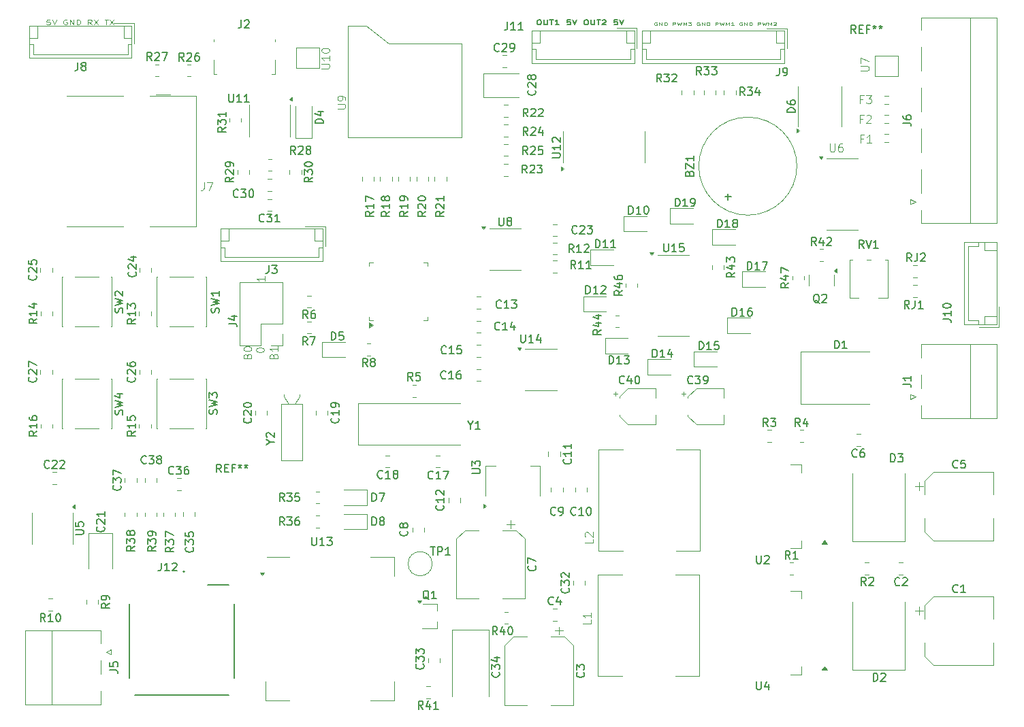
<source format=gbr>
%TF.GenerationSoftware,KiCad,Pcbnew,9.0.3*%
%TF.CreationDate,2025-07-30T09:19:55+03:00*%
%TF.ProjectId,KiCad Projeleri,4b694361-6420-4507-926f-6a656c657269,rev?*%
%TF.SameCoordinates,Original*%
%TF.FileFunction,Legend,Top*%
%TF.FilePolarity,Positive*%
%FSLAX46Y46*%
G04 Gerber Fmt 4.6, Leading zero omitted, Abs format (unit mm)*
G04 Created by KiCad (PCBNEW 9.0.3) date 2025-07-30 09:19:55*
%MOMM*%
%LPD*%
G01*
G04 APERTURE LIST*
%ADD10C,0.100000*%
%ADD11C,0.150000*%
%ADD12C,0.062500*%
%ADD13C,0.120000*%
%ADD14C,0.200000*%
G04 APERTURE END LIST*
D10*
X127352419Y-95915639D02*
X127352419Y-95820401D01*
X127352419Y-95820401D02*
X127400038Y-95725163D01*
X127400038Y-95725163D02*
X127447657Y-95677544D01*
X127447657Y-95677544D02*
X127542895Y-95629925D01*
X127542895Y-95629925D02*
X127733371Y-95582306D01*
X127733371Y-95582306D02*
X127971466Y-95582306D01*
X127971466Y-95582306D02*
X128161942Y-95629925D01*
X128161942Y-95629925D02*
X128257180Y-95677544D01*
X128257180Y-95677544D02*
X128304800Y-95725163D01*
X128304800Y-95725163D02*
X128352419Y-95820401D01*
X128352419Y-95820401D02*
X128352419Y-95915639D01*
X128352419Y-95915639D02*
X128304800Y-96010877D01*
X128304800Y-96010877D02*
X128257180Y-96058496D01*
X128257180Y-96058496D02*
X128161942Y-96106115D01*
X128161942Y-96106115D02*
X127971466Y-96153734D01*
X127971466Y-96153734D02*
X127733371Y-96153734D01*
X127733371Y-96153734D02*
X127542895Y-96106115D01*
X127542895Y-96106115D02*
X127447657Y-96058496D01*
X127447657Y-96058496D02*
X127400038Y-96010877D01*
X127400038Y-96010877D02*
X127352419Y-95915639D01*
X177212931Y-55104895D02*
X177155789Y-55085847D01*
X177155789Y-55085847D02*
X177070074Y-55085847D01*
X177070074Y-55085847D02*
X176984360Y-55104895D01*
X176984360Y-55104895D02*
X176927217Y-55142990D01*
X176927217Y-55142990D02*
X176898646Y-55181085D01*
X176898646Y-55181085D02*
X176870074Y-55257276D01*
X176870074Y-55257276D02*
X176870074Y-55314419D01*
X176870074Y-55314419D02*
X176898646Y-55390609D01*
X176898646Y-55390609D02*
X176927217Y-55428704D01*
X176927217Y-55428704D02*
X176984360Y-55466800D01*
X176984360Y-55466800D02*
X177070074Y-55485847D01*
X177070074Y-55485847D02*
X177127217Y-55485847D01*
X177127217Y-55485847D02*
X177212931Y-55466800D01*
X177212931Y-55466800D02*
X177241503Y-55447752D01*
X177241503Y-55447752D02*
X177241503Y-55314419D01*
X177241503Y-55314419D02*
X177127217Y-55314419D01*
X177498646Y-55485847D02*
X177498646Y-55085847D01*
X177498646Y-55085847D02*
X177841503Y-55485847D01*
X177841503Y-55485847D02*
X177841503Y-55085847D01*
X178127217Y-55485847D02*
X178127217Y-55085847D01*
X178127217Y-55085847D02*
X178270074Y-55085847D01*
X178270074Y-55085847D02*
X178355788Y-55104895D01*
X178355788Y-55104895D02*
X178412931Y-55142990D01*
X178412931Y-55142990D02*
X178441502Y-55181085D01*
X178441502Y-55181085D02*
X178470074Y-55257276D01*
X178470074Y-55257276D02*
X178470074Y-55314419D01*
X178470074Y-55314419D02*
X178441502Y-55390609D01*
X178441502Y-55390609D02*
X178412931Y-55428704D01*
X178412931Y-55428704D02*
X178355788Y-55466800D01*
X178355788Y-55466800D02*
X178270074Y-55485847D01*
X178270074Y-55485847D02*
X178127217Y-55485847D01*
X179184360Y-55485847D02*
X179184360Y-55085847D01*
X179184360Y-55085847D02*
X179412931Y-55085847D01*
X179412931Y-55085847D02*
X179470074Y-55104895D01*
X179470074Y-55104895D02*
X179498645Y-55123942D01*
X179498645Y-55123942D02*
X179527217Y-55162038D01*
X179527217Y-55162038D02*
X179527217Y-55219180D01*
X179527217Y-55219180D02*
X179498645Y-55257276D01*
X179498645Y-55257276D02*
X179470074Y-55276323D01*
X179470074Y-55276323D02*
X179412931Y-55295371D01*
X179412931Y-55295371D02*
X179184360Y-55295371D01*
X179727217Y-55085847D02*
X179870074Y-55485847D01*
X179870074Y-55485847D02*
X179984360Y-55200133D01*
X179984360Y-55200133D02*
X180098645Y-55485847D01*
X180098645Y-55485847D02*
X180241503Y-55085847D01*
X180470074Y-55485847D02*
X180470074Y-55085847D01*
X180470074Y-55085847D02*
X180670074Y-55371561D01*
X180670074Y-55371561D02*
X180870074Y-55085847D01*
X180870074Y-55085847D02*
X180870074Y-55485847D01*
X181098645Y-55085847D02*
X181470073Y-55085847D01*
X181470073Y-55085847D02*
X181270073Y-55238228D01*
X181270073Y-55238228D02*
X181355788Y-55238228D01*
X181355788Y-55238228D02*
X181412931Y-55257276D01*
X181412931Y-55257276D02*
X181441502Y-55276323D01*
X181441502Y-55276323D02*
X181470073Y-55314419D01*
X181470073Y-55314419D02*
X181470073Y-55409657D01*
X181470073Y-55409657D02*
X181441502Y-55447752D01*
X181441502Y-55447752D02*
X181412931Y-55466800D01*
X181412931Y-55466800D02*
X181355788Y-55485847D01*
X181355788Y-55485847D02*
X181184359Y-55485847D01*
X181184359Y-55485847D02*
X181127216Y-55466800D01*
X181127216Y-55466800D02*
X181098645Y-55447752D01*
X182498645Y-55104895D02*
X182441503Y-55085847D01*
X182441503Y-55085847D02*
X182355788Y-55085847D01*
X182355788Y-55085847D02*
X182270074Y-55104895D01*
X182270074Y-55104895D02*
X182212931Y-55142990D01*
X182212931Y-55142990D02*
X182184360Y-55181085D01*
X182184360Y-55181085D02*
X182155788Y-55257276D01*
X182155788Y-55257276D02*
X182155788Y-55314419D01*
X182155788Y-55314419D02*
X182184360Y-55390609D01*
X182184360Y-55390609D02*
X182212931Y-55428704D01*
X182212931Y-55428704D02*
X182270074Y-55466800D01*
X182270074Y-55466800D02*
X182355788Y-55485847D01*
X182355788Y-55485847D02*
X182412931Y-55485847D01*
X182412931Y-55485847D02*
X182498645Y-55466800D01*
X182498645Y-55466800D02*
X182527217Y-55447752D01*
X182527217Y-55447752D02*
X182527217Y-55314419D01*
X182527217Y-55314419D02*
X182412931Y-55314419D01*
X182784360Y-55485847D02*
X182784360Y-55085847D01*
X182784360Y-55085847D02*
X183127217Y-55485847D01*
X183127217Y-55485847D02*
X183127217Y-55085847D01*
X183412931Y-55485847D02*
X183412931Y-55085847D01*
X183412931Y-55085847D02*
X183555788Y-55085847D01*
X183555788Y-55085847D02*
X183641502Y-55104895D01*
X183641502Y-55104895D02*
X183698645Y-55142990D01*
X183698645Y-55142990D02*
X183727216Y-55181085D01*
X183727216Y-55181085D02*
X183755788Y-55257276D01*
X183755788Y-55257276D02*
X183755788Y-55314419D01*
X183755788Y-55314419D02*
X183727216Y-55390609D01*
X183727216Y-55390609D02*
X183698645Y-55428704D01*
X183698645Y-55428704D02*
X183641502Y-55466800D01*
X183641502Y-55466800D02*
X183555788Y-55485847D01*
X183555788Y-55485847D02*
X183412931Y-55485847D01*
X184470074Y-55485847D02*
X184470074Y-55085847D01*
X184470074Y-55085847D02*
X184698645Y-55085847D01*
X184698645Y-55085847D02*
X184755788Y-55104895D01*
X184755788Y-55104895D02*
X184784359Y-55123942D01*
X184784359Y-55123942D02*
X184812931Y-55162038D01*
X184812931Y-55162038D02*
X184812931Y-55219180D01*
X184812931Y-55219180D02*
X184784359Y-55257276D01*
X184784359Y-55257276D02*
X184755788Y-55276323D01*
X184755788Y-55276323D02*
X184698645Y-55295371D01*
X184698645Y-55295371D02*
X184470074Y-55295371D01*
X185012931Y-55085847D02*
X185155788Y-55485847D01*
X185155788Y-55485847D02*
X185270074Y-55200133D01*
X185270074Y-55200133D02*
X185384359Y-55485847D01*
X185384359Y-55485847D02*
X185527217Y-55085847D01*
X185755788Y-55485847D02*
X185755788Y-55085847D01*
X185755788Y-55085847D02*
X185955788Y-55371561D01*
X185955788Y-55371561D02*
X186155788Y-55085847D01*
X186155788Y-55085847D02*
X186155788Y-55485847D01*
X186755787Y-55485847D02*
X186412930Y-55485847D01*
X186584359Y-55485847D02*
X186584359Y-55085847D01*
X186584359Y-55085847D02*
X186527216Y-55142990D01*
X186527216Y-55142990D02*
X186470073Y-55181085D01*
X186470073Y-55181085D02*
X186412930Y-55200133D01*
X187784359Y-55104895D02*
X187727217Y-55085847D01*
X187727217Y-55085847D02*
X187641502Y-55085847D01*
X187641502Y-55085847D02*
X187555788Y-55104895D01*
X187555788Y-55104895D02*
X187498645Y-55142990D01*
X187498645Y-55142990D02*
X187470074Y-55181085D01*
X187470074Y-55181085D02*
X187441502Y-55257276D01*
X187441502Y-55257276D02*
X187441502Y-55314419D01*
X187441502Y-55314419D02*
X187470074Y-55390609D01*
X187470074Y-55390609D02*
X187498645Y-55428704D01*
X187498645Y-55428704D02*
X187555788Y-55466800D01*
X187555788Y-55466800D02*
X187641502Y-55485847D01*
X187641502Y-55485847D02*
X187698645Y-55485847D01*
X187698645Y-55485847D02*
X187784359Y-55466800D01*
X187784359Y-55466800D02*
X187812931Y-55447752D01*
X187812931Y-55447752D02*
X187812931Y-55314419D01*
X187812931Y-55314419D02*
X187698645Y-55314419D01*
X188070074Y-55485847D02*
X188070074Y-55085847D01*
X188070074Y-55085847D02*
X188412931Y-55485847D01*
X188412931Y-55485847D02*
X188412931Y-55085847D01*
X188698645Y-55485847D02*
X188698645Y-55085847D01*
X188698645Y-55085847D02*
X188841502Y-55085847D01*
X188841502Y-55085847D02*
X188927216Y-55104895D01*
X188927216Y-55104895D02*
X188984359Y-55142990D01*
X188984359Y-55142990D02*
X189012930Y-55181085D01*
X189012930Y-55181085D02*
X189041502Y-55257276D01*
X189041502Y-55257276D02*
X189041502Y-55314419D01*
X189041502Y-55314419D02*
X189012930Y-55390609D01*
X189012930Y-55390609D02*
X188984359Y-55428704D01*
X188984359Y-55428704D02*
X188927216Y-55466800D01*
X188927216Y-55466800D02*
X188841502Y-55485847D01*
X188841502Y-55485847D02*
X188698645Y-55485847D01*
X189755788Y-55485847D02*
X189755788Y-55085847D01*
X189755788Y-55085847D02*
X189984359Y-55085847D01*
X189984359Y-55085847D02*
X190041502Y-55104895D01*
X190041502Y-55104895D02*
X190070073Y-55123942D01*
X190070073Y-55123942D02*
X190098645Y-55162038D01*
X190098645Y-55162038D02*
X190098645Y-55219180D01*
X190098645Y-55219180D02*
X190070073Y-55257276D01*
X190070073Y-55257276D02*
X190041502Y-55276323D01*
X190041502Y-55276323D02*
X189984359Y-55295371D01*
X189984359Y-55295371D02*
X189755788Y-55295371D01*
X190298645Y-55085847D02*
X190441502Y-55485847D01*
X190441502Y-55485847D02*
X190555788Y-55200133D01*
X190555788Y-55200133D02*
X190670073Y-55485847D01*
X190670073Y-55485847D02*
X190812931Y-55085847D01*
X191041502Y-55485847D02*
X191041502Y-55085847D01*
X191041502Y-55085847D02*
X191241502Y-55371561D01*
X191241502Y-55371561D02*
X191441502Y-55085847D01*
X191441502Y-55085847D02*
X191441502Y-55485847D01*
X191698644Y-55123942D02*
X191727216Y-55104895D01*
X191727216Y-55104895D02*
X191784359Y-55085847D01*
X191784359Y-55085847D02*
X191927216Y-55085847D01*
X191927216Y-55085847D02*
X191984359Y-55104895D01*
X191984359Y-55104895D02*
X192012930Y-55123942D01*
X192012930Y-55123942D02*
X192041501Y-55162038D01*
X192041501Y-55162038D02*
X192041501Y-55200133D01*
X192041501Y-55200133D02*
X192012930Y-55257276D01*
X192012930Y-55257276D02*
X191670073Y-55485847D01*
X191670073Y-55485847D02*
X192041501Y-55485847D01*
D11*
X168314874Y-54798771D02*
X168467255Y-54798771D01*
X168467255Y-54798771D02*
X168543445Y-54827342D01*
X168543445Y-54827342D02*
X168619636Y-54884485D01*
X168619636Y-54884485D02*
X168657731Y-54998771D01*
X168657731Y-54998771D02*
X168657731Y-55198771D01*
X168657731Y-55198771D02*
X168619636Y-55313057D01*
X168619636Y-55313057D02*
X168543445Y-55370200D01*
X168543445Y-55370200D02*
X168467255Y-55398771D01*
X168467255Y-55398771D02*
X168314874Y-55398771D01*
X168314874Y-55398771D02*
X168238683Y-55370200D01*
X168238683Y-55370200D02*
X168162493Y-55313057D01*
X168162493Y-55313057D02*
X168124397Y-55198771D01*
X168124397Y-55198771D02*
X168124397Y-54998771D01*
X168124397Y-54998771D02*
X168162493Y-54884485D01*
X168162493Y-54884485D02*
X168238683Y-54827342D01*
X168238683Y-54827342D02*
X168314874Y-54798771D01*
X169000588Y-54798771D02*
X169000588Y-55284485D01*
X169000588Y-55284485D02*
X169038683Y-55341628D01*
X169038683Y-55341628D02*
X169076778Y-55370200D01*
X169076778Y-55370200D02*
X169152969Y-55398771D01*
X169152969Y-55398771D02*
X169305350Y-55398771D01*
X169305350Y-55398771D02*
X169381540Y-55370200D01*
X169381540Y-55370200D02*
X169419635Y-55341628D01*
X169419635Y-55341628D02*
X169457731Y-55284485D01*
X169457731Y-55284485D02*
X169457731Y-54798771D01*
X169724397Y-54798771D02*
X170181540Y-54798771D01*
X169952968Y-55398771D02*
X169952968Y-54798771D01*
X170410111Y-54855914D02*
X170448207Y-54827342D01*
X170448207Y-54827342D02*
X170524397Y-54798771D01*
X170524397Y-54798771D02*
X170714873Y-54798771D01*
X170714873Y-54798771D02*
X170791064Y-54827342D01*
X170791064Y-54827342D02*
X170829159Y-54855914D01*
X170829159Y-54855914D02*
X170867254Y-54913057D01*
X170867254Y-54913057D02*
X170867254Y-54970200D01*
X170867254Y-54970200D02*
X170829159Y-55055914D01*
X170829159Y-55055914D02*
X170372016Y-55398771D01*
X170372016Y-55398771D02*
X170867254Y-55398771D01*
D10*
X126258609Y-96642782D02*
X126306228Y-96499925D01*
X126306228Y-96499925D02*
X126353847Y-96452306D01*
X126353847Y-96452306D02*
X126449085Y-96404687D01*
X126449085Y-96404687D02*
X126591942Y-96404687D01*
X126591942Y-96404687D02*
X126687180Y-96452306D01*
X126687180Y-96452306D02*
X126734800Y-96499925D01*
X126734800Y-96499925D02*
X126782419Y-96595163D01*
X126782419Y-96595163D02*
X126782419Y-96976115D01*
X126782419Y-96976115D02*
X125782419Y-96976115D01*
X125782419Y-96976115D02*
X125782419Y-96642782D01*
X125782419Y-96642782D02*
X125830038Y-96547544D01*
X125830038Y-96547544D02*
X125877657Y-96499925D01*
X125877657Y-96499925D02*
X125972895Y-96452306D01*
X125972895Y-96452306D02*
X126068133Y-96452306D01*
X126068133Y-96452306D02*
X126163371Y-96499925D01*
X126163371Y-96499925D02*
X126210990Y-96547544D01*
X126210990Y-96547544D02*
X126258609Y-96642782D01*
X126258609Y-96642782D02*
X126258609Y-96976115D01*
X125782419Y-95785639D02*
X125782419Y-95690401D01*
X125782419Y-95690401D02*
X125830038Y-95595163D01*
X125830038Y-95595163D02*
X125877657Y-95547544D01*
X125877657Y-95547544D02*
X125972895Y-95499925D01*
X125972895Y-95499925D02*
X126163371Y-95452306D01*
X126163371Y-95452306D02*
X126401466Y-95452306D01*
X126401466Y-95452306D02*
X126591942Y-95499925D01*
X126591942Y-95499925D02*
X126687180Y-95547544D01*
X126687180Y-95547544D02*
X126734800Y-95595163D01*
X126734800Y-95595163D02*
X126782419Y-95690401D01*
X126782419Y-95690401D02*
X126782419Y-95785639D01*
X126782419Y-95785639D02*
X126734800Y-95880877D01*
X126734800Y-95880877D02*
X126687180Y-95928496D01*
X126687180Y-95928496D02*
X126591942Y-95976115D01*
X126591942Y-95976115D02*
X126401466Y-96023734D01*
X126401466Y-96023734D02*
X126163371Y-96023734D01*
X126163371Y-96023734D02*
X125972895Y-95976115D01*
X125972895Y-95976115D02*
X125877657Y-95928496D01*
X125877657Y-95928496D02*
X125830038Y-95880877D01*
X125830038Y-95880877D02*
X125782419Y-95785639D01*
X129528609Y-96642782D02*
X129576228Y-96499925D01*
X129576228Y-96499925D02*
X129623847Y-96452306D01*
X129623847Y-96452306D02*
X129719085Y-96404687D01*
X129719085Y-96404687D02*
X129861942Y-96404687D01*
X129861942Y-96404687D02*
X129957180Y-96452306D01*
X129957180Y-96452306D02*
X130004800Y-96499925D01*
X130004800Y-96499925D02*
X130052419Y-96595163D01*
X130052419Y-96595163D02*
X130052419Y-96976115D01*
X130052419Y-96976115D02*
X129052419Y-96976115D01*
X129052419Y-96976115D02*
X129052419Y-96642782D01*
X129052419Y-96642782D02*
X129100038Y-96547544D01*
X129100038Y-96547544D02*
X129147657Y-96499925D01*
X129147657Y-96499925D02*
X129242895Y-96452306D01*
X129242895Y-96452306D02*
X129338133Y-96452306D01*
X129338133Y-96452306D02*
X129433371Y-96499925D01*
X129433371Y-96499925D02*
X129480990Y-96547544D01*
X129480990Y-96547544D02*
X129528609Y-96642782D01*
X129528609Y-96642782D02*
X129528609Y-96976115D01*
X130052419Y-95452306D02*
X130052419Y-96023734D01*
X130052419Y-95738020D02*
X129052419Y-95738020D01*
X129052419Y-95738020D02*
X129195276Y-95833258D01*
X129195276Y-95833258D02*
X129290514Y-95928496D01*
X129290514Y-95928496D02*
X129338133Y-96023734D01*
X128422419Y-86712306D02*
X128422419Y-87283734D01*
X128422419Y-86998020D02*
X127422419Y-86998020D01*
X127422419Y-86998020D02*
X127565276Y-87093258D01*
X127565276Y-87093258D02*
X127660514Y-87188496D01*
X127660514Y-87188496D02*
X127708133Y-87283734D01*
D11*
X172270112Y-54798771D02*
X171889160Y-54798771D01*
X171889160Y-54798771D02*
X171851064Y-55084485D01*
X171851064Y-55084485D02*
X171889160Y-55055914D01*
X171889160Y-55055914D02*
X171965350Y-55027342D01*
X171965350Y-55027342D02*
X172155826Y-55027342D01*
X172155826Y-55027342D02*
X172232017Y-55055914D01*
X172232017Y-55055914D02*
X172270112Y-55084485D01*
X172270112Y-55084485D02*
X172308207Y-55141628D01*
X172308207Y-55141628D02*
X172308207Y-55284485D01*
X172308207Y-55284485D02*
X172270112Y-55341628D01*
X172270112Y-55341628D02*
X172232017Y-55370200D01*
X172232017Y-55370200D02*
X172155826Y-55398771D01*
X172155826Y-55398771D02*
X171965350Y-55398771D01*
X171965350Y-55398771D02*
X171889160Y-55370200D01*
X171889160Y-55370200D02*
X171851064Y-55341628D01*
X172536779Y-54798771D02*
X172803446Y-55398771D01*
X172803446Y-55398771D02*
X173070112Y-54798771D01*
X166416779Y-54798771D02*
X166035827Y-54798771D01*
X166035827Y-54798771D02*
X165997731Y-55084485D01*
X165997731Y-55084485D02*
X166035827Y-55055914D01*
X166035827Y-55055914D02*
X166112017Y-55027342D01*
X166112017Y-55027342D02*
X166302493Y-55027342D01*
X166302493Y-55027342D02*
X166378684Y-55055914D01*
X166378684Y-55055914D02*
X166416779Y-55084485D01*
X166416779Y-55084485D02*
X166454874Y-55141628D01*
X166454874Y-55141628D02*
X166454874Y-55284485D01*
X166454874Y-55284485D02*
X166416779Y-55341628D01*
X166416779Y-55341628D02*
X166378684Y-55370200D01*
X166378684Y-55370200D02*
X166302493Y-55398771D01*
X166302493Y-55398771D02*
X166112017Y-55398771D01*
X166112017Y-55398771D02*
X166035827Y-55370200D01*
X166035827Y-55370200D02*
X165997731Y-55341628D01*
X166683446Y-54798771D02*
X166950113Y-55398771D01*
X166950113Y-55398771D02*
X167216779Y-54798771D01*
D12*
X101722546Y-54773321D02*
X101341594Y-54773321D01*
X101341594Y-54773321D02*
X101303498Y-55059035D01*
X101303498Y-55059035D02*
X101341594Y-55030464D01*
X101341594Y-55030464D02*
X101417784Y-55001892D01*
X101417784Y-55001892D02*
X101608260Y-55001892D01*
X101608260Y-55001892D02*
X101684451Y-55030464D01*
X101684451Y-55030464D02*
X101722546Y-55059035D01*
X101722546Y-55059035D02*
X101760641Y-55116178D01*
X101760641Y-55116178D02*
X101760641Y-55259035D01*
X101760641Y-55259035D02*
X101722546Y-55316178D01*
X101722546Y-55316178D02*
X101684451Y-55344750D01*
X101684451Y-55344750D02*
X101608260Y-55373321D01*
X101608260Y-55373321D02*
X101417784Y-55373321D01*
X101417784Y-55373321D02*
X101341594Y-55344750D01*
X101341594Y-55344750D02*
X101303498Y-55316178D01*
X101989213Y-54773321D02*
X102255880Y-55373321D01*
X102255880Y-55373321D02*
X102522546Y-54773321D01*
X103817784Y-54801892D02*
X103741594Y-54773321D01*
X103741594Y-54773321D02*
X103627308Y-54773321D01*
X103627308Y-54773321D02*
X103513022Y-54801892D01*
X103513022Y-54801892D02*
X103436832Y-54859035D01*
X103436832Y-54859035D02*
X103398737Y-54916178D01*
X103398737Y-54916178D02*
X103360641Y-55030464D01*
X103360641Y-55030464D02*
X103360641Y-55116178D01*
X103360641Y-55116178D02*
X103398737Y-55230464D01*
X103398737Y-55230464D02*
X103436832Y-55287607D01*
X103436832Y-55287607D02*
X103513022Y-55344750D01*
X103513022Y-55344750D02*
X103627308Y-55373321D01*
X103627308Y-55373321D02*
X103703499Y-55373321D01*
X103703499Y-55373321D02*
X103817784Y-55344750D01*
X103817784Y-55344750D02*
X103855880Y-55316178D01*
X103855880Y-55316178D02*
X103855880Y-55116178D01*
X103855880Y-55116178D02*
X103703499Y-55116178D01*
X104198737Y-55373321D02*
X104198737Y-54773321D01*
X104198737Y-54773321D02*
X104655880Y-55373321D01*
X104655880Y-55373321D02*
X104655880Y-54773321D01*
X105036832Y-55373321D02*
X105036832Y-54773321D01*
X105036832Y-54773321D02*
X105227308Y-54773321D01*
X105227308Y-54773321D02*
X105341594Y-54801892D01*
X105341594Y-54801892D02*
X105417784Y-54859035D01*
X105417784Y-54859035D02*
X105455879Y-54916178D01*
X105455879Y-54916178D02*
X105493975Y-55030464D01*
X105493975Y-55030464D02*
X105493975Y-55116178D01*
X105493975Y-55116178D02*
X105455879Y-55230464D01*
X105455879Y-55230464D02*
X105417784Y-55287607D01*
X105417784Y-55287607D02*
X105341594Y-55344750D01*
X105341594Y-55344750D02*
X105227308Y-55373321D01*
X105227308Y-55373321D02*
X105036832Y-55373321D01*
X106903499Y-55373321D02*
X106636832Y-55087607D01*
X106446356Y-55373321D02*
X106446356Y-54773321D01*
X106446356Y-54773321D02*
X106751118Y-54773321D01*
X106751118Y-54773321D02*
X106827308Y-54801892D01*
X106827308Y-54801892D02*
X106865403Y-54830464D01*
X106865403Y-54830464D02*
X106903499Y-54887607D01*
X106903499Y-54887607D02*
X106903499Y-54973321D01*
X106903499Y-54973321D02*
X106865403Y-55030464D01*
X106865403Y-55030464D02*
X106827308Y-55059035D01*
X106827308Y-55059035D02*
X106751118Y-55087607D01*
X106751118Y-55087607D02*
X106446356Y-55087607D01*
X107170165Y-54773321D02*
X107703499Y-55373321D01*
X107703499Y-54773321D02*
X107170165Y-55373321D01*
X108503499Y-54773321D02*
X108960642Y-54773321D01*
X108732070Y-55373321D02*
X108732070Y-54773321D01*
X109151118Y-54773321D02*
X109684452Y-55373321D01*
X109684452Y-54773321D02*
X109151118Y-55373321D01*
D11*
X162461541Y-54798771D02*
X162613922Y-54798771D01*
X162613922Y-54798771D02*
X162690112Y-54827342D01*
X162690112Y-54827342D02*
X162766303Y-54884485D01*
X162766303Y-54884485D02*
X162804398Y-54998771D01*
X162804398Y-54998771D02*
X162804398Y-55198771D01*
X162804398Y-55198771D02*
X162766303Y-55313057D01*
X162766303Y-55313057D02*
X162690112Y-55370200D01*
X162690112Y-55370200D02*
X162613922Y-55398771D01*
X162613922Y-55398771D02*
X162461541Y-55398771D01*
X162461541Y-55398771D02*
X162385350Y-55370200D01*
X162385350Y-55370200D02*
X162309160Y-55313057D01*
X162309160Y-55313057D02*
X162271064Y-55198771D01*
X162271064Y-55198771D02*
X162271064Y-54998771D01*
X162271064Y-54998771D02*
X162309160Y-54884485D01*
X162309160Y-54884485D02*
X162385350Y-54827342D01*
X162385350Y-54827342D02*
X162461541Y-54798771D01*
X163147255Y-54798771D02*
X163147255Y-55284485D01*
X163147255Y-55284485D02*
X163185350Y-55341628D01*
X163185350Y-55341628D02*
X163223445Y-55370200D01*
X163223445Y-55370200D02*
X163299636Y-55398771D01*
X163299636Y-55398771D02*
X163452017Y-55398771D01*
X163452017Y-55398771D02*
X163528207Y-55370200D01*
X163528207Y-55370200D02*
X163566302Y-55341628D01*
X163566302Y-55341628D02*
X163604398Y-55284485D01*
X163604398Y-55284485D02*
X163604398Y-54798771D01*
X163871064Y-54798771D02*
X164328207Y-54798771D01*
X164099635Y-55398771D02*
X164099635Y-54798771D01*
X165013921Y-55398771D02*
X164556778Y-55398771D01*
X164785350Y-55398771D02*
X164785350Y-54798771D01*
X164785350Y-54798771D02*
X164709159Y-54884485D01*
X164709159Y-54884485D02*
X164632969Y-54941628D01*
X164632969Y-54941628D02*
X164556778Y-54970200D01*
X146833333Y-99704819D02*
X146500000Y-99228628D01*
X146261905Y-99704819D02*
X146261905Y-98704819D01*
X146261905Y-98704819D02*
X146642857Y-98704819D01*
X146642857Y-98704819D02*
X146738095Y-98752438D01*
X146738095Y-98752438D02*
X146785714Y-98800057D01*
X146785714Y-98800057D02*
X146833333Y-98895295D01*
X146833333Y-98895295D02*
X146833333Y-99038152D01*
X146833333Y-99038152D02*
X146785714Y-99133390D01*
X146785714Y-99133390D02*
X146738095Y-99181009D01*
X146738095Y-99181009D02*
X146642857Y-99228628D01*
X146642857Y-99228628D02*
X146261905Y-99228628D01*
X147738095Y-98704819D02*
X147261905Y-98704819D01*
X147261905Y-98704819D02*
X147214286Y-99181009D01*
X147214286Y-99181009D02*
X147261905Y-99133390D01*
X147261905Y-99133390D02*
X147357143Y-99085771D01*
X147357143Y-99085771D02*
X147595238Y-99085771D01*
X147595238Y-99085771D02*
X147690476Y-99133390D01*
X147690476Y-99133390D02*
X147738095Y-99181009D01*
X147738095Y-99181009D02*
X147785714Y-99276247D01*
X147785714Y-99276247D02*
X147785714Y-99514342D01*
X147785714Y-99514342D02*
X147738095Y-99609580D01*
X147738095Y-99609580D02*
X147690476Y-99657200D01*
X147690476Y-99657200D02*
X147595238Y-99704819D01*
X147595238Y-99704819D02*
X147357143Y-99704819D01*
X147357143Y-99704819D02*
X147261905Y-99657200D01*
X147261905Y-99657200D02*
X147214286Y-99609580D01*
X112349580Y-86142857D02*
X112397200Y-86190476D01*
X112397200Y-86190476D02*
X112444819Y-86333333D01*
X112444819Y-86333333D02*
X112444819Y-86428571D01*
X112444819Y-86428571D02*
X112397200Y-86571428D01*
X112397200Y-86571428D02*
X112301961Y-86666666D01*
X112301961Y-86666666D02*
X112206723Y-86714285D01*
X112206723Y-86714285D02*
X112016247Y-86761904D01*
X112016247Y-86761904D02*
X111873390Y-86761904D01*
X111873390Y-86761904D02*
X111682914Y-86714285D01*
X111682914Y-86714285D02*
X111587676Y-86666666D01*
X111587676Y-86666666D02*
X111492438Y-86571428D01*
X111492438Y-86571428D02*
X111444819Y-86428571D01*
X111444819Y-86428571D02*
X111444819Y-86333333D01*
X111444819Y-86333333D02*
X111492438Y-86190476D01*
X111492438Y-86190476D02*
X111540057Y-86142857D01*
X111540057Y-85761904D02*
X111492438Y-85714285D01*
X111492438Y-85714285D02*
X111444819Y-85619047D01*
X111444819Y-85619047D02*
X111444819Y-85380952D01*
X111444819Y-85380952D02*
X111492438Y-85285714D01*
X111492438Y-85285714D02*
X111540057Y-85238095D01*
X111540057Y-85238095D02*
X111635295Y-85190476D01*
X111635295Y-85190476D02*
X111730533Y-85190476D01*
X111730533Y-85190476D02*
X111873390Y-85238095D01*
X111873390Y-85238095D02*
X112444819Y-85809523D01*
X112444819Y-85809523D02*
X112444819Y-85190476D01*
X111778152Y-84333333D02*
X112444819Y-84333333D01*
X111397200Y-84571428D02*
X112111485Y-84809523D01*
X112111485Y-84809523D02*
X112111485Y-84190476D01*
X112234580Y-99267857D02*
X112282200Y-99315476D01*
X112282200Y-99315476D02*
X112329819Y-99458333D01*
X112329819Y-99458333D02*
X112329819Y-99553571D01*
X112329819Y-99553571D02*
X112282200Y-99696428D01*
X112282200Y-99696428D02*
X112186961Y-99791666D01*
X112186961Y-99791666D02*
X112091723Y-99839285D01*
X112091723Y-99839285D02*
X111901247Y-99886904D01*
X111901247Y-99886904D02*
X111758390Y-99886904D01*
X111758390Y-99886904D02*
X111567914Y-99839285D01*
X111567914Y-99839285D02*
X111472676Y-99791666D01*
X111472676Y-99791666D02*
X111377438Y-99696428D01*
X111377438Y-99696428D02*
X111329819Y-99553571D01*
X111329819Y-99553571D02*
X111329819Y-99458333D01*
X111329819Y-99458333D02*
X111377438Y-99315476D01*
X111377438Y-99315476D02*
X111425057Y-99267857D01*
X111425057Y-98886904D02*
X111377438Y-98839285D01*
X111377438Y-98839285D02*
X111329819Y-98744047D01*
X111329819Y-98744047D02*
X111329819Y-98505952D01*
X111329819Y-98505952D02*
X111377438Y-98410714D01*
X111377438Y-98410714D02*
X111425057Y-98363095D01*
X111425057Y-98363095D02*
X111520295Y-98315476D01*
X111520295Y-98315476D02*
X111615533Y-98315476D01*
X111615533Y-98315476D02*
X111758390Y-98363095D01*
X111758390Y-98363095D02*
X112329819Y-98934523D01*
X112329819Y-98934523D02*
X112329819Y-98315476D01*
X111329819Y-97458333D02*
X111329819Y-97648809D01*
X111329819Y-97648809D02*
X111377438Y-97744047D01*
X111377438Y-97744047D02*
X111425057Y-97791666D01*
X111425057Y-97791666D02*
X111567914Y-97886904D01*
X111567914Y-97886904D02*
X111758390Y-97934523D01*
X111758390Y-97934523D02*
X112139342Y-97934523D01*
X112139342Y-97934523D02*
X112234580Y-97886904D01*
X112234580Y-97886904D02*
X112282200Y-97839285D01*
X112282200Y-97839285D02*
X112329819Y-97744047D01*
X112329819Y-97744047D02*
X112329819Y-97553571D01*
X112329819Y-97553571D02*
X112282200Y-97458333D01*
X112282200Y-97458333D02*
X112234580Y-97410714D01*
X112234580Y-97410714D02*
X112139342Y-97363095D01*
X112139342Y-97363095D02*
X111901247Y-97363095D01*
X111901247Y-97363095D02*
X111806009Y-97410714D01*
X111806009Y-97410714D02*
X111758390Y-97458333D01*
X111758390Y-97458333D02*
X111710771Y-97553571D01*
X111710771Y-97553571D02*
X111710771Y-97744047D01*
X111710771Y-97744047D02*
X111758390Y-97839285D01*
X111758390Y-97839285D02*
X111806009Y-97886904D01*
X111806009Y-97886904D02*
X111901247Y-97934523D01*
X194384819Y-66308094D02*
X193384819Y-66308094D01*
X193384819Y-66308094D02*
X193384819Y-66069999D01*
X193384819Y-66069999D02*
X193432438Y-65927142D01*
X193432438Y-65927142D02*
X193527676Y-65831904D01*
X193527676Y-65831904D02*
X193622914Y-65784285D01*
X193622914Y-65784285D02*
X193813390Y-65736666D01*
X193813390Y-65736666D02*
X193956247Y-65736666D01*
X193956247Y-65736666D02*
X194146723Y-65784285D01*
X194146723Y-65784285D02*
X194241961Y-65831904D01*
X194241961Y-65831904D02*
X194337200Y-65927142D01*
X194337200Y-65927142D02*
X194384819Y-66069999D01*
X194384819Y-66069999D02*
X194384819Y-66308094D01*
X193384819Y-64879523D02*
X193384819Y-65069999D01*
X193384819Y-65069999D02*
X193432438Y-65165237D01*
X193432438Y-65165237D02*
X193480057Y-65212856D01*
X193480057Y-65212856D02*
X193622914Y-65308094D01*
X193622914Y-65308094D02*
X193813390Y-65355713D01*
X193813390Y-65355713D02*
X194194342Y-65355713D01*
X194194342Y-65355713D02*
X194289580Y-65308094D01*
X194289580Y-65308094D02*
X194337200Y-65260475D01*
X194337200Y-65260475D02*
X194384819Y-65165237D01*
X194384819Y-65165237D02*
X194384819Y-64974761D01*
X194384819Y-64974761D02*
X194337200Y-64879523D01*
X194337200Y-64879523D02*
X194289580Y-64831904D01*
X194289580Y-64831904D02*
X194194342Y-64784285D01*
X194194342Y-64784285D02*
X193956247Y-64784285D01*
X193956247Y-64784285D02*
X193861009Y-64831904D01*
X193861009Y-64831904D02*
X193813390Y-64879523D01*
X193813390Y-64879523D02*
X193765771Y-64974761D01*
X193765771Y-64974761D02*
X193765771Y-65165237D01*
X193765771Y-65165237D02*
X193813390Y-65260475D01*
X193813390Y-65260475D02*
X193861009Y-65308094D01*
X193861009Y-65308094D02*
X193956247Y-65355713D01*
X122462200Y-103878332D02*
X122509819Y-103735475D01*
X122509819Y-103735475D02*
X122509819Y-103497380D01*
X122509819Y-103497380D02*
X122462200Y-103402142D01*
X122462200Y-103402142D02*
X122414580Y-103354523D01*
X122414580Y-103354523D02*
X122319342Y-103306904D01*
X122319342Y-103306904D02*
X122224104Y-103306904D01*
X122224104Y-103306904D02*
X122128866Y-103354523D01*
X122128866Y-103354523D02*
X122081247Y-103402142D01*
X122081247Y-103402142D02*
X122033628Y-103497380D01*
X122033628Y-103497380D02*
X121986009Y-103687856D01*
X121986009Y-103687856D02*
X121938390Y-103783094D01*
X121938390Y-103783094D02*
X121890771Y-103830713D01*
X121890771Y-103830713D02*
X121795533Y-103878332D01*
X121795533Y-103878332D02*
X121700295Y-103878332D01*
X121700295Y-103878332D02*
X121605057Y-103830713D01*
X121605057Y-103830713D02*
X121557438Y-103783094D01*
X121557438Y-103783094D02*
X121509819Y-103687856D01*
X121509819Y-103687856D02*
X121509819Y-103449761D01*
X121509819Y-103449761D02*
X121557438Y-103306904D01*
X121509819Y-102973570D02*
X122509819Y-102735475D01*
X122509819Y-102735475D02*
X121795533Y-102544999D01*
X121795533Y-102544999D02*
X122509819Y-102354523D01*
X122509819Y-102354523D02*
X121509819Y-102116428D01*
X121509819Y-101830713D02*
X121509819Y-101211666D01*
X121509819Y-101211666D02*
X121890771Y-101544999D01*
X121890771Y-101544999D02*
X121890771Y-101402142D01*
X121890771Y-101402142D02*
X121938390Y-101306904D01*
X121938390Y-101306904D02*
X121986009Y-101259285D01*
X121986009Y-101259285D02*
X122081247Y-101211666D01*
X122081247Y-101211666D02*
X122319342Y-101211666D01*
X122319342Y-101211666D02*
X122414580Y-101259285D01*
X122414580Y-101259285D02*
X122462200Y-101306904D01*
X122462200Y-101306904D02*
X122509819Y-101402142D01*
X122509819Y-101402142D02*
X122509819Y-101687856D01*
X122509819Y-101687856D02*
X122462200Y-101783094D01*
X122462200Y-101783094D02*
X122414580Y-101830713D01*
X141761905Y-117704819D02*
X141761905Y-116704819D01*
X141761905Y-116704819D02*
X142000000Y-116704819D01*
X142000000Y-116704819D02*
X142142857Y-116752438D01*
X142142857Y-116752438D02*
X142238095Y-116847676D01*
X142238095Y-116847676D02*
X142285714Y-116942914D01*
X142285714Y-116942914D02*
X142333333Y-117133390D01*
X142333333Y-117133390D02*
X142333333Y-117276247D01*
X142333333Y-117276247D02*
X142285714Y-117466723D01*
X142285714Y-117466723D02*
X142238095Y-117561961D01*
X142238095Y-117561961D02*
X142142857Y-117657200D01*
X142142857Y-117657200D02*
X142000000Y-117704819D01*
X142000000Y-117704819D02*
X141761905Y-117704819D01*
X142904762Y-117133390D02*
X142809524Y-117085771D01*
X142809524Y-117085771D02*
X142761905Y-117038152D01*
X142761905Y-117038152D02*
X142714286Y-116942914D01*
X142714286Y-116942914D02*
X142714286Y-116895295D01*
X142714286Y-116895295D02*
X142761905Y-116800057D01*
X142761905Y-116800057D02*
X142809524Y-116752438D01*
X142809524Y-116752438D02*
X142904762Y-116704819D01*
X142904762Y-116704819D02*
X143095238Y-116704819D01*
X143095238Y-116704819D02*
X143190476Y-116752438D01*
X143190476Y-116752438D02*
X143238095Y-116800057D01*
X143238095Y-116800057D02*
X143285714Y-116895295D01*
X143285714Y-116895295D02*
X143285714Y-116942914D01*
X143285714Y-116942914D02*
X143238095Y-117038152D01*
X143238095Y-117038152D02*
X143190476Y-117085771D01*
X143190476Y-117085771D02*
X143095238Y-117133390D01*
X143095238Y-117133390D02*
X142904762Y-117133390D01*
X142904762Y-117133390D02*
X142809524Y-117181009D01*
X142809524Y-117181009D02*
X142761905Y-117228628D01*
X142761905Y-117228628D02*
X142714286Y-117323866D01*
X142714286Y-117323866D02*
X142714286Y-117514342D01*
X142714286Y-117514342D02*
X142761905Y-117609580D01*
X142761905Y-117609580D02*
X142809524Y-117657200D01*
X142809524Y-117657200D02*
X142904762Y-117704819D01*
X142904762Y-117704819D02*
X143095238Y-117704819D01*
X143095238Y-117704819D02*
X143190476Y-117657200D01*
X143190476Y-117657200D02*
X143238095Y-117609580D01*
X143238095Y-117609580D02*
X143285714Y-117514342D01*
X143285714Y-117514342D02*
X143285714Y-117323866D01*
X143285714Y-117323866D02*
X143238095Y-117228628D01*
X143238095Y-117228628D02*
X143190476Y-117181009D01*
X143190476Y-117181009D02*
X143095238Y-117133390D01*
D10*
X202565819Y-61109504D02*
X203375342Y-61109504D01*
X203375342Y-61109504D02*
X203470580Y-61061885D01*
X203470580Y-61061885D02*
X203518200Y-61014266D01*
X203518200Y-61014266D02*
X203565819Y-60919028D01*
X203565819Y-60919028D02*
X203565819Y-60728552D01*
X203565819Y-60728552D02*
X203518200Y-60633314D01*
X203518200Y-60633314D02*
X203470580Y-60585695D01*
X203470580Y-60585695D02*
X203375342Y-60538076D01*
X203375342Y-60538076D02*
X202565819Y-60538076D01*
X202565819Y-60157123D02*
X202565819Y-59490457D01*
X202565819Y-59490457D02*
X203565819Y-59919028D01*
D11*
X135694819Y-67668094D02*
X134694819Y-67668094D01*
X134694819Y-67668094D02*
X134694819Y-67429999D01*
X134694819Y-67429999D02*
X134742438Y-67287142D01*
X134742438Y-67287142D02*
X134837676Y-67191904D01*
X134837676Y-67191904D02*
X134932914Y-67144285D01*
X134932914Y-67144285D02*
X135123390Y-67096666D01*
X135123390Y-67096666D02*
X135266247Y-67096666D01*
X135266247Y-67096666D02*
X135456723Y-67144285D01*
X135456723Y-67144285D02*
X135551961Y-67191904D01*
X135551961Y-67191904D02*
X135647200Y-67287142D01*
X135647200Y-67287142D02*
X135694819Y-67429999D01*
X135694819Y-67429999D02*
X135694819Y-67668094D01*
X135028152Y-66239523D02*
X135694819Y-66239523D01*
X134647200Y-66477618D02*
X135361485Y-66715713D01*
X135361485Y-66715713D02*
X135361485Y-66096666D01*
X173682157Y-78965322D02*
X173682157Y-77965322D01*
X173682157Y-77965322D02*
X173920252Y-77965322D01*
X173920252Y-77965322D02*
X174063109Y-78012941D01*
X174063109Y-78012941D02*
X174158347Y-78108179D01*
X174158347Y-78108179D02*
X174205966Y-78203417D01*
X174205966Y-78203417D02*
X174253585Y-78393893D01*
X174253585Y-78393893D02*
X174253585Y-78536750D01*
X174253585Y-78536750D02*
X174205966Y-78727226D01*
X174205966Y-78727226D02*
X174158347Y-78822464D01*
X174158347Y-78822464D02*
X174063109Y-78917703D01*
X174063109Y-78917703D02*
X173920252Y-78965322D01*
X173920252Y-78965322D02*
X173682157Y-78965322D01*
X175205966Y-78965322D02*
X174634538Y-78965322D01*
X174920252Y-78965322D02*
X174920252Y-77965322D01*
X174920252Y-77965322D02*
X174825014Y-78108179D01*
X174825014Y-78108179D02*
X174729776Y-78203417D01*
X174729776Y-78203417D02*
X174634538Y-78251036D01*
X175825014Y-77965322D02*
X175920252Y-77965322D01*
X175920252Y-77965322D02*
X176015490Y-78012941D01*
X176015490Y-78012941D02*
X176063109Y-78060560D01*
X176063109Y-78060560D02*
X176110728Y-78155798D01*
X176110728Y-78155798D02*
X176158347Y-78346274D01*
X176158347Y-78346274D02*
X176158347Y-78584369D01*
X176158347Y-78584369D02*
X176110728Y-78774845D01*
X176110728Y-78774845D02*
X176063109Y-78870083D01*
X176063109Y-78870083D02*
X176015490Y-78917703D01*
X176015490Y-78917703D02*
X175920252Y-78965322D01*
X175920252Y-78965322D02*
X175825014Y-78965322D01*
X175825014Y-78965322D02*
X175729776Y-78917703D01*
X175729776Y-78917703D02*
X175682157Y-78870083D01*
X175682157Y-78870083D02*
X175634538Y-78774845D01*
X175634538Y-78774845D02*
X175586919Y-78584369D01*
X175586919Y-78584369D02*
X175586919Y-78346274D01*
X175586919Y-78346274D02*
X175634538Y-78155798D01*
X175634538Y-78155798D02*
X175682157Y-78060560D01*
X175682157Y-78060560D02*
X175729776Y-78012941D01*
X175729776Y-78012941D02*
X175825014Y-77965322D01*
X214608333Y-126004580D02*
X214560714Y-126052200D01*
X214560714Y-126052200D02*
X214417857Y-126099819D01*
X214417857Y-126099819D02*
X214322619Y-126099819D01*
X214322619Y-126099819D02*
X214179762Y-126052200D01*
X214179762Y-126052200D02*
X214084524Y-125956961D01*
X214084524Y-125956961D02*
X214036905Y-125861723D01*
X214036905Y-125861723D02*
X213989286Y-125671247D01*
X213989286Y-125671247D02*
X213989286Y-125528390D01*
X213989286Y-125528390D02*
X214036905Y-125337914D01*
X214036905Y-125337914D02*
X214084524Y-125242676D01*
X214084524Y-125242676D02*
X214179762Y-125147438D01*
X214179762Y-125147438D02*
X214322619Y-125099819D01*
X214322619Y-125099819D02*
X214417857Y-125099819D01*
X214417857Y-125099819D02*
X214560714Y-125147438D01*
X214560714Y-125147438D02*
X214608333Y-125195057D01*
X215560714Y-126099819D02*
X214989286Y-126099819D01*
X215275000Y-126099819D02*
X215275000Y-125099819D01*
X215275000Y-125099819D02*
X215179762Y-125242676D01*
X215179762Y-125242676D02*
X215084524Y-125337914D01*
X215084524Y-125337914D02*
X214989286Y-125385533D01*
X192406666Y-60754819D02*
X192406666Y-61469104D01*
X192406666Y-61469104D02*
X192359047Y-61611961D01*
X192359047Y-61611961D02*
X192263809Y-61707200D01*
X192263809Y-61707200D02*
X192120952Y-61754819D01*
X192120952Y-61754819D02*
X192025714Y-61754819D01*
X192930476Y-61754819D02*
X193120952Y-61754819D01*
X193120952Y-61754819D02*
X193216190Y-61707200D01*
X193216190Y-61707200D02*
X193263809Y-61659580D01*
X193263809Y-61659580D02*
X193359047Y-61516723D01*
X193359047Y-61516723D02*
X193406666Y-61326247D01*
X193406666Y-61326247D02*
X193406666Y-60945295D01*
X193406666Y-60945295D02*
X193359047Y-60850057D01*
X193359047Y-60850057D02*
X193311428Y-60802438D01*
X193311428Y-60802438D02*
X193216190Y-60754819D01*
X193216190Y-60754819D02*
X193025714Y-60754819D01*
X193025714Y-60754819D02*
X192930476Y-60802438D01*
X192930476Y-60802438D02*
X192882857Y-60850057D01*
X192882857Y-60850057D02*
X192835238Y-60945295D01*
X192835238Y-60945295D02*
X192835238Y-61183390D01*
X192835238Y-61183390D02*
X192882857Y-61278628D01*
X192882857Y-61278628D02*
X192930476Y-61326247D01*
X192930476Y-61326247D02*
X193025714Y-61373866D01*
X193025714Y-61373866D02*
X193216190Y-61373866D01*
X193216190Y-61373866D02*
X193311428Y-61326247D01*
X193311428Y-61326247D02*
X193359047Y-61278628D01*
X193359047Y-61278628D02*
X193406666Y-61183390D01*
X134354819Y-74392857D02*
X133878628Y-74726190D01*
X134354819Y-74964285D02*
X133354819Y-74964285D01*
X133354819Y-74964285D02*
X133354819Y-74583333D01*
X133354819Y-74583333D02*
X133402438Y-74488095D01*
X133402438Y-74488095D02*
X133450057Y-74440476D01*
X133450057Y-74440476D02*
X133545295Y-74392857D01*
X133545295Y-74392857D02*
X133688152Y-74392857D01*
X133688152Y-74392857D02*
X133783390Y-74440476D01*
X133783390Y-74440476D02*
X133831009Y-74488095D01*
X133831009Y-74488095D02*
X133878628Y-74583333D01*
X133878628Y-74583333D02*
X133878628Y-74964285D01*
X133354819Y-74059523D02*
X133354819Y-73440476D01*
X133354819Y-73440476D02*
X133735771Y-73773809D01*
X133735771Y-73773809D02*
X133735771Y-73630952D01*
X133735771Y-73630952D02*
X133783390Y-73535714D01*
X133783390Y-73535714D02*
X133831009Y-73488095D01*
X133831009Y-73488095D02*
X133926247Y-73440476D01*
X133926247Y-73440476D02*
X134164342Y-73440476D01*
X134164342Y-73440476D02*
X134259580Y-73488095D01*
X134259580Y-73488095D02*
X134307200Y-73535714D01*
X134307200Y-73535714D02*
X134354819Y-73630952D01*
X134354819Y-73630952D02*
X134354819Y-73916666D01*
X134354819Y-73916666D02*
X134307200Y-74011904D01*
X134307200Y-74011904D02*
X134259580Y-74059523D01*
X133354819Y-72821428D02*
X133354819Y-72726190D01*
X133354819Y-72726190D02*
X133402438Y-72630952D01*
X133402438Y-72630952D02*
X133450057Y-72583333D01*
X133450057Y-72583333D02*
X133545295Y-72535714D01*
X133545295Y-72535714D02*
X133735771Y-72488095D01*
X133735771Y-72488095D02*
X133973866Y-72488095D01*
X133973866Y-72488095D02*
X134164342Y-72535714D01*
X134164342Y-72535714D02*
X134259580Y-72583333D01*
X134259580Y-72583333D02*
X134307200Y-72630952D01*
X134307200Y-72630952D02*
X134354819Y-72726190D01*
X134354819Y-72726190D02*
X134354819Y-72821428D01*
X134354819Y-72821428D02*
X134307200Y-72916666D01*
X134307200Y-72916666D02*
X134259580Y-72964285D01*
X134259580Y-72964285D02*
X134164342Y-73011904D01*
X134164342Y-73011904D02*
X133973866Y-73059523D01*
X133973866Y-73059523D02*
X133735771Y-73059523D01*
X133735771Y-73059523D02*
X133545295Y-73011904D01*
X133545295Y-73011904D02*
X133450057Y-72964285D01*
X133450057Y-72964285D02*
X133402438Y-72916666D01*
X133402438Y-72916666D02*
X133354819Y-72821428D01*
X133783333Y-91949819D02*
X133450000Y-91473628D01*
X133211905Y-91949819D02*
X133211905Y-90949819D01*
X133211905Y-90949819D02*
X133592857Y-90949819D01*
X133592857Y-90949819D02*
X133688095Y-90997438D01*
X133688095Y-90997438D02*
X133735714Y-91045057D01*
X133735714Y-91045057D02*
X133783333Y-91140295D01*
X133783333Y-91140295D02*
X133783333Y-91283152D01*
X133783333Y-91283152D02*
X133735714Y-91378390D01*
X133735714Y-91378390D02*
X133688095Y-91426009D01*
X133688095Y-91426009D02*
X133592857Y-91473628D01*
X133592857Y-91473628D02*
X133211905Y-91473628D01*
X134640476Y-90949819D02*
X134450000Y-90949819D01*
X134450000Y-90949819D02*
X134354762Y-90997438D01*
X134354762Y-90997438D02*
X134307143Y-91045057D01*
X134307143Y-91045057D02*
X134211905Y-91187914D01*
X134211905Y-91187914D02*
X134164286Y-91378390D01*
X134164286Y-91378390D02*
X134164286Y-91759342D01*
X134164286Y-91759342D02*
X134211905Y-91854580D01*
X134211905Y-91854580D02*
X134259524Y-91902200D01*
X134259524Y-91902200D02*
X134354762Y-91949819D01*
X134354762Y-91949819D02*
X134545238Y-91949819D01*
X134545238Y-91949819D02*
X134640476Y-91902200D01*
X134640476Y-91902200D02*
X134688095Y-91854580D01*
X134688095Y-91854580D02*
X134735714Y-91759342D01*
X134735714Y-91759342D02*
X134735714Y-91521247D01*
X134735714Y-91521247D02*
X134688095Y-91426009D01*
X134688095Y-91426009D02*
X134640476Y-91378390D01*
X134640476Y-91378390D02*
X134545238Y-91330771D01*
X134545238Y-91330771D02*
X134354762Y-91330771D01*
X134354762Y-91330771D02*
X134259524Y-91378390D01*
X134259524Y-91378390D02*
X134211905Y-91426009D01*
X134211905Y-91426009D02*
X134164286Y-91521247D01*
D10*
X202806666Y-64663609D02*
X202473333Y-64663609D01*
X202473333Y-65187419D02*
X202473333Y-64187419D01*
X202473333Y-64187419D02*
X202949523Y-64187419D01*
X203235238Y-64187419D02*
X203854285Y-64187419D01*
X203854285Y-64187419D02*
X203520952Y-64568371D01*
X203520952Y-64568371D02*
X203663809Y-64568371D01*
X203663809Y-64568371D02*
X203759047Y-64615990D01*
X203759047Y-64615990D02*
X203806666Y-64663609D01*
X203806666Y-64663609D02*
X203854285Y-64758847D01*
X203854285Y-64758847D02*
X203854285Y-64996942D01*
X203854285Y-64996942D02*
X203806666Y-65092180D01*
X203806666Y-65092180D02*
X203759047Y-65139800D01*
X203759047Y-65139800D02*
X203663809Y-65187419D01*
X203663809Y-65187419D02*
X203378095Y-65187419D01*
X203378095Y-65187419D02*
X203282857Y-65139800D01*
X203282857Y-65139800D02*
X203235238Y-65092180D01*
X198738095Y-70207419D02*
X198738095Y-71016942D01*
X198738095Y-71016942D02*
X198785714Y-71112180D01*
X198785714Y-71112180D02*
X198833333Y-71159800D01*
X198833333Y-71159800D02*
X198928571Y-71207419D01*
X198928571Y-71207419D02*
X199119047Y-71207419D01*
X199119047Y-71207419D02*
X199214285Y-71159800D01*
X199214285Y-71159800D02*
X199261904Y-71112180D01*
X199261904Y-71112180D02*
X199309523Y-71016942D01*
X199309523Y-71016942D02*
X199309523Y-70207419D01*
X200214285Y-70207419D02*
X200023809Y-70207419D01*
X200023809Y-70207419D02*
X199928571Y-70255038D01*
X199928571Y-70255038D02*
X199880952Y-70302657D01*
X199880952Y-70302657D02*
X199785714Y-70445514D01*
X199785714Y-70445514D02*
X199738095Y-70635990D01*
X199738095Y-70635990D02*
X199738095Y-71016942D01*
X199738095Y-71016942D02*
X199785714Y-71112180D01*
X199785714Y-71112180D02*
X199833333Y-71159800D01*
X199833333Y-71159800D02*
X199928571Y-71207419D01*
X199928571Y-71207419D02*
X200119047Y-71207419D01*
X200119047Y-71207419D02*
X200214285Y-71159800D01*
X200214285Y-71159800D02*
X200261904Y-71112180D01*
X200261904Y-71112180D02*
X200309523Y-71016942D01*
X200309523Y-71016942D02*
X200309523Y-70778847D01*
X200309523Y-70778847D02*
X200261904Y-70683609D01*
X200261904Y-70683609D02*
X200214285Y-70635990D01*
X200214285Y-70635990D02*
X200119047Y-70588371D01*
X200119047Y-70588371D02*
X199928571Y-70588371D01*
X199928571Y-70588371D02*
X199833333Y-70635990D01*
X199833333Y-70635990D02*
X199785714Y-70683609D01*
X199785714Y-70683609D02*
X199738095Y-70778847D01*
D11*
X161117142Y-71544819D02*
X160783809Y-71068628D01*
X160545714Y-71544819D02*
X160545714Y-70544819D01*
X160545714Y-70544819D02*
X160926666Y-70544819D01*
X160926666Y-70544819D02*
X161021904Y-70592438D01*
X161021904Y-70592438D02*
X161069523Y-70640057D01*
X161069523Y-70640057D02*
X161117142Y-70735295D01*
X161117142Y-70735295D02*
X161117142Y-70878152D01*
X161117142Y-70878152D02*
X161069523Y-70973390D01*
X161069523Y-70973390D02*
X161021904Y-71021009D01*
X161021904Y-71021009D02*
X160926666Y-71068628D01*
X160926666Y-71068628D02*
X160545714Y-71068628D01*
X161498095Y-70640057D02*
X161545714Y-70592438D01*
X161545714Y-70592438D02*
X161640952Y-70544819D01*
X161640952Y-70544819D02*
X161879047Y-70544819D01*
X161879047Y-70544819D02*
X161974285Y-70592438D01*
X161974285Y-70592438D02*
X162021904Y-70640057D01*
X162021904Y-70640057D02*
X162069523Y-70735295D01*
X162069523Y-70735295D02*
X162069523Y-70830533D01*
X162069523Y-70830533D02*
X162021904Y-70973390D01*
X162021904Y-70973390D02*
X161450476Y-71544819D01*
X161450476Y-71544819D02*
X162069523Y-71544819D01*
X162974285Y-70544819D02*
X162498095Y-70544819D01*
X162498095Y-70544819D02*
X162450476Y-71021009D01*
X162450476Y-71021009D02*
X162498095Y-70973390D01*
X162498095Y-70973390D02*
X162593333Y-70925771D01*
X162593333Y-70925771D02*
X162831428Y-70925771D01*
X162831428Y-70925771D02*
X162926666Y-70973390D01*
X162926666Y-70973390D02*
X162974285Y-71021009D01*
X162974285Y-71021009D02*
X163021904Y-71116247D01*
X163021904Y-71116247D02*
X163021904Y-71354342D01*
X163021904Y-71354342D02*
X162974285Y-71449580D01*
X162974285Y-71449580D02*
X162926666Y-71497200D01*
X162926666Y-71497200D02*
X162831428Y-71544819D01*
X162831428Y-71544819D02*
X162593333Y-71544819D01*
X162593333Y-71544819D02*
X162498095Y-71497200D01*
X162498095Y-71497200D02*
X162450476Y-71449580D01*
X114382142Y-59834819D02*
X114048809Y-59358628D01*
X113810714Y-59834819D02*
X113810714Y-58834819D01*
X113810714Y-58834819D02*
X114191666Y-58834819D01*
X114191666Y-58834819D02*
X114286904Y-58882438D01*
X114286904Y-58882438D02*
X114334523Y-58930057D01*
X114334523Y-58930057D02*
X114382142Y-59025295D01*
X114382142Y-59025295D02*
X114382142Y-59168152D01*
X114382142Y-59168152D02*
X114334523Y-59263390D01*
X114334523Y-59263390D02*
X114286904Y-59311009D01*
X114286904Y-59311009D02*
X114191666Y-59358628D01*
X114191666Y-59358628D02*
X113810714Y-59358628D01*
X114763095Y-58930057D02*
X114810714Y-58882438D01*
X114810714Y-58882438D02*
X114905952Y-58834819D01*
X114905952Y-58834819D02*
X115144047Y-58834819D01*
X115144047Y-58834819D02*
X115239285Y-58882438D01*
X115239285Y-58882438D02*
X115286904Y-58930057D01*
X115286904Y-58930057D02*
X115334523Y-59025295D01*
X115334523Y-59025295D02*
X115334523Y-59120533D01*
X115334523Y-59120533D02*
X115286904Y-59263390D01*
X115286904Y-59263390D02*
X114715476Y-59834819D01*
X114715476Y-59834819D02*
X115334523Y-59834819D01*
X115667857Y-58834819D02*
X116334523Y-58834819D01*
X116334523Y-58834819D02*
X115905952Y-59834819D01*
X124534819Y-74382857D02*
X124058628Y-74716190D01*
X124534819Y-74954285D02*
X123534819Y-74954285D01*
X123534819Y-74954285D02*
X123534819Y-74573333D01*
X123534819Y-74573333D02*
X123582438Y-74478095D01*
X123582438Y-74478095D02*
X123630057Y-74430476D01*
X123630057Y-74430476D02*
X123725295Y-74382857D01*
X123725295Y-74382857D02*
X123868152Y-74382857D01*
X123868152Y-74382857D02*
X123963390Y-74430476D01*
X123963390Y-74430476D02*
X124011009Y-74478095D01*
X124011009Y-74478095D02*
X124058628Y-74573333D01*
X124058628Y-74573333D02*
X124058628Y-74954285D01*
X123630057Y-74001904D02*
X123582438Y-73954285D01*
X123582438Y-73954285D02*
X123534819Y-73859047D01*
X123534819Y-73859047D02*
X123534819Y-73620952D01*
X123534819Y-73620952D02*
X123582438Y-73525714D01*
X123582438Y-73525714D02*
X123630057Y-73478095D01*
X123630057Y-73478095D02*
X123725295Y-73430476D01*
X123725295Y-73430476D02*
X123820533Y-73430476D01*
X123820533Y-73430476D02*
X123963390Y-73478095D01*
X123963390Y-73478095D02*
X124534819Y-74049523D01*
X124534819Y-74049523D02*
X124534819Y-73430476D01*
X124534819Y-72954285D02*
X124534819Y-72763809D01*
X124534819Y-72763809D02*
X124487200Y-72668571D01*
X124487200Y-72668571D02*
X124439580Y-72620952D01*
X124439580Y-72620952D02*
X124296723Y-72525714D01*
X124296723Y-72525714D02*
X124106247Y-72478095D01*
X124106247Y-72478095D02*
X123725295Y-72478095D01*
X123725295Y-72478095D02*
X123630057Y-72525714D01*
X123630057Y-72525714D02*
X123582438Y-72573333D01*
X123582438Y-72573333D02*
X123534819Y-72668571D01*
X123534819Y-72668571D02*
X123534819Y-72859047D01*
X123534819Y-72859047D02*
X123582438Y-72954285D01*
X123582438Y-72954285D02*
X123630057Y-73001904D01*
X123630057Y-73001904D02*
X123725295Y-73049523D01*
X123725295Y-73049523D02*
X123963390Y-73049523D01*
X123963390Y-73049523D02*
X124058628Y-73001904D01*
X124058628Y-73001904D02*
X124106247Y-72954285D01*
X124106247Y-72954285D02*
X124153866Y-72859047D01*
X124153866Y-72859047D02*
X124153866Y-72668571D01*
X124153866Y-72668571D02*
X124106247Y-72573333D01*
X124106247Y-72573333D02*
X124058628Y-72525714D01*
X124058628Y-72525714D02*
X123963390Y-72478095D01*
X214608333Y-110504580D02*
X214560714Y-110552200D01*
X214560714Y-110552200D02*
X214417857Y-110599819D01*
X214417857Y-110599819D02*
X214322619Y-110599819D01*
X214322619Y-110599819D02*
X214179762Y-110552200D01*
X214179762Y-110552200D02*
X214084524Y-110456961D01*
X214084524Y-110456961D02*
X214036905Y-110361723D01*
X214036905Y-110361723D02*
X213989286Y-110171247D01*
X213989286Y-110171247D02*
X213989286Y-110028390D01*
X213989286Y-110028390D02*
X214036905Y-109837914D01*
X214036905Y-109837914D02*
X214084524Y-109742676D01*
X214084524Y-109742676D02*
X214179762Y-109647438D01*
X214179762Y-109647438D02*
X214322619Y-109599819D01*
X214322619Y-109599819D02*
X214417857Y-109599819D01*
X214417857Y-109599819D02*
X214560714Y-109647438D01*
X214560714Y-109647438D02*
X214608333Y-109695057D01*
X215513095Y-109599819D02*
X215036905Y-109599819D01*
X215036905Y-109599819D02*
X214989286Y-110076009D01*
X214989286Y-110076009D02*
X215036905Y-110028390D01*
X215036905Y-110028390D02*
X215132143Y-109980771D01*
X215132143Y-109980771D02*
X215370238Y-109980771D01*
X215370238Y-109980771D02*
X215465476Y-110028390D01*
X215465476Y-110028390D02*
X215513095Y-110076009D01*
X215513095Y-110076009D02*
X215560714Y-110171247D01*
X215560714Y-110171247D02*
X215560714Y-110409342D01*
X215560714Y-110409342D02*
X215513095Y-110504580D01*
X215513095Y-110504580D02*
X215465476Y-110552200D01*
X215465476Y-110552200D02*
X215370238Y-110599819D01*
X215370238Y-110599819D02*
X215132143Y-110599819D01*
X215132143Y-110599819D02*
X215036905Y-110552200D01*
X215036905Y-110552200D02*
X214989286Y-110504580D01*
X207797319Y-67623333D02*
X208511604Y-67623333D01*
X208511604Y-67623333D02*
X208654461Y-67670952D01*
X208654461Y-67670952D02*
X208749700Y-67766190D01*
X208749700Y-67766190D02*
X208797319Y-67909047D01*
X208797319Y-67909047D02*
X208797319Y-68004285D01*
X207797319Y-66718571D02*
X207797319Y-66909047D01*
X207797319Y-66909047D02*
X207844938Y-67004285D01*
X207844938Y-67004285D02*
X207892557Y-67051904D01*
X207892557Y-67051904D02*
X208035414Y-67147142D01*
X208035414Y-67147142D02*
X208225890Y-67194761D01*
X208225890Y-67194761D02*
X208606842Y-67194761D01*
X208606842Y-67194761D02*
X208702080Y-67147142D01*
X208702080Y-67147142D02*
X208749700Y-67099523D01*
X208749700Y-67099523D02*
X208797319Y-67004285D01*
X208797319Y-67004285D02*
X208797319Y-66813809D01*
X208797319Y-66813809D02*
X208749700Y-66718571D01*
X208749700Y-66718571D02*
X208702080Y-66670952D01*
X208702080Y-66670952D02*
X208606842Y-66623333D01*
X208606842Y-66623333D02*
X208368747Y-66623333D01*
X208368747Y-66623333D02*
X208273509Y-66670952D01*
X208273509Y-66670952D02*
X208225890Y-66718571D01*
X208225890Y-66718571D02*
X208178271Y-66813809D01*
X208178271Y-66813809D02*
X208178271Y-67004285D01*
X208178271Y-67004285D02*
X208225890Y-67099523D01*
X208225890Y-67099523D02*
X208273509Y-67147142D01*
X208273509Y-67147142D02*
X208368747Y-67194761D01*
X109104819Y-127416666D02*
X108628628Y-127749999D01*
X109104819Y-127988094D02*
X108104819Y-127988094D01*
X108104819Y-127988094D02*
X108104819Y-127607142D01*
X108104819Y-127607142D02*
X108152438Y-127511904D01*
X108152438Y-127511904D02*
X108200057Y-127464285D01*
X108200057Y-127464285D02*
X108295295Y-127416666D01*
X108295295Y-127416666D02*
X108438152Y-127416666D01*
X108438152Y-127416666D02*
X108533390Y-127464285D01*
X108533390Y-127464285D02*
X108581009Y-127511904D01*
X108581009Y-127511904D02*
X108628628Y-127607142D01*
X108628628Y-127607142D02*
X108628628Y-127988094D01*
X109104819Y-126940475D02*
X109104819Y-126749999D01*
X109104819Y-126749999D02*
X109057200Y-126654761D01*
X109057200Y-126654761D02*
X109009580Y-126607142D01*
X109009580Y-126607142D02*
X108866723Y-126511904D01*
X108866723Y-126511904D02*
X108676247Y-126464285D01*
X108676247Y-126464285D02*
X108295295Y-126464285D01*
X108295295Y-126464285D02*
X108200057Y-126511904D01*
X108200057Y-126511904D02*
X108152438Y-126559523D01*
X108152438Y-126559523D02*
X108104819Y-126654761D01*
X108104819Y-126654761D02*
X108104819Y-126845237D01*
X108104819Y-126845237D02*
X108152438Y-126940475D01*
X108152438Y-126940475D02*
X108200057Y-126988094D01*
X108200057Y-126988094D02*
X108295295Y-127035713D01*
X108295295Y-127035713D02*
X108533390Y-127035713D01*
X108533390Y-127035713D02*
X108628628Y-126988094D01*
X108628628Y-126988094D02*
X108676247Y-126940475D01*
X108676247Y-126940475D02*
X108723866Y-126845237D01*
X108723866Y-126845237D02*
X108723866Y-126654761D01*
X108723866Y-126654761D02*
X108676247Y-126559523D01*
X108676247Y-126559523D02*
X108628628Y-126511904D01*
X108628628Y-126511904D02*
X108533390Y-126464285D01*
X208842380Y-84854819D02*
X208509047Y-84378628D01*
X208270952Y-84854819D02*
X208270952Y-83854819D01*
X208270952Y-83854819D02*
X208651904Y-83854819D01*
X208651904Y-83854819D02*
X208747142Y-83902438D01*
X208747142Y-83902438D02*
X208794761Y-83950057D01*
X208794761Y-83950057D02*
X208842380Y-84045295D01*
X208842380Y-84045295D02*
X208842380Y-84188152D01*
X208842380Y-84188152D02*
X208794761Y-84283390D01*
X208794761Y-84283390D02*
X208747142Y-84331009D01*
X208747142Y-84331009D02*
X208651904Y-84378628D01*
X208651904Y-84378628D02*
X208270952Y-84378628D01*
X209556666Y-83854819D02*
X209556666Y-84569104D01*
X209556666Y-84569104D02*
X209509047Y-84711961D01*
X209509047Y-84711961D02*
X209413809Y-84807200D01*
X209413809Y-84807200D02*
X209270952Y-84854819D01*
X209270952Y-84854819D02*
X209175714Y-84854819D01*
X209985238Y-83950057D02*
X210032857Y-83902438D01*
X210032857Y-83902438D02*
X210128095Y-83854819D01*
X210128095Y-83854819D02*
X210366190Y-83854819D01*
X210366190Y-83854819D02*
X210461428Y-83902438D01*
X210461428Y-83902438D02*
X210509047Y-83950057D01*
X210509047Y-83950057D02*
X210556666Y-84045295D01*
X210556666Y-84045295D02*
X210556666Y-84140533D01*
X210556666Y-84140533D02*
X210509047Y-84283390D01*
X210509047Y-84283390D02*
X209937619Y-84854819D01*
X209937619Y-84854819D02*
X210556666Y-84854819D01*
X193758333Y-121899819D02*
X193425000Y-121423628D01*
X193186905Y-121899819D02*
X193186905Y-120899819D01*
X193186905Y-120899819D02*
X193567857Y-120899819D01*
X193567857Y-120899819D02*
X193663095Y-120947438D01*
X193663095Y-120947438D02*
X193710714Y-120995057D01*
X193710714Y-120995057D02*
X193758333Y-121090295D01*
X193758333Y-121090295D02*
X193758333Y-121233152D01*
X193758333Y-121233152D02*
X193710714Y-121328390D01*
X193710714Y-121328390D02*
X193663095Y-121376009D01*
X193663095Y-121376009D02*
X193567857Y-121423628D01*
X193567857Y-121423628D02*
X193186905Y-121423628D01*
X194710714Y-121899819D02*
X194139286Y-121899819D01*
X194425000Y-121899819D02*
X194425000Y-120899819D01*
X194425000Y-120899819D02*
X194329762Y-121042676D01*
X194329762Y-121042676D02*
X194234524Y-121137914D01*
X194234524Y-121137914D02*
X194139286Y-121185533D01*
X110727200Y-91228332D02*
X110774819Y-91085475D01*
X110774819Y-91085475D02*
X110774819Y-90847380D01*
X110774819Y-90847380D02*
X110727200Y-90752142D01*
X110727200Y-90752142D02*
X110679580Y-90704523D01*
X110679580Y-90704523D02*
X110584342Y-90656904D01*
X110584342Y-90656904D02*
X110489104Y-90656904D01*
X110489104Y-90656904D02*
X110393866Y-90704523D01*
X110393866Y-90704523D02*
X110346247Y-90752142D01*
X110346247Y-90752142D02*
X110298628Y-90847380D01*
X110298628Y-90847380D02*
X110251009Y-91037856D01*
X110251009Y-91037856D02*
X110203390Y-91133094D01*
X110203390Y-91133094D02*
X110155771Y-91180713D01*
X110155771Y-91180713D02*
X110060533Y-91228332D01*
X110060533Y-91228332D02*
X109965295Y-91228332D01*
X109965295Y-91228332D02*
X109870057Y-91180713D01*
X109870057Y-91180713D02*
X109822438Y-91133094D01*
X109822438Y-91133094D02*
X109774819Y-91037856D01*
X109774819Y-91037856D02*
X109774819Y-90799761D01*
X109774819Y-90799761D02*
X109822438Y-90656904D01*
X109774819Y-90323570D02*
X110774819Y-90085475D01*
X110774819Y-90085475D02*
X110060533Y-89894999D01*
X110060533Y-89894999D02*
X110774819Y-89704523D01*
X110774819Y-89704523D02*
X109774819Y-89466428D01*
X109870057Y-89133094D02*
X109822438Y-89085475D01*
X109822438Y-89085475D02*
X109774819Y-88990237D01*
X109774819Y-88990237D02*
X109774819Y-88752142D01*
X109774819Y-88752142D02*
X109822438Y-88656904D01*
X109822438Y-88656904D02*
X109870057Y-88609285D01*
X109870057Y-88609285D02*
X109965295Y-88561666D01*
X109965295Y-88561666D02*
X110060533Y-88561666D01*
X110060533Y-88561666D02*
X110203390Y-88609285D01*
X110203390Y-88609285D02*
X110774819Y-89180713D01*
X110774819Y-89180713D02*
X110774819Y-88561666D01*
X99954580Y-86567857D02*
X100002200Y-86615476D01*
X100002200Y-86615476D02*
X100049819Y-86758333D01*
X100049819Y-86758333D02*
X100049819Y-86853571D01*
X100049819Y-86853571D02*
X100002200Y-86996428D01*
X100002200Y-86996428D02*
X99906961Y-87091666D01*
X99906961Y-87091666D02*
X99811723Y-87139285D01*
X99811723Y-87139285D02*
X99621247Y-87186904D01*
X99621247Y-87186904D02*
X99478390Y-87186904D01*
X99478390Y-87186904D02*
X99287914Y-87139285D01*
X99287914Y-87139285D02*
X99192676Y-87091666D01*
X99192676Y-87091666D02*
X99097438Y-86996428D01*
X99097438Y-86996428D02*
X99049819Y-86853571D01*
X99049819Y-86853571D02*
X99049819Y-86758333D01*
X99049819Y-86758333D02*
X99097438Y-86615476D01*
X99097438Y-86615476D02*
X99145057Y-86567857D01*
X99145057Y-86186904D02*
X99097438Y-86139285D01*
X99097438Y-86139285D02*
X99049819Y-86044047D01*
X99049819Y-86044047D02*
X99049819Y-85805952D01*
X99049819Y-85805952D02*
X99097438Y-85710714D01*
X99097438Y-85710714D02*
X99145057Y-85663095D01*
X99145057Y-85663095D02*
X99240295Y-85615476D01*
X99240295Y-85615476D02*
X99335533Y-85615476D01*
X99335533Y-85615476D02*
X99478390Y-85663095D01*
X99478390Y-85663095D02*
X100049819Y-86234523D01*
X100049819Y-86234523D02*
X100049819Y-85615476D01*
X99049819Y-84710714D02*
X99049819Y-85186904D01*
X99049819Y-85186904D02*
X99526009Y-85234523D01*
X99526009Y-85234523D02*
X99478390Y-85186904D01*
X99478390Y-85186904D02*
X99430771Y-85091666D01*
X99430771Y-85091666D02*
X99430771Y-84853571D01*
X99430771Y-84853571D02*
X99478390Y-84758333D01*
X99478390Y-84758333D02*
X99526009Y-84710714D01*
X99526009Y-84710714D02*
X99621247Y-84663095D01*
X99621247Y-84663095D02*
X99859342Y-84663095D01*
X99859342Y-84663095D02*
X99954580Y-84710714D01*
X99954580Y-84710714D02*
X100002200Y-84758333D01*
X100002200Y-84758333D02*
X100049819Y-84853571D01*
X100049819Y-84853571D02*
X100049819Y-85091666D01*
X100049819Y-85091666D02*
X100002200Y-85186904D01*
X100002200Y-85186904D02*
X99954580Y-85234523D01*
X109162319Y-135728333D02*
X109876604Y-135728333D01*
X109876604Y-135728333D02*
X110019461Y-135775952D01*
X110019461Y-135775952D02*
X110114700Y-135871190D01*
X110114700Y-135871190D02*
X110162319Y-136014047D01*
X110162319Y-136014047D02*
X110162319Y-136109285D01*
X109162319Y-134775952D02*
X109162319Y-135252142D01*
X109162319Y-135252142D02*
X109638509Y-135299761D01*
X109638509Y-135299761D02*
X109590890Y-135252142D01*
X109590890Y-135252142D02*
X109543271Y-135156904D01*
X109543271Y-135156904D02*
X109543271Y-134918809D01*
X109543271Y-134918809D02*
X109590890Y-134823571D01*
X109590890Y-134823571D02*
X109638509Y-134775952D01*
X109638509Y-134775952D02*
X109733747Y-134728333D01*
X109733747Y-134728333D02*
X109971842Y-134728333D01*
X109971842Y-134728333D02*
X110067080Y-134775952D01*
X110067080Y-134775952D02*
X110114700Y-134823571D01*
X110114700Y-134823571D02*
X110162319Y-134918809D01*
X110162319Y-134918809D02*
X110162319Y-135156904D01*
X110162319Y-135156904D02*
X110114700Y-135252142D01*
X110114700Y-135252142D02*
X110067080Y-135299761D01*
X186560714Y-91649819D02*
X186560714Y-90649819D01*
X186560714Y-90649819D02*
X186798809Y-90649819D01*
X186798809Y-90649819D02*
X186941666Y-90697438D01*
X186941666Y-90697438D02*
X187036904Y-90792676D01*
X187036904Y-90792676D02*
X187084523Y-90887914D01*
X187084523Y-90887914D02*
X187132142Y-91078390D01*
X187132142Y-91078390D02*
X187132142Y-91221247D01*
X187132142Y-91221247D02*
X187084523Y-91411723D01*
X187084523Y-91411723D02*
X187036904Y-91506961D01*
X187036904Y-91506961D02*
X186941666Y-91602200D01*
X186941666Y-91602200D02*
X186798809Y-91649819D01*
X186798809Y-91649819D02*
X186560714Y-91649819D01*
X188084523Y-91649819D02*
X187513095Y-91649819D01*
X187798809Y-91649819D02*
X187798809Y-90649819D01*
X187798809Y-90649819D02*
X187703571Y-90792676D01*
X187703571Y-90792676D02*
X187608333Y-90887914D01*
X187608333Y-90887914D02*
X187513095Y-90935533D01*
X188941666Y-90649819D02*
X188751190Y-90649819D01*
X188751190Y-90649819D02*
X188655952Y-90697438D01*
X188655952Y-90697438D02*
X188608333Y-90745057D01*
X188608333Y-90745057D02*
X188513095Y-90887914D01*
X188513095Y-90887914D02*
X188465476Y-91078390D01*
X188465476Y-91078390D02*
X188465476Y-91459342D01*
X188465476Y-91459342D02*
X188513095Y-91554580D01*
X188513095Y-91554580D02*
X188560714Y-91602200D01*
X188560714Y-91602200D02*
X188655952Y-91649819D01*
X188655952Y-91649819D02*
X188846428Y-91649819D01*
X188846428Y-91649819D02*
X188941666Y-91602200D01*
X188941666Y-91602200D02*
X188989285Y-91554580D01*
X188989285Y-91554580D02*
X189036904Y-91459342D01*
X189036904Y-91459342D02*
X189036904Y-91221247D01*
X189036904Y-91221247D02*
X188989285Y-91126009D01*
X188989285Y-91126009D02*
X188941666Y-91078390D01*
X188941666Y-91078390D02*
X188846428Y-91030771D01*
X188846428Y-91030771D02*
X188655952Y-91030771D01*
X188655952Y-91030771D02*
X188560714Y-91078390D01*
X188560714Y-91078390D02*
X188513095Y-91126009D01*
X188513095Y-91126009D02*
X188465476Y-91221247D01*
X148454819Y-78642857D02*
X147978628Y-78976190D01*
X148454819Y-79214285D02*
X147454819Y-79214285D01*
X147454819Y-79214285D02*
X147454819Y-78833333D01*
X147454819Y-78833333D02*
X147502438Y-78738095D01*
X147502438Y-78738095D02*
X147550057Y-78690476D01*
X147550057Y-78690476D02*
X147645295Y-78642857D01*
X147645295Y-78642857D02*
X147788152Y-78642857D01*
X147788152Y-78642857D02*
X147883390Y-78690476D01*
X147883390Y-78690476D02*
X147931009Y-78738095D01*
X147931009Y-78738095D02*
X147978628Y-78833333D01*
X147978628Y-78833333D02*
X147978628Y-79214285D01*
X147550057Y-78261904D02*
X147502438Y-78214285D01*
X147502438Y-78214285D02*
X147454819Y-78119047D01*
X147454819Y-78119047D02*
X147454819Y-77880952D01*
X147454819Y-77880952D02*
X147502438Y-77785714D01*
X147502438Y-77785714D02*
X147550057Y-77738095D01*
X147550057Y-77738095D02*
X147645295Y-77690476D01*
X147645295Y-77690476D02*
X147740533Y-77690476D01*
X147740533Y-77690476D02*
X147883390Y-77738095D01*
X147883390Y-77738095D02*
X148454819Y-78309523D01*
X148454819Y-78309523D02*
X148454819Y-77690476D01*
X147454819Y-77071428D02*
X147454819Y-76976190D01*
X147454819Y-76976190D02*
X147502438Y-76880952D01*
X147502438Y-76880952D02*
X147550057Y-76833333D01*
X147550057Y-76833333D02*
X147645295Y-76785714D01*
X147645295Y-76785714D02*
X147835771Y-76738095D01*
X147835771Y-76738095D02*
X148073866Y-76738095D01*
X148073866Y-76738095D02*
X148264342Y-76785714D01*
X148264342Y-76785714D02*
X148359580Y-76833333D01*
X148359580Y-76833333D02*
X148407200Y-76880952D01*
X148407200Y-76880952D02*
X148454819Y-76976190D01*
X148454819Y-76976190D02*
X148454819Y-77071428D01*
X148454819Y-77071428D02*
X148407200Y-77166666D01*
X148407200Y-77166666D02*
X148359580Y-77214285D01*
X148359580Y-77214285D02*
X148264342Y-77261904D01*
X148264342Y-77261904D02*
X148073866Y-77309523D01*
X148073866Y-77309523D02*
X147835771Y-77309523D01*
X147835771Y-77309523D02*
X147645295Y-77261904D01*
X147645295Y-77261904D02*
X147550057Y-77214285D01*
X147550057Y-77214285D02*
X147502438Y-77166666D01*
X147502438Y-77166666D02*
X147454819Y-77071428D01*
X114874819Y-120342857D02*
X114398628Y-120676190D01*
X114874819Y-120914285D02*
X113874819Y-120914285D01*
X113874819Y-120914285D02*
X113874819Y-120533333D01*
X113874819Y-120533333D02*
X113922438Y-120438095D01*
X113922438Y-120438095D02*
X113970057Y-120390476D01*
X113970057Y-120390476D02*
X114065295Y-120342857D01*
X114065295Y-120342857D02*
X114208152Y-120342857D01*
X114208152Y-120342857D02*
X114303390Y-120390476D01*
X114303390Y-120390476D02*
X114351009Y-120438095D01*
X114351009Y-120438095D02*
X114398628Y-120533333D01*
X114398628Y-120533333D02*
X114398628Y-120914285D01*
X113874819Y-120009523D02*
X113874819Y-119390476D01*
X113874819Y-119390476D02*
X114255771Y-119723809D01*
X114255771Y-119723809D02*
X114255771Y-119580952D01*
X114255771Y-119580952D02*
X114303390Y-119485714D01*
X114303390Y-119485714D02*
X114351009Y-119438095D01*
X114351009Y-119438095D02*
X114446247Y-119390476D01*
X114446247Y-119390476D02*
X114684342Y-119390476D01*
X114684342Y-119390476D02*
X114779580Y-119438095D01*
X114779580Y-119438095D02*
X114827200Y-119485714D01*
X114827200Y-119485714D02*
X114874819Y-119580952D01*
X114874819Y-119580952D02*
X114874819Y-119866666D01*
X114874819Y-119866666D02*
X114827200Y-119961904D01*
X114827200Y-119961904D02*
X114779580Y-120009523D01*
X114874819Y-118914285D02*
X114874819Y-118723809D01*
X114874819Y-118723809D02*
X114827200Y-118628571D01*
X114827200Y-118628571D02*
X114779580Y-118580952D01*
X114779580Y-118580952D02*
X114636723Y-118485714D01*
X114636723Y-118485714D02*
X114446247Y-118438095D01*
X114446247Y-118438095D02*
X114065295Y-118438095D01*
X114065295Y-118438095D02*
X113970057Y-118485714D01*
X113970057Y-118485714D02*
X113922438Y-118533333D01*
X113922438Y-118533333D02*
X113874819Y-118628571D01*
X113874819Y-118628571D02*
X113874819Y-118819047D01*
X113874819Y-118819047D02*
X113922438Y-118914285D01*
X113922438Y-118914285D02*
X113970057Y-118961904D01*
X113970057Y-118961904D02*
X114065295Y-119009523D01*
X114065295Y-119009523D02*
X114303390Y-119009523D01*
X114303390Y-119009523D02*
X114398628Y-118961904D01*
X114398628Y-118961904D02*
X114446247Y-118914285D01*
X114446247Y-118914285D02*
X114493866Y-118819047D01*
X114493866Y-118819047D02*
X114493866Y-118628571D01*
X114493866Y-118628571D02*
X114446247Y-118533333D01*
X114446247Y-118533333D02*
X114398628Y-118485714D01*
X114398628Y-118485714D02*
X114303390Y-118438095D01*
D10*
X168982419Y-129486666D02*
X168982419Y-129962856D01*
X168982419Y-129962856D02*
X167982419Y-129962856D01*
X168982419Y-128629523D02*
X168982419Y-129200951D01*
X168982419Y-128915237D02*
X167982419Y-128915237D01*
X167982419Y-128915237D02*
X168125276Y-129010475D01*
X168125276Y-129010475D02*
X168220514Y-129105713D01*
X168220514Y-129105713D02*
X168268133Y-129200951D01*
D11*
X157539580Y-135992857D02*
X157587200Y-136040476D01*
X157587200Y-136040476D02*
X157634819Y-136183333D01*
X157634819Y-136183333D02*
X157634819Y-136278571D01*
X157634819Y-136278571D02*
X157587200Y-136421428D01*
X157587200Y-136421428D02*
X157491961Y-136516666D01*
X157491961Y-136516666D02*
X157396723Y-136564285D01*
X157396723Y-136564285D02*
X157206247Y-136611904D01*
X157206247Y-136611904D02*
X157063390Y-136611904D01*
X157063390Y-136611904D02*
X156872914Y-136564285D01*
X156872914Y-136564285D02*
X156777676Y-136516666D01*
X156777676Y-136516666D02*
X156682438Y-136421428D01*
X156682438Y-136421428D02*
X156634819Y-136278571D01*
X156634819Y-136278571D02*
X156634819Y-136183333D01*
X156634819Y-136183333D02*
X156682438Y-136040476D01*
X156682438Y-136040476D02*
X156730057Y-135992857D01*
X156634819Y-135659523D02*
X156634819Y-135040476D01*
X156634819Y-135040476D02*
X157015771Y-135373809D01*
X157015771Y-135373809D02*
X157015771Y-135230952D01*
X157015771Y-135230952D02*
X157063390Y-135135714D01*
X157063390Y-135135714D02*
X157111009Y-135088095D01*
X157111009Y-135088095D02*
X157206247Y-135040476D01*
X157206247Y-135040476D02*
X157444342Y-135040476D01*
X157444342Y-135040476D02*
X157539580Y-135088095D01*
X157539580Y-135088095D02*
X157587200Y-135135714D01*
X157587200Y-135135714D02*
X157634819Y-135230952D01*
X157634819Y-135230952D02*
X157634819Y-135516666D01*
X157634819Y-135516666D02*
X157587200Y-135611904D01*
X157587200Y-135611904D02*
X157539580Y-135659523D01*
X156968152Y-134183333D02*
X157634819Y-134183333D01*
X156587200Y-134421428D02*
X157301485Y-134659523D01*
X157301485Y-134659523D02*
X157301485Y-134040476D01*
X168084580Y-136011666D02*
X168132200Y-136059285D01*
X168132200Y-136059285D02*
X168179819Y-136202142D01*
X168179819Y-136202142D02*
X168179819Y-136297380D01*
X168179819Y-136297380D02*
X168132200Y-136440237D01*
X168132200Y-136440237D02*
X168036961Y-136535475D01*
X168036961Y-136535475D02*
X167941723Y-136583094D01*
X167941723Y-136583094D02*
X167751247Y-136630713D01*
X167751247Y-136630713D02*
X167608390Y-136630713D01*
X167608390Y-136630713D02*
X167417914Y-136583094D01*
X167417914Y-136583094D02*
X167322676Y-136535475D01*
X167322676Y-136535475D02*
X167227438Y-136440237D01*
X167227438Y-136440237D02*
X167179819Y-136297380D01*
X167179819Y-136297380D02*
X167179819Y-136202142D01*
X167179819Y-136202142D02*
X167227438Y-136059285D01*
X167227438Y-136059285D02*
X167275057Y-136011666D01*
X167179819Y-135678332D02*
X167179819Y-135059285D01*
X167179819Y-135059285D02*
X167560771Y-135392618D01*
X167560771Y-135392618D02*
X167560771Y-135249761D01*
X167560771Y-135249761D02*
X167608390Y-135154523D01*
X167608390Y-135154523D02*
X167656009Y-135106904D01*
X167656009Y-135106904D02*
X167751247Y-135059285D01*
X167751247Y-135059285D02*
X167989342Y-135059285D01*
X167989342Y-135059285D02*
X168084580Y-135106904D01*
X168084580Y-135106904D02*
X168132200Y-135154523D01*
X168132200Y-135154523D02*
X168179819Y-135249761D01*
X168179819Y-135249761D02*
X168179819Y-135535475D01*
X168179819Y-135535475D02*
X168132200Y-135630713D01*
X168132200Y-135630713D02*
X168084580Y-135678332D01*
X212754819Y-92029523D02*
X213469104Y-92029523D01*
X213469104Y-92029523D02*
X213611961Y-92077142D01*
X213611961Y-92077142D02*
X213707200Y-92172380D01*
X213707200Y-92172380D02*
X213754819Y-92315237D01*
X213754819Y-92315237D02*
X213754819Y-92410475D01*
X213754819Y-91029523D02*
X213754819Y-91600951D01*
X213754819Y-91315237D02*
X212754819Y-91315237D01*
X212754819Y-91315237D02*
X212897676Y-91410475D01*
X212897676Y-91410475D02*
X212992914Y-91505713D01*
X212992914Y-91505713D02*
X213040533Y-91600951D01*
X212754819Y-90410475D02*
X212754819Y-90315237D01*
X212754819Y-90315237D02*
X212802438Y-90219999D01*
X212802438Y-90219999D02*
X212850057Y-90172380D01*
X212850057Y-90172380D02*
X212945295Y-90124761D01*
X212945295Y-90124761D02*
X213135771Y-90077142D01*
X213135771Y-90077142D02*
X213373866Y-90077142D01*
X213373866Y-90077142D02*
X213564342Y-90124761D01*
X213564342Y-90124761D02*
X213659580Y-90172380D01*
X213659580Y-90172380D02*
X213707200Y-90219999D01*
X213707200Y-90219999D02*
X213754819Y-90315237D01*
X213754819Y-90315237D02*
X213754819Y-90410475D01*
X213754819Y-90410475D02*
X213707200Y-90505713D01*
X213707200Y-90505713D02*
X213659580Y-90553332D01*
X213659580Y-90553332D02*
X213564342Y-90600951D01*
X213564342Y-90600951D02*
X213373866Y-90648570D01*
X213373866Y-90648570D02*
X213135771Y-90648570D01*
X213135771Y-90648570D02*
X212945295Y-90600951D01*
X212945295Y-90600951D02*
X212850057Y-90553332D01*
X212850057Y-90553332D02*
X212802438Y-90505713D01*
X212802438Y-90505713D02*
X212754819Y-90410475D01*
X204091905Y-137114819D02*
X204091905Y-136114819D01*
X204091905Y-136114819D02*
X204330000Y-136114819D01*
X204330000Y-136114819D02*
X204472857Y-136162438D01*
X204472857Y-136162438D02*
X204568095Y-136257676D01*
X204568095Y-136257676D02*
X204615714Y-136352914D01*
X204615714Y-136352914D02*
X204663333Y-136543390D01*
X204663333Y-136543390D02*
X204663333Y-136686247D01*
X204663333Y-136686247D02*
X204615714Y-136876723D01*
X204615714Y-136876723D02*
X204568095Y-136971961D01*
X204568095Y-136971961D02*
X204472857Y-137067200D01*
X204472857Y-137067200D02*
X204330000Y-137114819D01*
X204330000Y-137114819D02*
X204091905Y-137114819D01*
X205044286Y-136210057D02*
X205091905Y-136162438D01*
X205091905Y-136162438D02*
X205187143Y-136114819D01*
X205187143Y-136114819D02*
X205425238Y-136114819D01*
X205425238Y-136114819D02*
X205520476Y-136162438D01*
X205520476Y-136162438D02*
X205568095Y-136210057D01*
X205568095Y-136210057D02*
X205615714Y-136305295D01*
X205615714Y-136305295D02*
X205615714Y-136400533D01*
X205615714Y-136400533D02*
X205568095Y-136543390D01*
X205568095Y-136543390D02*
X204996667Y-137114819D01*
X204996667Y-137114819D02*
X205615714Y-137114819D01*
X134261905Y-119204819D02*
X134261905Y-120014342D01*
X134261905Y-120014342D02*
X134309524Y-120109580D01*
X134309524Y-120109580D02*
X134357143Y-120157200D01*
X134357143Y-120157200D02*
X134452381Y-120204819D01*
X134452381Y-120204819D02*
X134642857Y-120204819D01*
X134642857Y-120204819D02*
X134738095Y-120157200D01*
X134738095Y-120157200D02*
X134785714Y-120109580D01*
X134785714Y-120109580D02*
X134833333Y-120014342D01*
X134833333Y-120014342D02*
X134833333Y-119204819D01*
X135833333Y-120204819D02*
X135261905Y-120204819D01*
X135547619Y-120204819D02*
X135547619Y-119204819D01*
X135547619Y-119204819D02*
X135452381Y-119347676D01*
X135452381Y-119347676D02*
X135357143Y-119442914D01*
X135357143Y-119442914D02*
X135261905Y-119490533D01*
X136166667Y-119204819D02*
X136785714Y-119204819D01*
X136785714Y-119204819D02*
X136452381Y-119585771D01*
X136452381Y-119585771D02*
X136595238Y-119585771D01*
X136595238Y-119585771D02*
X136690476Y-119633390D01*
X136690476Y-119633390D02*
X136738095Y-119681009D01*
X136738095Y-119681009D02*
X136785714Y-119776247D01*
X136785714Y-119776247D02*
X136785714Y-120014342D01*
X136785714Y-120014342D02*
X136738095Y-120109580D01*
X136738095Y-120109580D02*
X136690476Y-120157200D01*
X136690476Y-120157200D02*
X136595238Y-120204819D01*
X136595238Y-120204819D02*
X136309524Y-120204819D01*
X136309524Y-120204819D02*
X136214286Y-120157200D01*
X136214286Y-120157200D02*
X136166667Y-120109580D01*
X160261905Y-93954819D02*
X160261905Y-94764342D01*
X160261905Y-94764342D02*
X160309524Y-94859580D01*
X160309524Y-94859580D02*
X160357143Y-94907200D01*
X160357143Y-94907200D02*
X160452381Y-94954819D01*
X160452381Y-94954819D02*
X160642857Y-94954819D01*
X160642857Y-94954819D02*
X160738095Y-94907200D01*
X160738095Y-94907200D02*
X160785714Y-94859580D01*
X160785714Y-94859580D02*
X160833333Y-94764342D01*
X160833333Y-94764342D02*
X160833333Y-93954819D01*
X161833333Y-94954819D02*
X161261905Y-94954819D01*
X161547619Y-94954819D02*
X161547619Y-93954819D01*
X161547619Y-93954819D02*
X161452381Y-94097676D01*
X161452381Y-94097676D02*
X161357143Y-94192914D01*
X161357143Y-94192914D02*
X161261905Y-94240533D01*
X162690476Y-94288152D02*
X162690476Y-94954819D01*
X162452381Y-93907200D02*
X162214286Y-94621485D01*
X162214286Y-94621485D02*
X162833333Y-94621485D01*
X149357142Y-111859580D02*
X149309523Y-111907200D01*
X149309523Y-111907200D02*
X149166666Y-111954819D01*
X149166666Y-111954819D02*
X149071428Y-111954819D01*
X149071428Y-111954819D02*
X148928571Y-111907200D01*
X148928571Y-111907200D02*
X148833333Y-111811961D01*
X148833333Y-111811961D02*
X148785714Y-111716723D01*
X148785714Y-111716723D02*
X148738095Y-111526247D01*
X148738095Y-111526247D02*
X148738095Y-111383390D01*
X148738095Y-111383390D02*
X148785714Y-111192914D01*
X148785714Y-111192914D02*
X148833333Y-111097676D01*
X148833333Y-111097676D02*
X148928571Y-111002438D01*
X148928571Y-111002438D02*
X149071428Y-110954819D01*
X149071428Y-110954819D02*
X149166666Y-110954819D01*
X149166666Y-110954819D02*
X149309523Y-111002438D01*
X149309523Y-111002438D02*
X149357142Y-111050057D01*
X150309523Y-111954819D02*
X149738095Y-111954819D01*
X150023809Y-111954819D02*
X150023809Y-110954819D01*
X150023809Y-110954819D02*
X149928571Y-111097676D01*
X149928571Y-111097676D02*
X149833333Y-111192914D01*
X149833333Y-111192914D02*
X149738095Y-111240533D01*
X150642857Y-110954819D02*
X151309523Y-110954819D01*
X151309523Y-110954819D02*
X150880952Y-111954819D01*
X136706905Y-94649819D02*
X136706905Y-93649819D01*
X136706905Y-93649819D02*
X136945000Y-93649819D01*
X136945000Y-93649819D02*
X137087857Y-93697438D01*
X137087857Y-93697438D02*
X137183095Y-93792676D01*
X137183095Y-93792676D02*
X137230714Y-93887914D01*
X137230714Y-93887914D02*
X137278333Y-94078390D01*
X137278333Y-94078390D02*
X137278333Y-94221247D01*
X137278333Y-94221247D02*
X137230714Y-94411723D01*
X137230714Y-94411723D02*
X137183095Y-94506961D01*
X137183095Y-94506961D02*
X137087857Y-94602200D01*
X137087857Y-94602200D02*
X136945000Y-94649819D01*
X136945000Y-94649819D02*
X136706905Y-94649819D01*
X138183095Y-93649819D02*
X137706905Y-93649819D01*
X137706905Y-93649819D02*
X137659286Y-94126009D01*
X137659286Y-94126009D02*
X137706905Y-94078390D01*
X137706905Y-94078390D02*
X137802143Y-94030771D01*
X137802143Y-94030771D02*
X138040238Y-94030771D01*
X138040238Y-94030771D02*
X138135476Y-94078390D01*
X138135476Y-94078390D02*
X138183095Y-94126009D01*
X138183095Y-94126009D02*
X138230714Y-94221247D01*
X138230714Y-94221247D02*
X138230714Y-94459342D01*
X138230714Y-94459342D02*
X138183095Y-94554580D01*
X138183095Y-94554580D02*
X138135476Y-94602200D01*
X138135476Y-94602200D02*
X138040238Y-94649819D01*
X138040238Y-94649819D02*
X137802143Y-94649819D01*
X137802143Y-94649819D02*
X137706905Y-94602200D01*
X137706905Y-94602200D02*
X137659286Y-94554580D01*
X161157142Y-69154819D02*
X160823809Y-68678628D01*
X160585714Y-69154819D02*
X160585714Y-68154819D01*
X160585714Y-68154819D02*
X160966666Y-68154819D01*
X160966666Y-68154819D02*
X161061904Y-68202438D01*
X161061904Y-68202438D02*
X161109523Y-68250057D01*
X161109523Y-68250057D02*
X161157142Y-68345295D01*
X161157142Y-68345295D02*
X161157142Y-68488152D01*
X161157142Y-68488152D02*
X161109523Y-68583390D01*
X161109523Y-68583390D02*
X161061904Y-68631009D01*
X161061904Y-68631009D02*
X160966666Y-68678628D01*
X160966666Y-68678628D02*
X160585714Y-68678628D01*
X161538095Y-68250057D02*
X161585714Y-68202438D01*
X161585714Y-68202438D02*
X161680952Y-68154819D01*
X161680952Y-68154819D02*
X161919047Y-68154819D01*
X161919047Y-68154819D02*
X162014285Y-68202438D01*
X162014285Y-68202438D02*
X162061904Y-68250057D01*
X162061904Y-68250057D02*
X162109523Y-68345295D01*
X162109523Y-68345295D02*
X162109523Y-68440533D01*
X162109523Y-68440533D02*
X162061904Y-68583390D01*
X162061904Y-68583390D02*
X161490476Y-69154819D01*
X161490476Y-69154819D02*
X162109523Y-69154819D01*
X162966666Y-68488152D02*
X162966666Y-69154819D01*
X162728571Y-68107200D02*
X162490476Y-68821485D01*
X162490476Y-68821485D02*
X163109523Y-68821485D01*
X128941666Y-85349819D02*
X128941666Y-86064104D01*
X128941666Y-86064104D02*
X128894047Y-86206961D01*
X128894047Y-86206961D02*
X128798809Y-86302200D01*
X128798809Y-86302200D02*
X128655952Y-86349819D01*
X128655952Y-86349819D02*
X128560714Y-86349819D01*
X129322619Y-85349819D02*
X129941666Y-85349819D01*
X129941666Y-85349819D02*
X129608333Y-85730771D01*
X129608333Y-85730771D02*
X129751190Y-85730771D01*
X129751190Y-85730771D02*
X129846428Y-85778390D01*
X129846428Y-85778390D02*
X129894047Y-85826009D01*
X129894047Y-85826009D02*
X129941666Y-85921247D01*
X129941666Y-85921247D02*
X129941666Y-86159342D01*
X129941666Y-86159342D02*
X129894047Y-86254580D01*
X129894047Y-86254580D02*
X129846428Y-86302200D01*
X129846428Y-86302200D02*
X129751190Y-86349819D01*
X129751190Y-86349819D02*
X129465476Y-86349819D01*
X129465476Y-86349819D02*
X129370238Y-86302200D01*
X129370238Y-86302200D02*
X129322619Y-86254580D01*
X203193333Y-125174819D02*
X202860000Y-124698628D01*
X202621905Y-125174819D02*
X202621905Y-124174819D01*
X202621905Y-124174819D02*
X203002857Y-124174819D01*
X203002857Y-124174819D02*
X203098095Y-124222438D01*
X203098095Y-124222438D02*
X203145714Y-124270057D01*
X203145714Y-124270057D02*
X203193333Y-124365295D01*
X203193333Y-124365295D02*
X203193333Y-124508152D01*
X203193333Y-124508152D02*
X203145714Y-124603390D01*
X203145714Y-124603390D02*
X203098095Y-124651009D01*
X203098095Y-124651009D02*
X203002857Y-124698628D01*
X203002857Y-124698628D02*
X202621905Y-124698628D01*
X203574286Y-124270057D02*
X203621905Y-124222438D01*
X203621905Y-124222438D02*
X203717143Y-124174819D01*
X203717143Y-124174819D02*
X203955238Y-124174819D01*
X203955238Y-124174819D02*
X204050476Y-124222438D01*
X204050476Y-124222438D02*
X204098095Y-124270057D01*
X204098095Y-124270057D02*
X204145714Y-124365295D01*
X204145714Y-124365295D02*
X204145714Y-124460533D01*
X204145714Y-124460533D02*
X204098095Y-124603390D01*
X204098095Y-124603390D02*
X203526667Y-125174819D01*
X203526667Y-125174819D02*
X204145714Y-125174819D01*
X182439271Y-95834316D02*
X182439271Y-94834316D01*
X182439271Y-94834316D02*
X182677366Y-94834316D01*
X182677366Y-94834316D02*
X182820223Y-94881935D01*
X182820223Y-94881935D02*
X182915461Y-94977173D01*
X182915461Y-94977173D02*
X182963080Y-95072411D01*
X182963080Y-95072411D02*
X183010699Y-95262887D01*
X183010699Y-95262887D02*
X183010699Y-95405744D01*
X183010699Y-95405744D02*
X182963080Y-95596220D01*
X182963080Y-95596220D02*
X182915461Y-95691458D01*
X182915461Y-95691458D02*
X182820223Y-95786697D01*
X182820223Y-95786697D02*
X182677366Y-95834316D01*
X182677366Y-95834316D02*
X182439271Y-95834316D01*
X183963080Y-95834316D02*
X183391652Y-95834316D01*
X183677366Y-95834316D02*
X183677366Y-94834316D01*
X183677366Y-94834316D02*
X183582128Y-94977173D01*
X183582128Y-94977173D02*
X183486890Y-95072411D01*
X183486890Y-95072411D02*
X183391652Y-95120030D01*
X184867842Y-94834316D02*
X184391652Y-94834316D01*
X184391652Y-94834316D02*
X184344033Y-95310506D01*
X184344033Y-95310506D02*
X184391652Y-95262887D01*
X184391652Y-95262887D02*
X184486890Y-95215268D01*
X184486890Y-95215268D02*
X184724985Y-95215268D01*
X184724985Y-95215268D02*
X184820223Y-95262887D01*
X184820223Y-95262887D02*
X184867842Y-95310506D01*
X184867842Y-95310506D02*
X184915461Y-95405744D01*
X184915461Y-95405744D02*
X184915461Y-95643839D01*
X184915461Y-95643839D02*
X184867842Y-95739077D01*
X184867842Y-95739077D02*
X184820223Y-95786697D01*
X184820223Y-95786697D02*
X184724985Y-95834316D01*
X184724985Y-95834316D02*
X184486890Y-95834316D01*
X184486890Y-95834316D02*
X184391652Y-95786697D01*
X184391652Y-95786697D02*
X184344033Y-95739077D01*
X157827142Y-90599580D02*
X157779523Y-90647200D01*
X157779523Y-90647200D02*
X157636666Y-90694819D01*
X157636666Y-90694819D02*
X157541428Y-90694819D01*
X157541428Y-90694819D02*
X157398571Y-90647200D01*
X157398571Y-90647200D02*
X157303333Y-90551961D01*
X157303333Y-90551961D02*
X157255714Y-90456723D01*
X157255714Y-90456723D02*
X157208095Y-90266247D01*
X157208095Y-90266247D02*
X157208095Y-90123390D01*
X157208095Y-90123390D02*
X157255714Y-89932914D01*
X157255714Y-89932914D02*
X157303333Y-89837676D01*
X157303333Y-89837676D02*
X157398571Y-89742438D01*
X157398571Y-89742438D02*
X157541428Y-89694819D01*
X157541428Y-89694819D02*
X157636666Y-89694819D01*
X157636666Y-89694819D02*
X157779523Y-89742438D01*
X157779523Y-89742438D02*
X157827142Y-89790057D01*
X158779523Y-90694819D02*
X158208095Y-90694819D01*
X158493809Y-90694819D02*
X158493809Y-89694819D01*
X158493809Y-89694819D02*
X158398571Y-89837676D01*
X158398571Y-89837676D02*
X158303333Y-89932914D01*
X158303333Y-89932914D02*
X158208095Y-89980533D01*
X159112857Y-89694819D02*
X159731904Y-89694819D01*
X159731904Y-89694819D02*
X159398571Y-90075771D01*
X159398571Y-90075771D02*
X159541428Y-90075771D01*
X159541428Y-90075771D02*
X159636666Y-90123390D01*
X159636666Y-90123390D02*
X159684285Y-90171009D01*
X159684285Y-90171009D02*
X159731904Y-90266247D01*
X159731904Y-90266247D02*
X159731904Y-90504342D01*
X159731904Y-90504342D02*
X159684285Y-90599580D01*
X159684285Y-90599580D02*
X159636666Y-90647200D01*
X159636666Y-90647200D02*
X159541428Y-90694819D01*
X159541428Y-90694819D02*
X159255714Y-90694819D01*
X159255714Y-90694819D02*
X159160476Y-90647200D01*
X159160476Y-90647200D02*
X159112857Y-90599580D01*
X125137142Y-76799580D02*
X125089523Y-76847200D01*
X125089523Y-76847200D02*
X124946666Y-76894819D01*
X124946666Y-76894819D02*
X124851428Y-76894819D01*
X124851428Y-76894819D02*
X124708571Y-76847200D01*
X124708571Y-76847200D02*
X124613333Y-76751961D01*
X124613333Y-76751961D02*
X124565714Y-76656723D01*
X124565714Y-76656723D02*
X124518095Y-76466247D01*
X124518095Y-76466247D02*
X124518095Y-76323390D01*
X124518095Y-76323390D02*
X124565714Y-76132914D01*
X124565714Y-76132914D02*
X124613333Y-76037676D01*
X124613333Y-76037676D02*
X124708571Y-75942438D01*
X124708571Y-75942438D02*
X124851428Y-75894819D01*
X124851428Y-75894819D02*
X124946666Y-75894819D01*
X124946666Y-75894819D02*
X125089523Y-75942438D01*
X125089523Y-75942438D02*
X125137142Y-75990057D01*
X125470476Y-75894819D02*
X126089523Y-75894819D01*
X126089523Y-75894819D02*
X125756190Y-76275771D01*
X125756190Y-76275771D02*
X125899047Y-76275771D01*
X125899047Y-76275771D02*
X125994285Y-76323390D01*
X125994285Y-76323390D02*
X126041904Y-76371009D01*
X126041904Y-76371009D02*
X126089523Y-76466247D01*
X126089523Y-76466247D02*
X126089523Y-76704342D01*
X126089523Y-76704342D02*
X126041904Y-76799580D01*
X126041904Y-76799580D02*
X125994285Y-76847200D01*
X125994285Y-76847200D02*
X125899047Y-76894819D01*
X125899047Y-76894819D02*
X125613333Y-76894819D01*
X125613333Y-76894819D02*
X125518095Y-76847200D01*
X125518095Y-76847200D02*
X125470476Y-76799580D01*
X126708571Y-75894819D02*
X126803809Y-75894819D01*
X126803809Y-75894819D02*
X126899047Y-75942438D01*
X126899047Y-75942438D02*
X126946666Y-75990057D01*
X126946666Y-75990057D02*
X126994285Y-76085295D01*
X126994285Y-76085295D02*
X127041904Y-76275771D01*
X127041904Y-76275771D02*
X127041904Y-76513866D01*
X127041904Y-76513866D02*
X126994285Y-76704342D01*
X126994285Y-76704342D02*
X126946666Y-76799580D01*
X126946666Y-76799580D02*
X126899047Y-76847200D01*
X126899047Y-76847200D02*
X126803809Y-76894819D01*
X126803809Y-76894819D02*
X126708571Y-76894819D01*
X126708571Y-76894819D02*
X126613333Y-76847200D01*
X126613333Y-76847200D02*
X126565714Y-76799580D01*
X126565714Y-76799580D02*
X126518095Y-76704342D01*
X126518095Y-76704342D02*
X126470476Y-76513866D01*
X126470476Y-76513866D02*
X126470476Y-76275771D01*
X126470476Y-76275771D02*
X126518095Y-76085295D01*
X126518095Y-76085295D02*
X126565714Y-75990057D01*
X126565714Y-75990057D02*
X126613333Y-75942438D01*
X126613333Y-75942438D02*
X126708571Y-75894819D01*
X195008333Y-105399819D02*
X194675000Y-104923628D01*
X194436905Y-105399819D02*
X194436905Y-104399819D01*
X194436905Y-104399819D02*
X194817857Y-104399819D01*
X194817857Y-104399819D02*
X194913095Y-104447438D01*
X194913095Y-104447438D02*
X194960714Y-104495057D01*
X194960714Y-104495057D02*
X195008333Y-104590295D01*
X195008333Y-104590295D02*
X195008333Y-104733152D01*
X195008333Y-104733152D02*
X194960714Y-104828390D01*
X194960714Y-104828390D02*
X194913095Y-104876009D01*
X194913095Y-104876009D02*
X194817857Y-104923628D01*
X194817857Y-104923628D02*
X194436905Y-104923628D01*
X195865476Y-104733152D02*
X195865476Y-105399819D01*
X195627381Y-104352200D02*
X195389286Y-105066485D01*
X195389286Y-105066485D02*
X196008333Y-105066485D01*
X167247142Y-81309580D02*
X167199523Y-81357200D01*
X167199523Y-81357200D02*
X167056666Y-81404819D01*
X167056666Y-81404819D02*
X166961428Y-81404819D01*
X166961428Y-81404819D02*
X166818571Y-81357200D01*
X166818571Y-81357200D02*
X166723333Y-81261961D01*
X166723333Y-81261961D02*
X166675714Y-81166723D01*
X166675714Y-81166723D02*
X166628095Y-80976247D01*
X166628095Y-80976247D02*
X166628095Y-80833390D01*
X166628095Y-80833390D02*
X166675714Y-80642914D01*
X166675714Y-80642914D02*
X166723333Y-80547676D01*
X166723333Y-80547676D02*
X166818571Y-80452438D01*
X166818571Y-80452438D02*
X166961428Y-80404819D01*
X166961428Y-80404819D02*
X167056666Y-80404819D01*
X167056666Y-80404819D02*
X167199523Y-80452438D01*
X167199523Y-80452438D02*
X167247142Y-80500057D01*
X167628095Y-80500057D02*
X167675714Y-80452438D01*
X167675714Y-80452438D02*
X167770952Y-80404819D01*
X167770952Y-80404819D02*
X168009047Y-80404819D01*
X168009047Y-80404819D02*
X168104285Y-80452438D01*
X168104285Y-80452438D02*
X168151904Y-80500057D01*
X168151904Y-80500057D02*
X168199523Y-80595295D01*
X168199523Y-80595295D02*
X168199523Y-80690533D01*
X168199523Y-80690533D02*
X168151904Y-80833390D01*
X168151904Y-80833390D02*
X167580476Y-81404819D01*
X167580476Y-81404819D02*
X168199523Y-81404819D01*
X168532857Y-80404819D02*
X169151904Y-80404819D01*
X169151904Y-80404819D02*
X168818571Y-80785771D01*
X168818571Y-80785771D02*
X168961428Y-80785771D01*
X168961428Y-80785771D02*
X169056666Y-80833390D01*
X169056666Y-80833390D02*
X169104285Y-80881009D01*
X169104285Y-80881009D02*
X169151904Y-80976247D01*
X169151904Y-80976247D02*
X169151904Y-81214342D01*
X169151904Y-81214342D02*
X169104285Y-81309580D01*
X169104285Y-81309580D02*
X169056666Y-81357200D01*
X169056666Y-81357200D02*
X168961428Y-81404819D01*
X168961428Y-81404819D02*
X168675714Y-81404819D01*
X168675714Y-81404819D02*
X168580476Y-81357200D01*
X168580476Y-81357200D02*
X168532857Y-81309580D01*
X123951905Y-64034819D02*
X123951905Y-64844342D01*
X123951905Y-64844342D02*
X123999524Y-64939580D01*
X123999524Y-64939580D02*
X124047143Y-64987200D01*
X124047143Y-64987200D02*
X124142381Y-65034819D01*
X124142381Y-65034819D02*
X124332857Y-65034819D01*
X124332857Y-65034819D02*
X124428095Y-64987200D01*
X124428095Y-64987200D02*
X124475714Y-64939580D01*
X124475714Y-64939580D02*
X124523333Y-64844342D01*
X124523333Y-64844342D02*
X124523333Y-64034819D01*
X125523333Y-65034819D02*
X124951905Y-65034819D01*
X125237619Y-65034819D02*
X125237619Y-64034819D01*
X125237619Y-64034819D02*
X125142381Y-64177676D01*
X125142381Y-64177676D02*
X125047143Y-64272914D01*
X125047143Y-64272914D02*
X124951905Y-64320533D01*
X126475714Y-65034819D02*
X125904286Y-65034819D01*
X126190000Y-65034819D02*
X126190000Y-64034819D01*
X126190000Y-64034819D02*
X126094762Y-64177676D01*
X126094762Y-64177676D02*
X125999524Y-64272914D01*
X125999524Y-64272914D02*
X125904286Y-64320533D01*
X178036905Y-82649819D02*
X178036905Y-83459342D01*
X178036905Y-83459342D02*
X178084524Y-83554580D01*
X178084524Y-83554580D02*
X178132143Y-83602200D01*
X178132143Y-83602200D02*
X178227381Y-83649819D01*
X178227381Y-83649819D02*
X178417857Y-83649819D01*
X178417857Y-83649819D02*
X178513095Y-83602200D01*
X178513095Y-83602200D02*
X178560714Y-83554580D01*
X178560714Y-83554580D02*
X178608333Y-83459342D01*
X178608333Y-83459342D02*
X178608333Y-82649819D01*
X179608333Y-83649819D02*
X179036905Y-83649819D01*
X179322619Y-83649819D02*
X179322619Y-82649819D01*
X179322619Y-82649819D02*
X179227381Y-82792676D01*
X179227381Y-82792676D02*
X179132143Y-82887914D01*
X179132143Y-82887914D02*
X179036905Y-82935533D01*
X180513095Y-82649819D02*
X180036905Y-82649819D01*
X180036905Y-82649819D02*
X179989286Y-83126009D01*
X179989286Y-83126009D02*
X180036905Y-83078390D01*
X180036905Y-83078390D02*
X180132143Y-83030771D01*
X180132143Y-83030771D02*
X180370238Y-83030771D01*
X180370238Y-83030771D02*
X180465476Y-83078390D01*
X180465476Y-83078390D02*
X180513095Y-83126009D01*
X180513095Y-83126009D02*
X180560714Y-83221247D01*
X180560714Y-83221247D02*
X180560714Y-83459342D01*
X180560714Y-83459342D02*
X180513095Y-83554580D01*
X180513095Y-83554580D02*
X180465476Y-83602200D01*
X180465476Y-83602200D02*
X180370238Y-83649819D01*
X180370238Y-83649819D02*
X180132143Y-83649819D01*
X180132143Y-83649819D02*
X180036905Y-83602200D01*
X180036905Y-83602200D02*
X179989286Y-83554580D01*
X199286905Y-95699819D02*
X199286905Y-94699819D01*
X199286905Y-94699819D02*
X199525000Y-94699819D01*
X199525000Y-94699819D02*
X199667857Y-94747438D01*
X199667857Y-94747438D02*
X199763095Y-94842676D01*
X199763095Y-94842676D02*
X199810714Y-94937914D01*
X199810714Y-94937914D02*
X199858333Y-95128390D01*
X199858333Y-95128390D02*
X199858333Y-95271247D01*
X199858333Y-95271247D02*
X199810714Y-95461723D01*
X199810714Y-95461723D02*
X199763095Y-95556961D01*
X199763095Y-95556961D02*
X199667857Y-95652200D01*
X199667857Y-95652200D02*
X199525000Y-95699819D01*
X199525000Y-95699819D02*
X199286905Y-95699819D01*
X200810714Y-95699819D02*
X200239286Y-95699819D01*
X200525000Y-95699819D02*
X200525000Y-94699819D01*
X200525000Y-94699819D02*
X200429762Y-94842676D01*
X200429762Y-94842676D02*
X200334524Y-94937914D01*
X200334524Y-94937914D02*
X200239286Y-94985533D01*
X117114819Y-120432857D02*
X116638628Y-120766190D01*
X117114819Y-121004285D02*
X116114819Y-121004285D01*
X116114819Y-121004285D02*
X116114819Y-120623333D01*
X116114819Y-120623333D02*
X116162438Y-120528095D01*
X116162438Y-120528095D02*
X116210057Y-120480476D01*
X116210057Y-120480476D02*
X116305295Y-120432857D01*
X116305295Y-120432857D02*
X116448152Y-120432857D01*
X116448152Y-120432857D02*
X116543390Y-120480476D01*
X116543390Y-120480476D02*
X116591009Y-120528095D01*
X116591009Y-120528095D02*
X116638628Y-120623333D01*
X116638628Y-120623333D02*
X116638628Y-121004285D01*
X116114819Y-120099523D02*
X116114819Y-119480476D01*
X116114819Y-119480476D02*
X116495771Y-119813809D01*
X116495771Y-119813809D02*
X116495771Y-119670952D01*
X116495771Y-119670952D02*
X116543390Y-119575714D01*
X116543390Y-119575714D02*
X116591009Y-119528095D01*
X116591009Y-119528095D02*
X116686247Y-119480476D01*
X116686247Y-119480476D02*
X116924342Y-119480476D01*
X116924342Y-119480476D02*
X117019580Y-119528095D01*
X117019580Y-119528095D02*
X117067200Y-119575714D01*
X117067200Y-119575714D02*
X117114819Y-119670952D01*
X117114819Y-119670952D02*
X117114819Y-119956666D01*
X117114819Y-119956666D02*
X117067200Y-120051904D01*
X117067200Y-120051904D02*
X117019580Y-120099523D01*
X116114819Y-119147142D02*
X116114819Y-118480476D01*
X116114819Y-118480476D02*
X117114819Y-118909047D01*
X132247142Y-71514819D02*
X131913809Y-71038628D01*
X131675714Y-71514819D02*
X131675714Y-70514819D01*
X131675714Y-70514819D02*
X132056666Y-70514819D01*
X132056666Y-70514819D02*
X132151904Y-70562438D01*
X132151904Y-70562438D02*
X132199523Y-70610057D01*
X132199523Y-70610057D02*
X132247142Y-70705295D01*
X132247142Y-70705295D02*
X132247142Y-70848152D01*
X132247142Y-70848152D02*
X132199523Y-70943390D01*
X132199523Y-70943390D02*
X132151904Y-70991009D01*
X132151904Y-70991009D02*
X132056666Y-71038628D01*
X132056666Y-71038628D02*
X131675714Y-71038628D01*
X132628095Y-70610057D02*
X132675714Y-70562438D01*
X132675714Y-70562438D02*
X132770952Y-70514819D01*
X132770952Y-70514819D02*
X133009047Y-70514819D01*
X133009047Y-70514819D02*
X133104285Y-70562438D01*
X133104285Y-70562438D02*
X133151904Y-70610057D01*
X133151904Y-70610057D02*
X133199523Y-70705295D01*
X133199523Y-70705295D02*
X133199523Y-70800533D01*
X133199523Y-70800533D02*
X133151904Y-70943390D01*
X133151904Y-70943390D02*
X132580476Y-71514819D01*
X132580476Y-71514819D02*
X133199523Y-71514819D01*
X133770952Y-70943390D02*
X133675714Y-70895771D01*
X133675714Y-70895771D02*
X133628095Y-70848152D01*
X133628095Y-70848152D02*
X133580476Y-70752914D01*
X133580476Y-70752914D02*
X133580476Y-70705295D01*
X133580476Y-70705295D02*
X133628095Y-70610057D01*
X133628095Y-70610057D02*
X133675714Y-70562438D01*
X133675714Y-70562438D02*
X133770952Y-70514819D01*
X133770952Y-70514819D02*
X133961428Y-70514819D01*
X133961428Y-70514819D02*
X134056666Y-70562438D01*
X134056666Y-70562438D02*
X134104285Y-70610057D01*
X134104285Y-70610057D02*
X134151904Y-70705295D01*
X134151904Y-70705295D02*
X134151904Y-70752914D01*
X134151904Y-70752914D02*
X134104285Y-70848152D01*
X134104285Y-70848152D02*
X134056666Y-70895771D01*
X134056666Y-70895771D02*
X133961428Y-70943390D01*
X133961428Y-70943390D02*
X133770952Y-70943390D01*
X133770952Y-70943390D02*
X133675714Y-70991009D01*
X133675714Y-70991009D02*
X133628095Y-71038628D01*
X133628095Y-71038628D02*
X133580476Y-71133866D01*
X133580476Y-71133866D02*
X133580476Y-71324342D01*
X133580476Y-71324342D02*
X133628095Y-71419580D01*
X133628095Y-71419580D02*
X133675714Y-71467200D01*
X133675714Y-71467200D02*
X133770952Y-71514819D01*
X133770952Y-71514819D02*
X133961428Y-71514819D01*
X133961428Y-71514819D02*
X134056666Y-71467200D01*
X134056666Y-71467200D02*
X134104285Y-71419580D01*
X134104285Y-71419580D02*
X134151904Y-71324342D01*
X134151904Y-71324342D02*
X134151904Y-71133866D01*
X134151904Y-71133866D02*
X134104285Y-71038628D01*
X134104285Y-71038628D02*
X134056666Y-70991009D01*
X134056666Y-70991009D02*
X133961428Y-70943390D01*
X104879819Y-118856904D02*
X105689342Y-118856904D01*
X105689342Y-118856904D02*
X105784580Y-118809285D01*
X105784580Y-118809285D02*
X105832200Y-118761666D01*
X105832200Y-118761666D02*
X105879819Y-118666428D01*
X105879819Y-118666428D02*
X105879819Y-118475952D01*
X105879819Y-118475952D02*
X105832200Y-118380714D01*
X105832200Y-118380714D02*
X105784580Y-118333095D01*
X105784580Y-118333095D02*
X105689342Y-118285476D01*
X105689342Y-118285476D02*
X104879819Y-118285476D01*
X104879819Y-117333095D02*
X104879819Y-117809285D01*
X104879819Y-117809285D02*
X105356009Y-117856904D01*
X105356009Y-117856904D02*
X105308390Y-117809285D01*
X105308390Y-117809285D02*
X105260771Y-117714047D01*
X105260771Y-117714047D02*
X105260771Y-117475952D01*
X105260771Y-117475952D02*
X105308390Y-117380714D01*
X105308390Y-117380714D02*
X105356009Y-117333095D01*
X105356009Y-117333095D02*
X105451247Y-117285476D01*
X105451247Y-117285476D02*
X105689342Y-117285476D01*
X105689342Y-117285476D02*
X105784580Y-117333095D01*
X105784580Y-117333095D02*
X105832200Y-117380714D01*
X105832200Y-117380714D02*
X105879819Y-117475952D01*
X105879819Y-117475952D02*
X105879819Y-117714047D01*
X105879819Y-117714047D02*
X105832200Y-117809285D01*
X105832200Y-117809285D02*
X105784580Y-117856904D01*
X105191666Y-60099819D02*
X105191666Y-60814104D01*
X105191666Y-60814104D02*
X105144047Y-60956961D01*
X105144047Y-60956961D02*
X105048809Y-61052200D01*
X105048809Y-61052200D02*
X104905952Y-61099819D01*
X104905952Y-61099819D02*
X104810714Y-61099819D01*
X105810714Y-60528390D02*
X105715476Y-60480771D01*
X105715476Y-60480771D02*
X105667857Y-60433152D01*
X105667857Y-60433152D02*
X105620238Y-60337914D01*
X105620238Y-60337914D02*
X105620238Y-60290295D01*
X105620238Y-60290295D02*
X105667857Y-60195057D01*
X105667857Y-60195057D02*
X105715476Y-60147438D01*
X105715476Y-60147438D02*
X105810714Y-60099819D01*
X105810714Y-60099819D02*
X106001190Y-60099819D01*
X106001190Y-60099819D02*
X106096428Y-60147438D01*
X106096428Y-60147438D02*
X106144047Y-60195057D01*
X106144047Y-60195057D02*
X106191666Y-60290295D01*
X106191666Y-60290295D02*
X106191666Y-60337914D01*
X106191666Y-60337914D02*
X106144047Y-60433152D01*
X106144047Y-60433152D02*
X106096428Y-60480771D01*
X106096428Y-60480771D02*
X106001190Y-60528390D01*
X106001190Y-60528390D02*
X105810714Y-60528390D01*
X105810714Y-60528390D02*
X105715476Y-60576009D01*
X105715476Y-60576009D02*
X105667857Y-60623628D01*
X105667857Y-60623628D02*
X105620238Y-60718866D01*
X105620238Y-60718866D02*
X105620238Y-60909342D01*
X105620238Y-60909342D02*
X105667857Y-61004580D01*
X105667857Y-61004580D02*
X105715476Y-61052200D01*
X105715476Y-61052200D02*
X105810714Y-61099819D01*
X105810714Y-61099819D02*
X106001190Y-61099819D01*
X106001190Y-61099819D02*
X106096428Y-61052200D01*
X106096428Y-61052200D02*
X106144047Y-61004580D01*
X106144047Y-61004580D02*
X106191666Y-60909342D01*
X106191666Y-60909342D02*
X106191666Y-60718866D01*
X106191666Y-60718866D02*
X106144047Y-60623628D01*
X106144047Y-60623628D02*
X106096428Y-60576009D01*
X106096428Y-60576009D02*
X106001190Y-60528390D01*
X188097142Y-64194819D02*
X187763809Y-63718628D01*
X187525714Y-64194819D02*
X187525714Y-63194819D01*
X187525714Y-63194819D02*
X187906666Y-63194819D01*
X187906666Y-63194819D02*
X188001904Y-63242438D01*
X188001904Y-63242438D02*
X188049523Y-63290057D01*
X188049523Y-63290057D02*
X188097142Y-63385295D01*
X188097142Y-63385295D02*
X188097142Y-63528152D01*
X188097142Y-63528152D02*
X188049523Y-63623390D01*
X188049523Y-63623390D02*
X188001904Y-63671009D01*
X188001904Y-63671009D02*
X187906666Y-63718628D01*
X187906666Y-63718628D02*
X187525714Y-63718628D01*
X188430476Y-63194819D02*
X189049523Y-63194819D01*
X189049523Y-63194819D02*
X188716190Y-63575771D01*
X188716190Y-63575771D02*
X188859047Y-63575771D01*
X188859047Y-63575771D02*
X188954285Y-63623390D01*
X188954285Y-63623390D02*
X189001904Y-63671009D01*
X189001904Y-63671009D02*
X189049523Y-63766247D01*
X189049523Y-63766247D02*
X189049523Y-64004342D01*
X189049523Y-64004342D02*
X189001904Y-64099580D01*
X189001904Y-64099580D02*
X188954285Y-64147200D01*
X188954285Y-64147200D02*
X188859047Y-64194819D01*
X188859047Y-64194819D02*
X188573333Y-64194819D01*
X188573333Y-64194819D02*
X188478095Y-64147200D01*
X188478095Y-64147200D02*
X188430476Y-64099580D01*
X189906666Y-63528152D02*
X189906666Y-64194819D01*
X189668571Y-63147200D02*
X189430476Y-63861485D01*
X189430476Y-63861485D02*
X190049523Y-63861485D01*
X207383333Y-125134580D02*
X207335714Y-125182200D01*
X207335714Y-125182200D02*
X207192857Y-125229819D01*
X207192857Y-125229819D02*
X207097619Y-125229819D01*
X207097619Y-125229819D02*
X206954762Y-125182200D01*
X206954762Y-125182200D02*
X206859524Y-125086961D01*
X206859524Y-125086961D02*
X206811905Y-124991723D01*
X206811905Y-124991723D02*
X206764286Y-124801247D01*
X206764286Y-124801247D02*
X206764286Y-124658390D01*
X206764286Y-124658390D02*
X206811905Y-124467914D01*
X206811905Y-124467914D02*
X206859524Y-124372676D01*
X206859524Y-124372676D02*
X206954762Y-124277438D01*
X206954762Y-124277438D02*
X207097619Y-124229819D01*
X207097619Y-124229819D02*
X207192857Y-124229819D01*
X207192857Y-124229819D02*
X207335714Y-124277438D01*
X207335714Y-124277438D02*
X207383333Y-124325057D01*
X207764286Y-124325057D02*
X207811905Y-124277438D01*
X207811905Y-124277438D02*
X207907143Y-124229819D01*
X207907143Y-124229819D02*
X208145238Y-124229819D01*
X208145238Y-124229819D02*
X208240476Y-124277438D01*
X208240476Y-124277438D02*
X208288095Y-124325057D01*
X208288095Y-124325057D02*
X208335714Y-124420295D01*
X208335714Y-124420295D02*
X208335714Y-124515533D01*
X208335714Y-124515533D02*
X208288095Y-124658390D01*
X208288095Y-124658390D02*
X207716667Y-125229819D01*
X207716667Y-125229819D02*
X208335714Y-125229819D01*
X191008333Y-105399819D02*
X190675000Y-104923628D01*
X190436905Y-105399819D02*
X190436905Y-104399819D01*
X190436905Y-104399819D02*
X190817857Y-104399819D01*
X190817857Y-104399819D02*
X190913095Y-104447438D01*
X190913095Y-104447438D02*
X190960714Y-104495057D01*
X190960714Y-104495057D02*
X191008333Y-104590295D01*
X191008333Y-104590295D02*
X191008333Y-104733152D01*
X191008333Y-104733152D02*
X190960714Y-104828390D01*
X190960714Y-104828390D02*
X190913095Y-104876009D01*
X190913095Y-104876009D02*
X190817857Y-104923628D01*
X190817857Y-104923628D02*
X190436905Y-104923628D01*
X191341667Y-104399819D02*
X191960714Y-104399819D01*
X191960714Y-104399819D02*
X191627381Y-104780771D01*
X191627381Y-104780771D02*
X191770238Y-104780771D01*
X191770238Y-104780771D02*
X191865476Y-104828390D01*
X191865476Y-104828390D02*
X191913095Y-104876009D01*
X191913095Y-104876009D02*
X191960714Y-104971247D01*
X191960714Y-104971247D02*
X191960714Y-105209342D01*
X191960714Y-105209342D02*
X191913095Y-105304580D01*
X191913095Y-105304580D02*
X191865476Y-105352200D01*
X191865476Y-105352200D02*
X191770238Y-105399819D01*
X191770238Y-105399819D02*
X191484524Y-105399819D01*
X191484524Y-105399819D02*
X191389286Y-105352200D01*
X191389286Y-105352200D02*
X191341667Y-105304580D01*
X110727200Y-103928332D02*
X110774819Y-103785475D01*
X110774819Y-103785475D02*
X110774819Y-103547380D01*
X110774819Y-103547380D02*
X110727200Y-103452142D01*
X110727200Y-103452142D02*
X110679580Y-103404523D01*
X110679580Y-103404523D02*
X110584342Y-103356904D01*
X110584342Y-103356904D02*
X110489104Y-103356904D01*
X110489104Y-103356904D02*
X110393866Y-103404523D01*
X110393866Y-103404523D02*
X110346247Y-103452142D01*
X110346247Y-103452142D02*
X110298628Y-103547380D01*
X110298628Y-103547380D02*
X110251009Y-103737856D01*
X110251009Y-103737856D02*
X110203390Y-103833094D01*
X110203390Y-103833094D02*
X110155771Y-103880713D01*
X110155771Y-103880713D02*
X110060533Y-103928332D01*
X110060533Y-103928332D02*
X109965295Y-103928332D01*
X109965295Y-103928332D02*
X109870057Y-103880713D01*
X109870057Y-103880713D02*
X109822438Y-103833094D01*
X109822438Y-103833094D02*
X109774819Y-103737856D01*
X109774819Y-103737856D02*
X109774819Y-103499761D01*
X109774819Y-103499761D02*
X109822438Y-103356904D01*
X109774819Y-103023570D02*
X110774819Y-102785475D01*
X110774819Y-102785475D02*
X110060533Y-102594999D01*
X110060533Y-102594999D02*
X110774819Y-102404523D01*
X110774819Y-102404523D02*
X109774819Y-102166428D01*
X110108152Y-101356904D02*
X110774819Y-101356904D01*
X109727200Y-101594999D02*
X110441485Y-101833094D01*
X110441485Y-101833094D02*
X110441485Y-101214047D01*
X201916666Y-56454819D02*
X201583333Y-55978628D01*
X201345238Y-56454819D02*
X201345238Y-55454819D01*
X201345238Y-55454819D02*
X201726190Y-55454819D01*
X201726190Y-55454819D02*
X201821428Y-55502438D01*
X201821428Y-55502438D02*
X201869047Y-55550057D01*
X201869047Y-55550057D02*
X201916666Y-55645295D01*
X201916666Y-55645295D02*
X201916666Y-55788152D01*
X201916666Y-55788152D02*
X201869047Y-55883390D01*
X201869047Y-55883390D02*
X201821428Y-55931009D01*
X201821428Y-55931009D02*
X201726190Y-55978628D01*
X201726190Y-55978628D02*
X201345238Y-55978628D01*
X202345238Y-55931009D02*
X202678571Y-55931009D01*
X202821428Y-56454819D02*
X202345238Y-56454819D01*
X202345238Y-56454819D02*
X202345238Y-55454819D01*
X202345238Y-55454819D02*
X202821428Y-55454819D01*
X203583333Y-55931009D02*
X203250000Y-55931009D01*
X203250000Y-56454819D02*
X203250000Y-55454819D01*
X203250000Y-55454819D02*
X203726190Y-55454819D01*
X204250000Y-55454819D02*
X204250000Y-55692914D01*
X204011905Y-55597676D02*
X204250000Y-55692914D01*
X204250000Y-55692914D02*
X204488095Y-55597676D01*
X204107143Y-55883390D02*
X204250000Y-55692914D01*
X204250000Y-55692914D02*
X204392857Y-55883390D01*
X205011905Y-55454819D02*
X205011905Y-55692914D01*
X204773810Y-55597676D02*
X205011905Y-55692914D01*
X205011905Y-55692914D02*
X205250000Y-55597676D01*
X204869048Y-55883390D02*
X205011905Y-55692914D01*
X205011905Y-55692914D02*
X205154762Y-55883390D01*
X167107142Y-116359580D02*
X167059523Y-116407200D01*
X167059523Y-116407200D02*
X166916666Y-116454819D01*
X166916666Y-116454819D02*
X166821428Y-116454819D01*
X166821428Y-116454819D02*
X166678571Y-116407200D01*
X166678571Y-116407200D02*
X166583333Y-116311961D01*
X166583333Y-116311961D02*
X166535714Y-116216723D01*
X166535714Y-116216723D02*
X166488095Y-116026247D01*
X166488095Y-116026247D02*
X166488095Y-115883390D01*
X166488095Y-115883390D02*
X166535714Y-115692914D01*
X166535714Y-115692914D02*
X166583333Y-115597676D01*
X166583333Y-115597676D02*
X166678571Y-115502438D01*
X166678571Y-115502438D02*
X166821428Y-115454819D01*
X166821428Y-115454819D02*
X166916666Y-115454819D01*
X166916666Y-115454819D02*
X167059523Y-115502438D01*
X167059523Y-115502438D02*
X167107142Y-115550057D01*
X168059523Y-116454819D02*
X167488095Y-116454819D01*
X167773809Y-116454819D02*
X167773809Y-115454819D01*
X167773809Y-115454819D02*
X167678571Y-115597676D01*
X167678571Y-115597676D02*
X167583333Y-115692914D01*
X167583333Y-115692914D02*
X167488095Y-115740533D01*
X168678571Y-115454819D02*
X168773809Y-115454819D01*
X168773809Y-115454819D02*
X168869047Y-115502438D01*
X168869047Y-115502438D02*
X168916666Y-115550057D01*
X168916666Y-115550057D02*
X168964285Y-115645295D01*
X168964285Y-115645295D02*
X169011904Y-115835771D01*
X169011904Y-115835771D02*
X169011904Y-116073866D01*
X169011904Y-116073866D02*
X168964285Y-116264342D01*
X168964285Y-116264342D02*
X168916666Y-116359580D01*
X168916666Y-116359580D02*
X168869047Y-116407200D01*
X168869047Y-116407200D02*
X168773809Y-116454819D01*
X168773809Y-116454819D02*
X168678571Y-116454819D01*
X168678571Y-116454819D02*
X168583333Y-116407200D01*
X168583333Y-116407200D02*
X168535714Y-116359580D01*
X168535714Y-116359580D02*
X168488095Y-116264342D01*
X168488095Y-116264342D02*
X168440476Y-116073866D01*
X168440476Y-116073866D02*
X168440476Y-115835771D01*
X168440476Y-115835771D02*
X168488095Y-115645295D01*
X168488095Y-115645295D02*
X168535714Y-115550057D01*
X168535714Y-115550057D02*
X168583333Y-115502438D01*
X168583333Y-115502438D02*
X168678571Y-115454819D01*
X202904761Y-83204819D02*
X202571428Y-82728628D01*
X202333333Y-83204819D02*
X202333333Y-82204819D01*
X202333333Y-82204819D02*
X202714285Y-82204819D01*
X202714285Y-82204819D02*
X202809523Y-82252438D01*
X202809523Y-82252438D02*
X202857142Y-82300057D01*
X202857142Y-82300057D02*
X202904761Y-82395295D01*
X202904761Y-82395295D02*
X202904761Y-82538152D01*
X202904761Y-82538152D02*
X202857142Y-82633390D01*
X202857142Y-82633390D02*
X202809523Y-82681009D01*
X202809523Y-82681009D02*
X202714285Y-82728628D01*
X202714285Y-82728628D02*
X202333333Y-82728628D01*
X203190476Y-82204819D02*
X203523809Y-83204819D01*
X203523809Y-83204819D02*
X203857142Y-82204819D01*
X204714285Y-83204819D02*
X204142857Y-83204819D01*
X204428571Y-83204819D02*
X204428571Y-82204819D01*
X204428571Y-82204819D02*
X204333333Y-82347676D01*
X204333333Y-82347676D02*
X204238095Y-82442914D01*
X204238095Y-82442914D02*
X204142857Y-82490533D01*
X118382142Y-59899819D02*
X118048809Y-59423628D01*
X117810714Y-59899819D02*
X117810714Y-58899819D01*
X117810714Y-58899819D02*
X118191666Y-58899819D01*
X118191666Y-58899819D02*
X118286904Y-58947438D01*
X118286904Y-58947438D02*
X118334523Y-58995057D01*
X118334523Y-58995057D02*
X118382142Y-59090295D01*
X118382142Y-59090295D02*
X118382142Y-59233152D01*
X118382142Y-59233152D02*
X118334523Y-59328390D01*
X118334523Y-59328390D02*
X118286904Y-59376009D01*
X118286904Y-59376009D02*
X118191666Y-59423628D01*
X118191666Y-59423628D02*
X117810714Y-59423628D01*
X118763095Y-58995057D02*
X118810714Y-58947438D01*
X118810714Y-58947438D02*
X118905952Y-58899819D01*
X118905952Y-58899819D02*
X119144047Y-58899819D01*
X119144047Y-58899819D02*
X119239285Y-58947438D01*
X119239285Y-58947438D02*
X119286904Y-58995057D01*
X119286904Y-58995057D02*
X119334523Y-59090295D01*
X119334523Y-59090295D02*
X119334523Y-59185533D01*
X119334523Y-59185533D02*
X119286904Y-59328390D01*
X119286904Y-59328390D02*
X118715476Y-59899819D01*
X118715476Y-59899819D02*
X119334523Y-59899819D01*
X120191666Y-58899819D02*
X120001190Y-58899819D01*
X120001190Y-58899819D02*
X119905952Y-58947438D01*
X119905952Y-58947438D02*
X119858333Y-58995057D01*
X119858333Y-58995057D02*
X119763095Y-59137914D01*
X119763095Y-59137914D02*
X119715476Y-59328390D01*
X119715476Y-59328390D02*
X119715476Y-59709342D01*
X119715476Y-59709342D02*
X119763095Y-59804580D01*
X119763095Y-59804580D02*
X119810714Y-59852200D01*
X119810714Y-59852200D02*
X119905952Y-59899819D01*
X119905952Y-59899819D02*
X120096428Y-59899819D01*
X120096428Y-59899819D02*
X120191666Y-59852200D01*
X120191666Y-59852200D02*
X120239285Y-59804580D01*
X120239285Y-59804580D02*
X120286904Y-59709342D01*
X120286904Y-59709342D02*
X120286904Y-59471247D01*
X120286904Y-59471247D02*
X120239285Y-59376009D01*
X120239285Y-59376009D02*
X120191666Y-59328390D01*
X120191666Y-59328390D02*
X120096428Y-59280771D01*
X120096428Y-59280771D02*
X119905952Y-59280771D01*
X119905952Y-59280771D02*
X119810714Y-59328390D01*
X119810714Y-59328390D02*
X119763095Y-59376009D01*
X119763095Y-59376009D02*
X119715476Y-59471247D01*
X176645368Y-96797122D02*
X176645368Y-95797122D01*
X176645368Y-95797122D02*
X176883463Y-95797122D01*
X176883463Y-95797122D02*
X177026320Y-95844741D01*
X177026320Y-95844741D02*
X177121558Y-95939979D01*
X177121558Y-95939979D02*
X177169177Y-96035217D01*
X177169177Y-96035217D02*
X177216796Y-96225693D01*
X177216796Y-96225693D02*
X177216796Y-96368550D01*
X177216796Y-96368550D02*
X177169177Y-96559026D01*
X177169177Y-96559026D02*
X177121558Y-96654264D01*
X177121558Y-96654264D02*
X177026320Y-96749503D01*
X177026320Y-96749503D02*
X176883463Y-96797122D01*
X176883463Y-96797122D02*
X176645368Y-96797122D01*
X178169177Y-96797122D02*
X177597749Y-96797122D01*
X177883463Y-96797122D02*
X177883463Y-95797122D01*
X177883463Y-95797122D02*
X177788225Y-95939979D01*
X177788225Y-95939979D02*
X177692987Y-96035217D01*
X177692987Y-96035217D02*
X177597749Y-96082836D01*
X179026320Y-96130455D02*
X179026320Y-96797122D01*
X178788225Y-95749503D02*
X178550130Y-96463788D01*
X178550130Y-96463788D02*
X179169177Y-96463788D01*
X112254819Y-120292857D02*
X111778628Y-120626190D01*
X112254819Y-120864285D02*
X111254819Y-120864285D01*
X111254819Y-120864285D02*
X111254819Y-120483333D01*
X111254819Y-120483333D02*
X111302438Y-120388095D01*
X111302438Y-120388095D02*
X111350057Y-120340476D01*
X111350057Y-120340476D02*
X111445295Y-120292857D01*
X111445295Y-120292857D02*
X111588152Y-120292857D01*
X111588152Y-120292857D02*
X111683390Y-120340476D01*
X111683390Y-120340476D02*
X111731009Y-120388095D01*
X111731009Y-120388095D02*
X111778628Y-120483333D01*
X111778628Y-120483333D02*
X111778628Y-120864285D01*
X111254819Y-119959523D02*
X111254819Y-119340476D01*
X111254819Y-119340476D02*
X111635771Y-119673809D01*
X111635771Y-119673809D02*
X111635771Y-119530952D01*
X111635771Y-119530952D02*
X111683390Y-119435714D01*
X111683390Y-119435714D02*
X111731009Y-119388095D01*
X111731009Y-119388095D02*
X111826247Y-119340476D01*
X111826247Y-119340476D02*
X112064342Y-119340476D01*
X112064342Y-119340476D02*
X112159580Y-119388095D01*
X112159580Y-119388095D02*
X112207200Y-119435714D01*
X112207200Y-119435714D02*
X112254819Y-119530952D01*
X112254819Y-119530952D02*
X112254819Y-119816666D01*
X112254819Y-119816666D02*
X112207200Y-119911904D01*
X112207200Y-119911904D02*
X112159580Y-119959523D01*
X111683390Y-118769047D02*
X111635771Y-118864285D01*
X111635771Y-118864285D02*
X111588152Y-118911904D01*
X111588152Y-118911904D02*
X111492914Y-118959523D01*
X111492914Y-118959523D02*
X111445295Y-118959523D01*
X111445295Y-118959523D02*
X111350057Y-118911904D01*
X111350057Y-118911904D02*
X111302438Y-118864285D01*
X111302438Y-118864285D02*
X111254819Y-118769047D01*
X111254819Y-118769047D02*
X111254819Y-118578571D01*
X111254819Y-118578571D02*
X111302438Y-118483333D01*
X111302438Y-118483333D02*
X111350057Y-118435714D01*
X111350057Y-118435714D02*
X111445295Y-118388095D01*
X111445295Y-118388095D02*
X111492914Y-118388095D01*
X111492914Y-118388095D02*
X111588152Y-118435714D01*
X111588152Y-118435714D02*
X111635771Y-118483333D01*
X111635771Y-118483333D02*
X111683390Y-118578571D01*
X111683390Y-118578571D02*
X111683390Y-118769047D01*
X111683390Y-118769047D02*
X111731009Y-118864285D01*
X111731009Y-118864285D02*
X111778628Y-118911904D01*
X111778628Y-118911904D02*
X111873866Y-118959523D01*
X111873866Y-118959523D02*
X112064342Y-118959523D01*
X112064342Y-118959523D02*
X112159580Y-118911904D01*
X112159580Y-118911904D02*
X112207200Y-118864285D01*
X112207200Y-118864285D02*
X112254819Y-118769047D01*
X112254819Y-118769047D02*
X112254819Y-118578571D01*
X112254819Y-118578571D02*
X112207200Y-118483333D01*
X112207200Y-118483333D02*
X112159580Y-118435714D01*
X112159580Y-118435714D02*
X112064342Y-118388095D01*
X112064342Y-118388095D02*
X111873866Y-118388095D01*
X111873866Y-118388095D02*
X111778628Y-118435714D01*
X111778628Y-118435714D02*
X111731009Y-118483333D01*
X111731009Y-118483333D02*
X111683390Y-118578571D01*
X122712200Y-91228332D02*
X122759819Y-91085475D01*
X122759819Y-91085475D02*
X122759819Y-90847380D01*
X122759819Y-90847380D02*
X122712200Y-90752142D01*
X122712200Y-90752142D02*
X122664580Y-90704523D01*
X122664580Y-90704523D02*
X122569342Y-90656904D01*
X122569342Y-90656904D02*
X122474104Y-90656904D01*
X122474104Y-90656904D02*
X122378866Y-90704523D01*
X122378866Y-90704523D02*
X122331247Y-90752142D01*
X122331247Y-90752142D02*
X122283628Y-90847380D01*
X122283628Y-90847380D02*
X122236009Y-91037856D01*
X122236009Y-91037856D02*
X122188390Y-91133094D01*
X122188390Y-91133094D02*
X122140771Y-91180713D01*
X122140771Y-91180713D02*
X122045533Y-91228332D01*
X122045533Y-91228332D02*
X121950295Y-91228332D01*
X121950295Y-91228332D02*
X121855057Y-91180713D01*
X121855057Y-91180713D02*
X121807438Y-91133094D01*
X121807438Y-91133094D02*
X121759819Y-91037856D01*
X121759819Y-91037856D02*
X121759819Y-90799761D01*
X121759819Y-90799761D02*
X121807438Y-90656904D01*
X121759819Y-90323570D02*
X122759819Y-90085475D01*
X122759819Y-90085475D02*
X122045533Y-89894999D01*
X122045533Y-89894999D02*
X122759819Y-89704523D01*
X122759819Y-89704523D02*
X121759819Y-89466428D01*
X122759819Y-88561666D02*
X122759819Y-89133094D01*
X122759819Y-88847380D02*
X121759819Y-88847380D01*
X121759819Y-88847380D02*
X121902676Y-88942618D01*
X121902676Y-88942618D02*
X121997914Y-89037856D01*
X121997914Y-89037856D02*
X122045533Y-89133094D01*
X130857142Y-117704819D02*
X130523809Y-117228628D01*
X130285714Y-117704819D02*
X130285714Y-116704819D01*
X130285714Y-116704819D02*
X130666666Y-116704819D01*
X130666666Y-116704819D02*
X130761904Y-116752438D01*
X130761904Y-116752438D02*
X130809523Y-116800057D01*
X130809523Y-116800057D02*
X130857142Y-116895295D01*
X130857142Y-116895295D02*
X130857142Y-117038152D01*
X130857142Y-117038152D02*
X130809523Y-117133390D01*
X130809523Y-117133390D02*
X130761904Y-117181009D01*
X130761904Y-117181009D02*
X130666666Y-117228628D01*
X130666666Y-117228628D02*
X130285714Y-117228628D01*
X131190476Y-116704819D02*
X131809523Y-116704819D01*
X131809523Y-116704819D02*
X131476190Y-117085771D01*
X131476190Y-117085771D02*
X131619047Y-117085771D01*
X131619047Y-117085771D02*
X131714285Y-117133390D01*
X131714285Y-117133390D02*
X131761904Y-117181009D01*
X131761904Y-117181009D02*
X131809523Y-117276247D01*
X131809523Y-117276247D02*
X131809523Y-117514342D01*
X131809523Y-117514342D02*
X131761904Y-117609580D01*
X131761904Y-117609580D02*
X131714285Y-117657200D01*
X131714285Y-117657200D02*
X131619047Y-117704819D01*
X131619047Y-117704819D02*
X131333333Y-117704819D01*
X131333333Y-117704819D02*
X131238095Y-117657200D01*
X131238095Y-117657200D02*
X131190476Y-117609580D01*
X132666666Y-116704819D02*
X132476190Y-116704819D01*
X132476190Y-116704819D02*
X132380952Y-116752438D01*
X132380952Y-116752438D02*
X132333333Y-116800057D01*
X132333333Y-116800057D02*
X132238095Y-116942914D01*
X132238095Y-116942914D02*
X132190476Y-117133390D01*
X132190476Y-117133390D02*
X132190476Y-117514342D01*
X132190476Y-117514342D02*
X132238095Y-117609580D01*
X132238095Y-117609580D02*
X132285714Y-117657200D01*
X132285714Y-117657200D02*
X132380952Y-117704819D01*
X132380952Y-117704819D02*
X132571428Y-117704819D01*
X132571428Y-117704819D02*
X132666666Y-117657200D01*
X132666666Y-117657200D02*
X132714285Y-117609580D01*
X132714285Y-117609580D02*
X132761904Y-117514342D01*
X132761904Y-117514342D02*
X132761904Y-117276247D01*
X132761904Y-117276247D02*
X132714285Y-117181009D01*
X132714285Y-117181009D02*
X132666666Y-117133390D01*
X132666666Y-117133390D02*
X132571428Y-117085771D01*
X132571428Y-117085771D02*
X132380952Y-117085771D01*
X132380952Y-117085771D02*
X132285714Y-117133390D01*
X132285714Y-117133390D02*
X132238095Y-117181009D01*
X132238095Y-117181009D02*
X132190476Y-117276247D01*
X181231009Y-73880952D02*
X181278628Y-73738095D01*
X181278628Y-73738095D02*
X181326247Y-73690476D01*
X181326247Y-73690476D02*
X181421485Y-73642857D01*
X181421485Y-73642857D02*
X181564342Y-73642857D01*
X181564342Y-73642857D02*
X181659580Y-73690476D01*
X181659580Y-73690476D02*
X181707200Y-73738095D01*
X181707200Y-73738095D02*
X181754819Y-73833333D01*
X181754819Y-73833333D02*
X181754819Y-74214285D01*
X181754819Y-74214285D02*
X180754819Y-74214285D01*
X180754819Y-74214285D02*
X180754819Y-73880952D01*
X180754819Y-73880952D02*
X180802438Y-73785714D01*
X180802438Y-73785714D02*
X180850057Y-73738095D01*
X180850057Y-73738095D02*
X180945295Y-73690476D01*
X180945295Y-73690476D02*
X181040533Y-73690476D01*
X181040533Y-73690476D02*
X181135771Y-73738095D01*
X181135771Y-73738095D02*
X181183390Y-73785714D01*
X181183390Y-73785714D02*
X181231009Y-73880952D01*
X181231009Y-73880952D02*
X181231009Y-74214285D01*
X180754819Y-73309523D02*
X180754819Y-72642857D01*
X180754819Y-72642857D02*
X181754819Y-73309523D01*
X181754819Y-73309523D02*
X181754819Y-72642857D01*
X181754819Y-71738095D02*
X181754819Y-72309523D01*
X181754819Y-72023809D02*
X180754819Y-72023809D01*
X180754819Y-72023809D02*
X180897676Y-72119047D01*
X180897676Y-72119047D02*
X180992914Y-72214285D01*
X180992914Y-72214285D02*
X181040533Y-72309523D01*
X186033866Y-77190951D02*
X186033866Y-76429047D01*
X186414819Y-76809999D02*
X185652914Y-76809999D01*
X154204819Y-111261904D02*
X155014342Y-111261904D01*
X155014342Y-111261904D02*
X155109580Y-111214285D01*
X155109580Y-111214285D02*
X155157200Y-111166666D01*
X155157200Y-111166666D02*
X155204819Y-111071428D01*
X155204819Y-111071428D02*
X155204819Y-110880952D01*
X155204819Y-110880952D02*
X155157200Y-110785714D01*
X155157200Y-110785714D02*
X155109580Y-110738095D01*
X155109580Y-110738095D02*
X155014342Y-110690476D01*
X155014342Y-110690476D02*
X154204819Y-110690476D01*
X154204819Y-110309523D02*
X154204819Y-109690476D01*
X154204819Y-109690476D02*
X154585771Y-110023809D01*
X154585771Y-110023809D02*
X154585771Y-109880952D01*
X154585771Y-109880952D02*
X154633390Y-109785714D01*
X154633390Y-109785714D02*
X154681009Y-109738095D01*
X154681009Y-109738095D02*
X154776247Y-109690476D01*
X154776247Y-109690476D02*
X155014342Y-109690476D01*
X155014342Y-109690476D02*
X155109580Y-109738095D01*
X155109580Y-109738095D02*
X155157200Y-109785714D01*
X155157200Y-109785714D02*
X155204819Y-109880952D01*
X155204819Y-109880952D02*
X155204819Y-110166666D01*
X155204819Y-110166666D02*
X155157200Y-110261904D01*
X155157200Y-110261904D02*
X155109580Y-110309523D01*
X143069642Y-111789580D02*
X143022023Y-111837200D01*
X143022023Y-111837200D02*
X142879166Y-111884819D01*
X142879166Y-111884819D02*
X142783928Y-111884819D01*
X142783928Y-111884819D02*
X142641071Y-111837200D01*
X142641071Y-111837200D02*
X142545833Y-111741961D01*
X142545833Y-111741961D02*
X142498214Y-111646723D01*
X142498214Y-111646723D02*
X142450595Y-111456247D01*
X142450595Y-111456247D02*
X142450595Y-111313390D01*
X142450595Y-111313390D02*
X142498214Y-111122914D01*
X142498214Y-111122914D02*
X142545833Y-111027676D01*
X142545833Y-111027676D02*
X142641071Y-110932438D01*
X142641071Y-110932438D02*
X142783928Y-110884819D01*
X142783928Y-110884819D02*
X142879166Y-110884819D01*
X142879166Y-110884819D02*
X143022023Y-110932438D01*
X143022023Y-110932438D02*
X143069642Y-110980057D01*
X144022023Y-111884819D02*
X143450595Y-111884819D01*
X143736309Y-111884819D02*
X143736309Y-110884819D01*
X143736309Y-110884819D02*
X143641071Y-111027676D01*
X143641071Y-111027676D02*
X143545833Y-111122914D01*
X143545833Y-111122914D02*
X143450595Y-111170533D01*
X144593452Y-111313390D02*
X144498214Y-111265771D01*
X144498214Y-111265771D02*
X144450595Y-111218152D01*
X144450595Y-111218152D02*
X144402976Y-111122914D01*
X144402976Y-111122914D02*
X144402976Y-111075295D01*
X144402976Y-111075295D02*
X144450595Y-110980057D01*
X144450595Y-110980057D02*
X144498214Y-110932438D01*
X144498214Y-110932438D02*
X144593452Y-110884819D01*
X144593452Y-110884819D02*
X144783928Y-110884819D01*
X144783928Y-110884819D02*
X144879166Y-110932438D01*
X144879166Y-110932438D02*
X144926785Y-110980057D01*
X144926785Y-110980057D02*
X144974404Y-111075295D01*
X144974404Y-111075295D02*
X144974404Y-111122914D01*
X144974404Y-111122914D02*
X144926785Y-111218152D01*
X144926785Y-111218152D02*
X144879166Y-111265771D01*
X144879166Y-111265771D02*
X144783928Y-111313390D01*
X144783928Y-111313390D02*
X144593452Y-111313390D01*
X144593452Y-111313390D02*
X144498214Y-111361009D01*
X144498214Y-111361009D02*
X144450595Y-111408628D01*
X144450595Y-111408628D02*
X144402976Y-111503866D01*
X144402976Y-111503866D02*
X144402976Y-111694342D01*
X144402976Y-111694342D02*
X144450595Y-111789580D01*
X144450595Y-111789580D02*
X144498214Y-111837200D01*
X144498214Y-111837200D02*
X144593452Y-111884819D01*
X144593452Y-111884819D02*
X144783928Y-111884819D01*
X144783928Y-111884819D02*
X144879166Y-111837200D01*
X144879166Y-111837200D02*
X144926785Y-111789580D01*
X144926785Y-111789580D02*
X144974404Y-111694342D01*
X144974404Y-111694342D02*
X144974404Y-111503866D01*
X144974404Y-111503866D02*
X144926785Y-111408628D01*
X144926785Y-111408628D02*
X144879166Y-111361009D01*
X144879166Y-111361009D02*
X144783928Y-111313390D01*
X162029580Y-63542857D02*
X162077200Y-63590476D01*
X162077200Y-63590476D02*
X162124819Y-63733333D01*
X162124819Y-63733333D02*
X162124819Y-63828571D01*
X162124819Y-63828571D02*
X162077200Y-63971428D01*
X162077200Y-63971428D02*
X161981961Y-64066666D01*
X161981961Y-64066666D02*
X161886723Y-64114285D01*
X161886723Y-64114285D02*
X161696247Y-64161904D01*
X161696247Y-64161904D02*
X161553390Y-64161904D01*
X161553390Y-64161904D02*
X161362914Y-64114285D01*
X161362914Y-64114285D02*
X161267676Y-64066666D01*
X161267676Y-64066666D02*
X161172438Y-63971428D01*
X161172438Y-63971428D02*
X161124819Y-63828571D01*
X161124819Y-63828571D02*
X161124819Y-63733333D01*
X161124819Y-63733333D02*
X161172438Y-63590476D01*
X161172438Y-63590476D02*
X161220057Y-63542857D01*
X161220057Y-63161904D02*
X161172438Y-63114285D01*
X161172438Y-63114285D02*
X161124819Y-63019047D01*
X161124819Y-63019047D02*
X161124819Y-62780952D01*
X161124819Y-62780952D02*
X161172438Y-62685714D01*
X161172438Y-62685714D02*
X161220057Y-62638095D01*
X161220057Y-62638095D02*
X161315295Y-62590476D01*
X161315295Y-62590476D02*
X161410533Y-62590476D01*
X161410533Y-62590476D02*
X161553390Y-62638095D01*
X161553390Y-62638095D02*
X162124819Y-63209523D01*
X162124819Y-63209523D02*
X162124819Y-62590476D01*
X161553390Y-62019047D02*
X161505771Y-62114285D01*
X161505771Y-62114285D02*
X161458152Y-62161904D01*
X161458152Y-62161904D02*
X161362914Y-62209523D01*
X161362914Y-62209523D02*
X161315295Y-62209523D01*
X161315295Y-62209523D02*
X161220057Y-62161904D01*
X161220057Y-62161904D02*
X161172438Y-62114285D01*
X161172438Y-62114285D02*
X161124819Y-62019047D01*
X161124819Y-62019047D02*
X161124819Y-61828571D01*
X161124819Y-61828571D02*
X161172438Y-61733333D01*
X161172438Y-61733333D02*
X161220057Y-61685714D01*
X161220057Y-61685714D02*
X161315295Y-61638095D01*
X161315295Y-61638095D02*
X161362914Y-61638095D01*
X161362914Y-61638095D02*
X161458152Y-61685714D01*
X161458152Y-61685714D02*
X161505771Y-61733333D01*
X161505771Y-61733333D02*
X161553390Y-61828571D01*
X161553390Y-61828571D02*
X161553390Y-62019047D01*
X161553390Y-62019047D02*
X161601009Y-62114285D01*
X161601009Y-62114285D02*
X161648628Y-62161904D01*
X161648628Y-62161904D02*
X161743866Y-62209523D01*
X161743866Y-62209523D02*
X161934342Y-62209523D01*
X161934342Y-62209523D02*
X162029580Y-62161904D01*
X162029580Y-62161904D02*
X162077200Y-62114285D01*
X162077200Y-62114285D02*
X162124819Y-62019047D01*
X162124819Y-62019047D02*
X162124819Y-61828571D01*
X162124819Y-61828571D02*
X162077200Y-61733333D01*
X162077200Y-61733333D02*
X162029580Y-61685714D01*
X162029580Y-61685714D02*
X161934342Y-61638095D01*
X161934342Y-61638095D02*
X161743866Y-61638095D01*
X161743866Y-61638095D02*
X161648628Y-61685714D01*
X161648628Y-61685714D02*
X161601009Y-61733333D01*
X161601009Y-61733333D02*
X161553390Y-61828571D01*
X172904819Y-88487857D02*
X172428628Y-88821190D01*
X172904819Y-89059285D02*
X171904819Y-89059285D01*
X171904819Y-89059285D02*
X171904819Y-88678333D01*
X171904819Y-88678333D02*
X171952438Y-88583095D01*
X171952438Y-88583095D02*
X172000057Y-88535476D01*
X172000057Y-88535476D02*
X172095295Y-88487857D01*
X172095295Y-88487857D02*
X172238152Y-88487857D01*
X172238152Y-88487857D02*
X172333390Y-88535476D01*
X172333390Y-88535476D02*
X172381009Y-88583095D01*
X172381009Y-88583095D02*
X172428628Y-88678333D01*
X172428628Y-88678333D02*
X172428628Y-89059285D01*
X172238152Y-87630714D02*
X172904819Y-87630714D01*
X171857200Y-87868809D02*
X172571485Y-88106904D01*
X172571485Y-88106904D02*
X172571485Y-87487857D01*
X171904819Y-86678333D02*
X171904819Y-86868809D01*
X171904819Y-86868809D02*
X171952438Y-86964047D01*
X171952438Y-86964047D02*
X172000057Y-87011666D01*
X172000057Y-87011666D02*
X172142914Y-87106904D01*
X172142914Y-87106904D02*
X172333390Y-87154523D01*
X172333390Y-87154523D02*
X172714342Y-87154523D01*
X172714342Y-87154523D02*
X172809580Y-87106904D01*
X172809580Y-87106904D02*
X172857200Y-87059285D01*
X172857200Y-87059285D02*
X172904819Y-86964047D01*
X172904819Y-86964047D02*
X172904819Y-86773571D01*
X172904819Y-86773571D02*
X172857200Y-86678333D01*
X172857200Y-86678333D02*
X172809580Y-86630714D01*
X172809580Y-86630714D02*
X172714342Y-86583095D01*
X172714342Y-86583095D02*
X172476247Y-86583095D01*
X172476247Y-86583095D02*
X172381009Y-86630714D01*
X172381009Y-86630714D02*
X172333390Y-86678333D01*
X172333390Y-86678333D02*
X172285771Y-86773571D01*
X172285771Y-86773571D02*
X172285771Y-86964047D01*
X172285771Y-86964047D02*
X172333390Y-87059285D01*
X172333390Y-87059285D02*
X172381009Y-87106904D01*
X172381009Y-87106904D02*
X172476247Y-87154523D01*
X166464580Y-109475357D02*
X166512200Y-109522976D01*
X166512200Y-109522976D02*
X166559819Y-109665833D01*
X166559819Y-109665833D02*
X166559819Y-109761071D01*
X166559819Y-109761071D02*
X166512200Y-109903928D01*
X166512200Y-109903928D02*
X166416961Y-109999166D01*
X166416961Y-109999166D02*
X166321723Y-110046785D01*
X166321723Y-110046785D02*
X166131247Y-110094404D01*
X166131247Y-110094404D02*
X165988390Y-110094404D01*
X165988390Y-110094404D02*
X165797914Y-110046785D01*
X165797914Y-110046785D02*
X165702676Y-109999166D01*
X165702676Y-109999166D02*
X165607438Y-109903928D01*
X165607438Y-109903928D02*
X165559819Y-109761071D01*
X165559819Y-109761071D02*
X165559819Y-109665833D01*
X165559819Y-109665833D02*
X165607438Y-109522976D01*
X165607438Y-109522976D02*
X165655057Y-109475357D01*
X166559819Y-108522976D02*
X166559819Y-109094404D01*
X166559819Y-108808690D02*
X165559819Y-108808690D01*
X165559819Y-108808690D02*
X165702676Y-108903928D01*
X165702676Y-108903928D02*
X165797914Y-108999166D01*
X165797914Y-108999166D02*
X165845533Y-109094404D01*
X166559819Y-107570595D02*
X166559819Y-108142023D01*
X166559819Y-107856309D02*
X165559819Y-107856309D01*
X165559819Y-107856309D02*
X165702676Y-107951547D01*
X165702676Y-107951547D02*
X165797914Y-108046785D01*
X165797914Y-108046785D02*
X165845533Y-108142023D01*
X150704819Y-78642857D02*
X150228628Y-78976190D01*
X150704819Y-79214285D02*
X149704819Y-79214285D01*
X149704819Y-79214285D02*
X149704819Y-78833333D01*
X149704819Y-78833333D02*
X149752438Y-78738095D01*
X149752438Y-78738095D02*
X149800057Y-78690476D01*
X149800057Y-78690476D02*
X149895295Y-78642857D01*
X149895295Y-78642857D02*
X150038152Y-78642857D01*
X150038152Y-78642857D02*
X150133390Y-78690476D01*
X150133390Y-78690476D02*
X150181009Y-78738095D01*
X150181009Y-78738095D02*
X150228628Y-78833333D01*
X150228628Y-78833333D02*
X150228628Y-79214285D01*
X149800057Y-78261904D02*
X149752438Y-78214285D01*
X149752438Y-78214285D02*
X149704819Y-78119047D01*
X149704819Y-78119047D02*
X149704819Y-77880952D01*
X149704819Y-77880952D02*
X149752438Y-77785714D01*
X149752438Y-77785714D02*
X149800057Y-77738095D01*
X149800057Y-77738095D02*
X149895295Y-77690476D01*
X149895295Y-77690476D02*
X149990533Y-77690476D01*
X149990533Y-77690476D02*
X150133390Y-77738095D01*
X150133390Y-77738095D02*
X150704819Y-78309523D01*
X150704819Y-78309523D02*
X150704819Y-77690476D01*
X150704819Y-76738095D02*
X150704819Y-77309523D01*
X150704819Y-77023809D02*
X149704819Y-77023809D01*
X149704819Y-77023809D02*
X149847676Y-77119047D01*
X149847676Y-77119047D02*
X149942914Y-77214285D01*
X149942914Y-77214285D02*
X149990533Y-77309523D01*
X177757142Y-62504819D02*
X177423809Y-62028628D01*
X177185714Y-62504819D02*
X177185714Y-61504819D01*
X177185714Y-61504819D02*
X177566666Y-61504819D01*
X177566666Y-61504819D02*
X177661904Y-61552438D01*
X177661904Y-61552438D02*
X177709523Y-61600057D01*
X177709523Y-61600057D02*
X177757142Y-61695295D01*
X177757142Y-61695295D02*
X177757142Y-61838152D01*
X177757142Y-61838152D02*
X177709523Y-61933390D01*
X177709523Y-61933390D02*
X177661904Y-61981009D01*
X177661904Y-61981009D02*
X177566666Y-62028628D01*
X177566666Y-62028628D02*
X177185714Y-62028628D01*
X178090476Y-61504819D02*
X178709523Y-61504819D01*
X178709523Y-61504819D02*
X178376190Y-61885771D01*
X178376190Y-61885771D02*
X178519047Y-61885771D01*
X178519047Y-61885771D02*
X178614285Y-61933390D01*
X178614285Y-61933390D02*
X178661904Y-61981009D01*
X178661904Y-61981009D02*
X178709523Y-62076247D01*
X178709523Y-62076247D02*
X178709523Y-62314342D01*
X178709523Y-62314342D02*
X178661904Y-62409580D01*
X178661904Y-62409580D02*
X178614285Y-62457200D01*
X178614285Y-62457200D02*
X178519047Y-62504819D01*
X178519047Y-62504819D02*
X178233333Y-62504819D01*
X178233333Y-62504819D02*
X178138095Y-62457200D01*
X178138095Y-62457200D02*
X178090476Y-62409580D01*
X179090476Y-61600057D02*
X179138095Y-61552438D01*
X179138095Y-61552438D02*
X179233333Y-61504819D01*
X179233333Y-61504819D02*
X179471428Y-61504819D01*
X179471428Y-61504819D02*
X179566666Y-61552438D01*
X179566666Y-61552438D02*
X179614285Y-61600057D01*
X179614285Y-61600057D02*
X179661904Y-61695295D01*
X179661904Y-61695295D02*
X179661904Y-61790533D01*
X179661904Y-61790533D02*
X179614285Y-61933390D01*
X179614285Y-61933390D02*
X179042857Y-62504819D01*
X179042857Y-62504819D02*
X179661904Y-62504819D01*
X169560714Y-83149819D02*
X169560714Y-82149819D01*
X169560714Y-82149819D02*
X169798809Y-82149819D01*
X169798809Y-82149819D02*
X169941666Y-82197438D01*
X169941666Y-82197438D02*
X170036904Y-82292676D01*
X170036904Y-82292676D02*
X170084523Y-82387914D01*
X170084523Y-82387914D02*
X170132142Y-82578390D01*
X170132142Y-82578390D02*
X170132142Y-82721247D01*
X170132142Y-82721247D02*
X170084523Y-82911723D01*
X170084523Y-82911723D02*
X170036904Y-83006961D01*
X170036904Y-83006961D02*
X169941666Y-83102200D01*
X169941666Y-83102200D02*
X169798809Y-83149819D01*
X169798809Y-83149819D02*
X169560714Y-83149819D01*
X171084523Y-83149819D02*
X170513095Y-83149819D01*
X170798809Y-83149819D02*
X170798809Y-82149819D01*
X170798809Y-82149819D02*
X170703571Y-82292676D01*
X170703571Y-82292676D02*
X170608333Y-82387914D01*
X170608333Y-82387914D02*
X170513095Y-82435533D01*
X172036904Y-83149819D02*
X171465476Y-83149819D01*
X171751190Y-83149819D02*
X171751190Y-82149819D01*
X171751190Y-82149819D02*
X171655952Y-82292676D01*
X171655952Y-82292676D02*
X171560714Y-82387914D01*
X171560714Y-82387914D02*
X171465476Y-82435533D01*
X157637142Y-93319580D02*
X157589523Y-93367200D01*
X157589523Y-93367200D02*
X157446666Y-93414819D01*
X157446666Y-93414819D02*
X157351428Y-93414819D01*
X157351428Y-93414819D02*
X157208571Y-93367200D01*
X157208571Y-93367200D02*
X157113333Y-93271961D01*
X157113333Y-93271961D02*
X157065714Y-93176723D01*
X157065714Y-93176723D02*
X157018095Y-92986247D01*
X157018095Y-92986247D02*
X157018095Y-92843390D01*
X157018095Y-92843390D02*
X157065714Y-92652914D01*
X157065714Y-92652914D02*
X157113333Y-92557676D01*
X157113333Y-92557676D02*
X157208571Y-92462438D01*
X157208571Y-92462438D02*
X157351428Y-92414819D01*
X157351428Y-92414819D02*
X157446666Y-92414819D01*
X157446666Y-92414819D02*
X157589523Y-92462438D01*
X157589523Y-92462438D02*
X157637142Y-92510057D01*
X158589523Y-93414819D02*
X158018095Y-93414819D01*
X158303809Y-93414819D02*
X158303809Y-92414819D01*
X158303809Y-92414819D02*
X158208571Y-92557676D01*
X158208571Y-92557676D02*
X158113333Y-92652914D01*
X158113333Y-92652914D02*
X158018095Y-92700533D01*
X159446666Y-92748152D02*
X159446666Y-93414819D01*
X159208571Y-92367200D02*
X158970476Y-93081485D01*
X158970476Y-93081485D02*
X159589523Y-93081485D01*
X126679580Y-104355357D02*
X126727200Y-104402976D01*
X126727200Y-104402976D02*
X126774819Y-104545833D01*
X126774819Y-104545833D02*
X126774819Y-104641071D01*
X126774819Y-104641071D02*
X126727200Y-104783928D01*
X126727200Y-104783928D02*
X126631961Y-104879166D01*
X126631961Y-104879166D02*
X126536723Y-104926785D01*
X126536723Y-104926785D02*
X126346247Y-104974404D01*
X126346247Y-104974404D02*
X126203390Y-104974404D01*
X126203390Y-104974404D02*
X126012914Y-104926785D01*
X126012914Y-104926785D02*
X125917676Y-104879166D01*
X125917676Y-104879166D02*
X125822438Y-104783928D01*
X125822438Y-104783928D02*
X125774819Y-104641071D01*
X125774819Y-104641071D02*
X125774819Y-104545833D01*
X125774819Y-104545833D02*
X125822438Y-104402976D01*
X125822438Y-104402976D02*
X125870057Y-104355357D01*
X125870057Y-103974404D02*
X125822438Y-103926785D01*
X125822438Y-103926785D02*
X125774819Y-103831547D01*
X125774819Y-103831547D02*
X125774819Y-103593452D01*
X125774819Y-103593452D02*
X125822438Y-103498214D01*
X125822438Y-103498214D02*
X125870057Y-103450595D01*
X125870057Y-103450595D02*
X125965295Y-103402976D01*
X125965295Y-103402976D02*
X126060533Y-103402976D01*
X126060533Y-103402976D02*
X126203390Y-103450595D01*
X126203390Y-103450595D02*
X126774819Y-104022023D01*
X126774819Y-104022023D02*
X126774819Y-103402976D01*
X125774819Y-102783928D02*
X125774819Y-102688690D01*
X125774819Y-102688690D02*
X125822438Y-102593452D01*
X125822438Y-102593452D02*
X125870057Y-102545833D01*
X125870057Y-102545833D02*
X125965295Y-102498214D01*
X125965295Y-102498214D02*
X126155771Y-102450595D01*
X126155771Y-102450595D02*
X126393866Y-102450595D01*
X126393866Y-102450595D02*
X126584342Y-102498214D01*
X126584342Y-102498214D02*
X126679580Y-102545833D01*
X126679580Y-102545833D02*
X126727200Y-102593452D01*
X126727200Y-102593452D02*
X126774819Y-102688690D01*
X126774819Y-102688690D02*
X126774819Y-102783928D01*
X126774819Y-102783928D02*
X126727200Y-102879166D01*
X126727200Y-102879166D02*
X126679580Y-102926785D01*
X126679580Y-102926785D02*
X126584342Y-102974404D01*
X126584342Y-102974404D02*
X126393866Y-103022023D01*
X126393866Y-103022023D02*
X126155771Y-103022023D01*
X126155771Y-103022023D02*
X125965295Y-102974404D01*
X125965295Y-102974404D02*
X125870057Y-102926785D01*
X125870057Y-102926785D02*
X125822438Y-102879166D01*
X125822438Y-102879166D02*
X125774819Y-102783928D01*
X207797319Y-100128333D02*
X208511604Y-100128333D01*
X208511604Y-100128333D02*
X208654461Y-100175952D01*
X208654461Y-100175952D02*
X208749700Y-100271190D01*
X208749700Y-100271190D02*
X208797319Y-100414047D01*
X208797319Y-100414047D02*
X208797319Y-100509285D01*
X208797319Y-99128333D02*
X208797319Y-99699761D01*
X208797319Y-99414047D02*
X207797319Y-99414047D01*
X207797319Y-99414047D02*
X207940176Y-99509285D01*
X207940176Y-99509285D02*
X208035414Y-99604523D01*
X208035414Y-99604523D02*
X208083033Y-99699761D01*
X157337142Y-131324819D02*
X157003809Y-130848628D01*
X156765714Y-131324819D02*
X156765714Y-130324819D01*
X156765714Y-130324819D02*
X157146666Y-130324819D01*
X157146666Y-130324819D02*
X157241904Y-130372438D01*
X157241904Y-130372438D02*
X157289523Y-130420057D01*
X157289523Y-130420057D02*
X157337142Y-130515295D01*
X157337142Y-130515295D02*
X157337142Y-130658152D01*
X157337142Y-130658152D02*
X157289523Y-130753390D01*
X157289523Y-130753390D02*
X157241904Y-130801009D01*
X157241904Y-130801009D02*
X157146666Y-130848628D01*
X157146666Y-130848628D02*
X156765714Y-130848628D01*
X158194285Y-130658152D02*
X158194285Y-131324819D01*
X157956190Y-130277200D02*
X157718095Y-130991485D01*
X157718095Y-130991485D02*
X158337142Y-130991485D01*
X158908571Y-130324819D02*
X159003809Y-130324819D01*
X159003809Y-130324819D02*
X159099047Y-130372438D01*
X159099047Y-130372438D02*
X159146666Y-130420057D01*
X159146666Y-130420057D02*
X159194285Y-130515295D01*
X159194285Y-130515295D02*
X159241904Y-130705771D01*
X159241904Y-130705771D02*
X159241904Y-130943866D01*
X159241904Y-130943866D02*
X159194285Y-131134342D01*
X159194285Y-131134342D02*
X159146666Y-131229580D01*
X159146666Y-131229580D02*
X159099047Y-131277200D01*
X159099047Y-131277200D02*
X159003809Y-131324819D01*
X159003809Y-131324819D02*
X158908571Y-131324819D01*
X158908571Y-131324819D02*
X158813333Y-131277200D01*
X158813333Y-131277200D02*
X158765714Y-131229580D01*
X158765714Y-131229580D02*
X158718095Y-131134342D01*
X158718095Y-131134342D02*
X158670476Y-130943866D01*
X158670476Y-130943866D02*
X158670476Y-130705771D01*
X158670476Y-130705771D02*
X158718095Y-130515295D01*
X158718095Y-130515295D02*
X158765714Y-130420057D01*
X158765714Y-130420057D02*
X158813333Y-130372438D01*
X158813333Y-130372438D02*
X158908571Y-130324819D01*
X141954819Y-78642857D02*
X141478628Y-78976190D01*
X141954819Y-79214285D02*
X140954819Y-79214285D01*
X140954819Y-79214285D02*
X140954819Y-78833333D01*
X140954819Y-78833333D02*
X141002438Y-78738095D01*
X141002438Y-78738095D02*
X141050057Y-78690476D01*
X141050057Y-78690476D02*
X141145295Y-78642857D01*
X141145295Y-78642857D02*
X141288152Y-78642857D01*
X141288152Y-78642857D02*
X141383390Y-78690476D01*
X141383390Y-78690476D02*
X141431009Y-78738095D01*
X141431009Y-78738095D02*
X141478628Y-78833333D01*
X141478628Y-78833333D02*
X141478628Y-79214285D01*
X141954819Y-77690476D02*
X141954819Y-78261904D01*
X141954819Y-77976190D02*
X140954819Y-77976190D01*
X140954819Y-77976190D02*
X141097676Y-78071428D01*
X141097676Y-78071428D02*
X141192914Y-78166666D01*
X141192914Y-78166666D02*
X141240533Y-78261904D01*
X140954819Y-77357142D02*
X140954819Y-76690476D01*
X140954819Y-76690476D02*
X141954819Y-77119047D01*
D10*
X120896666Y-74997419D02*
X120896666Y-75711704D01*
X120896666Y-75711704D02*
X120849047Y-75854561D01*
X120849047Y-75854561D02*
X120753809Y-75949800D01*
X120753809Y-75949800D02*
X120610952Y-75997419D01*
X120610952Y-75997419D02*
X120515714Y-75997419D01*
X121277619Y-74997419D02*
X121944285Y-74997419D01*
X121944285Y-74997419D02*
X121515714Y-75997419D01*
X169207419Y-119416666D02*
X169207419Y-119892856D01*
X169207419Y-119892856D02*
X168207419Y-119892856D01*
X168302657Y-119130951D02*
X168255038Y-119083332D01*
X168255038Y-119083332D02*
X168207419Y-118988094D01*
X168207419Y-118988094D02*
X168207419Y-118749999D01*
X168207419Y-118749999D02*
X168255038Y-118654761D01*
X168255038Y-118654761D02*
X168302657Y-118607142D01*
X168302657Y-118607142D02*
X168397895Y-118559523D01*
X168397895Y-118559523D02*
X168493133Y-118559523D01*
X168493133Y-118559523D02*
X168635990Y-118607142D01*
X168635990Y-118607142D02*
X169207419Y-119178570D01*
X169207419Y-119178570D02*
X169207419Y-118559523D01*
D11*
X179476060Y-78002516D02*
X179476060Y-77002516D01*
X179476060Y-77002516D02*
X179714155Y-77002516D01*
X179714155Y-77002516D02*
X179857012Y-77050135D01*
X179857012Y-77050135D02*
X179952250Y-77145373D01*
X179952250Y-77145373D02*
X179999869Y-77240611D01*
X179999869Y-77240611D02*
X180047488Y-77431087D01*
X180047488Y-77431087D02*
X180047488Y-77573944D01*
X180047488Y-77573944D02*
X179999869Y-77764420D01*
X179999869Y-77764420D02*
X179952250Y-77859658D01*
X179952250Y-77859658D02*
X179857012Y-77954897D01*
X179857012Y-77954897D02*
X179714155Y-78002516D01*
X179714155Y-78002516D02*
X179476060Y-78002516D01*
X180999869Y-78002516D02*
X180428441Y-78002516D01*
X180714155Y-78002516D02*
X180714155Y-77002516D01*
X180714155Y-77002516D02*
X180618917Y-77145373D01*
X180618917Y-77145373D02*
X180523679Y-77240611D01*
X180523679Y-77240611D02*
X180428441Y-77288230D01*
X181476060Y-78002516D02*
X181666536Y-78002516D01*
X181666536Y-78002516D02*
X181761774Y-77954897D01*
X181761774Y-77954897D02*
X181809393Y-77907277D01*
X181809393Y-77907277D02*
X181904631Y-77764420D01*
X181904631Y-77764420D02*
X181952250Y-77573944D01*
X181952250Y-77573944D02*
X181952250Y-77192992D01*
X181952250Y-77192992D02*
X181904631Y-77097754D01*
X181904631Y-77097754D02*
X181857012Y-77050135D01*
X181857012Y-77050135D02*
X181761774Y-77002516D01*
X181761774Y-77002516D02*
X181571298Y-77002516D01*
X181571298Y-77002516D02*
X181476060Y-77050135D01*
X181476060Y-77050135D02*
X181428441Y-77097754D01*
X181428441Y-77097754D02*
X181380822Y-77192992D01*
X181380822Y-77192992D02*
X181380822Y-77431087D01*
X181380822Y-77431087D02*
X181428441Y-77526325D01*
X181428441Y-77526325D02*
X181476060Y-77573944D01*
X181476060Y-77573944D02*
X181571298Y-77621563D01*
X181571298Y-77621563D02*
X181761774Y-77621563D01*
X181761774Y-77621563D02*
X181857012Y-77573944D01*
X181857012Y-77573944D02*
X181904631Y-77526325D01*
X181904631Y-77526325D02*
X181952250Y-77431087D01*
X113687142Y-109969580D02*
X113639523Y-110017200D01*
X113639523Y-110017200D02*
X113496666Y-110064819D01*
X113496666Y-110064819D02*
X113401428Y-110064819D01*
X113401428Y-110064819D02*
X113258571Y-110017200D01*
X113258571Y-110017200D02*
X113163333Y-109921961D01*
X113163333Y-109921961D02*
X113115714Y-109826723D01*
X113115714Y-109826723D02*
X113068095Y-109636247D01*
X113068095Y-109636247D02*
X113068095Y-109493390D01*
X113068095Y-109493390D02*
X113115714Y-109302914D01*
X113115714Y-109302914D02*
X113163333Y-109207676D01*
X113163333Y-109207676D02*
X113258571Y-109112438D01*
X113258571Y-109112438D02*
X113401428Y-109064819D01*
X113401428Y-109064819D02*
X113496666Y-109064819D01*
X113496666Y-109064819D02*
X113639523Y-109112438D01*
X113639523Y-109112438D02*
X113687142Y-109160057D01*
X114020476Y-109064819D02*
X114639523Y-109064819D01*
X114639523Y-109064819D02*
X114306190Y-109445771D01*
X114306190Y-109445771D02*
X114449047Y-109445771D01*
X114449047Y-109445771D02*
X114544285Y-109493390D01*
X114544285Y-109493390D02*
X114591904Y-109541009D01*
X114591904Y-109541009D02*
X114639523Y-109636247D01*
X114639523Y-109636247D02*
X114639523Y-109874342D01*
X114639523Y-109874342D02*
X114591904Y-109969580D01*
X114591904Y-109969580D02*
X114544285Y-110017200D01*
X114544285Y-110017200D02*
X114449047Y-110064819D01*
X114449047Y-110064819D02*
X114163333Y-110064819D01*
X114163333Y-110064819D02*
X114068095Y-110017200D01*
X114068095Y-110017200D02*
X114020476Y-109969580D01*
X115210952Y-109493390D02*
X115115714Y-109445771D01*
X115115714Y-109445771D02*
X115068095Y-109398152D01*
X115068095Y-109398152D02*
X115020476Y-109302914D01*
X115020476Y-109302914D02*
X115020476Y-109255295D01*
X115020476Y-109255295D02*
X115068095Y-109160057D01*
X115068095Y-109160057D02*
X115115714Y-109112438D01*
X115115714Y-109112438D02*
X115210952Y-109064819D01*
X115210952Y-109064819D02*
X115401428Y-109064819D01*
X115401428Y-109064819D02*
X115496666Y-109112438D01*
X115496666Y-109112438D02*
X115544285Y-109160057D01*
X115544285Y-109160057D02*
X115591904Y-109255295D01*
X115591904Y-109255295D02*
X115591904Y-109302914D01*
X115591904Y-109302914D02*
X115544285Y-109398152D01*
X115544285Y-109398152D02*
X115496666Y-109445771D01*
X115496666Y-109445771D02*
X115401428Y-109493390D01*
X115401428Y-109493390D02*
X115210952Y-109493390D01*
X115210952Y-109493390D02*
X115115714Y-109541009D01*
X115115714Y-109541009D02*
X115068095Y-109588628D01*
X115068095Y-109588628D02*
X115020476Y-109683866D01*
X115020476Y-109683866D02*
X115020476Y-109874342D01*
X115020476Y-109874342D02*
X115068095Y-109969580D01*
X115068095Y-109969580D02*
X115115714Y-110017200D01*
X115115714Y-110017200D02*
X115210952Y-110064819D01*
X115210952Y-110064819D02*
X115401428Y-110064819D01*
X115401428Y-110064819D02*
X115496666Y-110017200D01*
X115496666Y-110017200D02*
X115544285Y-109969580D01*
X115544285Y-109969580D02*
X115591904Y-109874342D01*
X115591904Y-109874342D02*
X115591904Y-109683866D01*
X115591904Y-109683866D02*
X115544285Y-109588628D01*
X115544285Y-109588628D02*
X115496666Y-109541009D01*
X115496666Y-109541009D02*
X115401428Y-109493390D01*
X150937142Y-99399580D02*
X150889523Y-99447200D01*
X150889523Y-99447200D02*
X150746666Y-99494819D01*
X150746666Y-99494819D02*
X150651428Y-99494819D01*
X150651428Y-99494819D02*
X150508571Y-99447200D01*
X150508571Y-99447200D02*
X150413333Y-99351961D01*
X150413333Y-99351961D02*
X150365714Y-99256723D01*
X150365714Y-99256723D02*
X150318095Y-99066247D01*
X150318095Y-99066247D02*
X150318095Y-98923390D01*
X150318095Y-98923390D02*
X150365714Y-98732914D01*
X150365714Y-98732914D02*
X150413333Y-98637676D01*
X150413333Y-98637676D02*
X150508571Y-98542438D01*
X150508571Y-98542438D02*
X150651428Y-98494819D01*
X150651428Y-98494819D02*
X150746666Y-98494819D01*
X150746666Y-98494819D02*
X150889523Y-98542438D01*
X150889523Y-98542438D02*
X150937142Y-98590057D01*
X151889523Y-99494819D02*
X151318095Y-99494819D01*
X151603809Y-99494819D02*
X151603809Y-98494819D01*
X151603809Y-98494819D02*
X151508571Y-98637676D01*
X151508571Y-98637676D02*
X151413333Y-98732914D01*
X151413333Y-98732914D02*
X151318095Y-98780533D01*
X152746666Y-98494819D02*
X152556190Y-98494819D01*
X152556190Y-98494819D02*
X152460952Y-98542438D01*
X152460952Y-98542438D02*
X152413333Y-98590057D01*
X152413333Y-98590057D02*
X152318095Y-98732914D01*
X152318095Y-98732914D02*
X152270476Y-98923390D01*
X152270476Y-98923390D02*
X152270476Y-99304342D01*
X152270476Y-99304342D02*
X152318095Y-99399580D01*
X152318095Y-99399580D02*
X152365714Y-99447200D01*
X152365714Y-99447200D02*
X152460952Y-99494819D01*
X152460952Y-99494819D02*
X152651428Y-99494819D01*
X152651428Y-99494819D02*
X152746666Y-99447200D01*
X152746666Y-99447200D02*
X152794285Y-99399580D01*
X152794285Y-99399580D02*
X152841904Y-99304342D01*
X152841904Y-99304342D02*
X152841904Y-99066247D01*
X152841904Y-99066247D02*
X152794285Y-98971009D01*
X152794285Y-98971009D02*
X152746666Y-98923390D01*
X152746666Y-98923390D02*
X152651428Y-98875771D01*
X152651428Y-98875771D02*
X152460952Y-98875771D01*
X152460952Y-98875771D02*
X152365714Y-98923390D01*
X152365714Y-98923390D02*
X152318095Y-98971009D01*
X152318095Y-98971009D02*
X152270476Y-99066247D01*
X148844761Y-126950057D02*
X148749523Y-126902438D01*
X148749523Y-126902438D02*
X148654285Y-126807200D01*
X148654285Y-126807200D02*
X148511428Y-126664342D01*
X148511428Y-126664342D02*
X148416190Y-126616723D01*
X148416190Y-126616723D02*
X148320952Y-126616723D01*
X148368571Y-126854819D02*
X148273333Y-126807200D01*
X148273333Y-126807200D02*
X148178095Y-126711961D01*
X148178095Y-126711961D02*
X148130476Y-126521485D01*
X148130476Y-126521485D02*
X148130476Y-126188152D01*
X148130476Y-126188152D02*
X148178095Y-125997676D01*
X148178095Y-125997676D02*
X148273333Y-125902438D01*
X148273333Y-125902438D02*
X148368571Y-125854819D01*
X148368571Y-125854819D02*
X148559047Y-125854819D01*
X148559047Y-125854819D02*
X148654285Y-125902438D01*
X148654285Y-125902438D02*
X148749523Y-125997676D01*
X148749523Y-125997676D02*
X148797142Y-126188152D01*
X148797142Y-126188152D02*
X148797142Y-126521485D01*
X148797142Y-126521485D02*
X148749523Y-126711961D01*
X148749523Y-126711961D02*
X148654285Y-126807200D01*
X148654285Y-126807200D02*
X148559047Y-126854819D01*
X148559047Y-126854819D02*
X148368571Y-126854819D01*
X149749523Y-126854819D02*
X149178095Y-126854819D01*
X149463809Y-126854819D02*
X149463809Y-125854819D01*
X149463809Y-125854819D02*
X149368571Y-125997676D01*
X149368571Y-125997676D02*
X149273333Y-126092914D01*
X149273333Y-126092914D02*
X149178095Y-126140533D01*
X164583333Y-116359580D02*
X164535714Y-116407200D01*
X164535714Y-116407200D02*
X164392857Y-116454819D01*
X164392857Y-116454819D02*
X164297619Y-116454819D01*
X164297619Y-116454819D02*
X164154762Y-116407200D01*
X164154762Y-116407200D02*
X164059524Y-116311961D01*
X164059524Y-116311961D02*
X164011905Y-116216723D01*
X164011905Y-116216723D02*
X163964286Y-116026247D01*
X163964286Y-116026247D02*
X163964286Y-115883390D01*
X163964286Y-115883390D02*
X164011905Y-115692914D01*
X164011905Y-115692914D02*
X164059524Y-115597676D01*
X164059524Y-115597676D02*
X164154762Y-115502438D01*
X164154762Y-115502438D02*
X164297619Y-115454819D01*
X164297619Y-115454819D02*
X164392857Y-115454819D01*
X164392857Y-115454819D02*
X164535714Y-115502438D01*
X164535714Y-115502438D02*
X164583333Y-115550057D01*
X165059524Y-116454819D02*
X165250000Y-116454819D01*
X165250000Y-116454819D02*
X165345238Y-116407200D01*
X165345238Y-116407200D02*
X165392857Y-116359580D01*
X165392857Y-116359580D02*
X165488095Y-116216723D01*
X165488095Y-116216723D02*
X165535714Y-116026247D01*
X165535714Y-116026247D02*
X165535714Y-115645295D01*
X165535714Y-115645295D02*
X165488095Y-115550057D01*
X165488095Y-115550057D02*
X165440476Y-115502438D01*
X165440476Y-115502438D02*
X165345238Y-115454819D01*
X165345238Y-115454819D02*
X165154762Y-115454819D01*
X165154762Y-115454819D02*
X165059524Y-115502438D01*
X165059524Y-115502438D02*
X165011905Y-115550057D01*
X165011905Y-115550057D02*
X164964286Y-115645295D01*
X164964286Y-115645295D02*
X164964286Y-115883390D01*
X164964286Y-115883390D02*
X165011905Y-115978628D01*
X165011905Y-115978628D02*
X165059524Y-116026247D01*
X165059524Y-116026247D02*
X165154762Y-116073866D01*
X165154762Y-116073866D02*
X165345238Y-116073866D01*
X165345238Y-116073866D02*
X165440476Y-116026247D01*
X165440476Y-116026247D02*
X165488095Y-115978628D01*
X165488095Y-115978628D02*
X165535714Y-115883390D01*
X161147142Y-66824819D02*
X160813809Y-66348628D01*
X160575714Y-66824819D02*
X160575714Y-65824819D01*
X160575714Y-65824819D02*
X160956666Y-65824819D01*
X160956666Y-65824819D02*
X161051904Y-65872438D01*
X161051904Y-65872438D02*
X161099523Y-65920057D01*
X161099523Y-65920057D02*
X161147142Y-66015295D01*
X161147142Y-66015295D02*
X161147142Y-66158152D01*
X161147142Y-66158152D02*
X161099523Y-66253390D01*
X161099523Y-66253390D02*
X161051904Y-66301009D01*
X161051904Y-66301009D02*
X160956666Y-66348628D01*
X160956666Y-66348628D02*
X160575714Y-66348628D01*
X161528095Y-65920057D02*
X161575714Y-65872438D01*
X161575714Y-65872438D02*
X161670952Y-65824819D01*
X161670952Y-65824819D02*
X161909047Y-65824819D01*
X161909047Y-65824819D02*
X162004285Y-65872438D01*
X162004285Y-65872438D02*
X162051904Y-65920057D01*
X162051904Y-65920057D02*
X162099523Y-66015295D01*
X162099523Y-66015295D02*
X162099523Y-66110533D01*
X162099523Y-66110533D02*
X162051904Y-66253390D01*
X162051904Y-66253390D02*
X161480476Y-66824819D01*
X161480476Y-66824819D02*
X162099523Y-66824819D01*
X162480476Y-65920057D02*
X162528095Y-65872438D01*
X162528095Y-65872438D02*
X162623333Y-65824819D01*
X162623333Y-65824819D02*
X162861428Y-65824819D01*
X162861428Y-65824819D02*
X162956666Y-65872438D01*
X162956666Y-65872438D02*
X163004285Y-65920057D01*
X163004285Y-65920057D02*
X163051904Y-66015295D01*
X163051904Y-66015295D02*
X163051904Y-66110533D01*
X163051904Y-66110533D02*
X163004285Y-66253390D01*
X163004285Y-66253390D02*
X162432857Y-66824819D01*
X162432857Y-66824819D02*
X163051904Y-66824819D01*
X108409580Y-117902857D02*
X108457200Y-117950476D01*
X108457200Y-117950476D02*
X108504819Y-118093333D01*
X108504819Y-118093333D02*
X108504819Y-118188571D01*
X108504819Y-118188571D02*
X108457200Y-118331428D01*
X108457200Y-118331428D02*
X108361961Y-118426666D01*
X108361961Y-118426666D02*
X108266723Y-118474285D01*
X108266723Y-118474285D02*
X108076247Y-118521904D01*
X108076247Y-118521904D02*
X107933390Y-118521904D01*
X107933390Y-118521904D02*
X107742914Y-118474285D01*
X107742914Y-118474285D02*
X107647676Y-118426666D01*
X107647676Y-118426666D02*
X107552438Y-118331428D01*
X107552438Y-118331428D02*
X107504819Y-118188571D01*
X107504819Y-118188571D02*
X107504819Y-118093333D01*
X107504819Y-118093333D02*
X107552438Y-117950476D01*
X107552438Y-117950476D02*
X107600057Y-117902857D01*
X107600057Y-117521904D02*
X107552438Y-117474285D01*
X107552438Y-117474285D02*
X107504819Y-117379047D01*
X107504819Y-117379047D02*
X107504819Y-117140952D01*
X107504819Y-117140952D02*
X107552438Y-117045714D01*
X107552438Y-117045714D02*
X107600057Y-116998095D01*
X107600057Y-116998095D02*
X107695295Y-116950476D01*
X107695295Y-116950476D02*
X107790533Y-116950476D01*
X107790533Y-116950476D02*
X107933390Y-116998095D01*
X107933390Y-116998095D02*
X108504819Y-117569523D01*
X108504819Y-117569523D02*
X108504819Y-116950476D01*
X108504819Y-115998095D02*
X108504819Y-116569523D01*
X108504819Y-116283809D02*
X107504819Y-116283809D01*
X107504819Y-116283809D02*
X107647676Y-116379047D01*
X107647676Y-116379047D02*
X107742914Y-116474285D01*
X107742914Y-116474285D02*
X107790533Y-116569523D01*
X99954580Y-99267857D02*
X100002200Y-99315476D01*
X100002200Y-99315476D02*
X100049819Y-99458333D01*
X100049819Y-99458333D02*
X100049819Y-99553571D01*
X100049819Y-99553571D02*
X100002200Y-99696428D01*
X100002200Y-99696428D02*
X99906961Y-99791666D01*
X99906961Y-99791666D02*
X99811723Y-99839285D01*
X99811723Y-99839285D02*
X99621247Y-99886904D01*
X99621247Y-99886904D02*
X99478390Y-99886904D01*
X99478390Y-99886904D02*
X99287914Y-99839285D01*
X99287914Y-99839285D02*
X99192676Y-99791666D01*
X99192676Y-99791666D02*
X99097438Y-99696428D01*
X99097438Y-99696428D02*
X99049819Y-99553571D01*
X99049819Y-99553571D02*
X99049819Y-99458333D01*
X99049819Y-99458333D02*
X99097438Y-99315476D01*
X99097438Y-99315476D02*
X99145057Y-99267857D01*
X99145057Y-98886904D02*
X99097438Y-98839285D01*
X99097438Y-98839285D02*
X99049819Y-98744047D01*
X99049819Y-98744047D02*
X99049819Y-98505952D01*
X99049819Y-98505952D02*
X99097438Y-98410714D01*
X99097438Y-98410714D02*
X99145057Y-98363095D01*
X99145057Y-98363095D02*
X99240295Y-98315476D01*
X99240295Y-98315476D02*
X99335533Y-98315476D01*
X99335533Y-98315476D02*
X99478390Y-98363095D01*
X99478390Y-98363095D02*
X100049819Y-98934523D01*
X100049819Y-98934523D02*
X100049819Y-98315476D01*
X99049819Y-97982142D02*
X99049819Y-97315476D01*
X99049819Y-97315476D02*
X100049819Y-97744047D01*
X112329819Y-105987857D02*
X111853628Y-106321190D01*
X112329819Y-106559285D02*
X111329819Y-106559285D01*
X111329819Y-106559285D02*
X111329819Y-106178333D01*
X111329819Y-106178333D02*
X111377438Y-106083095D01*
X111377438Y-106083095D02*
X111425057Y-106035476D01*
X111425057Y-106035476D02*
X111520295Y-105987857D01*
X111520295Y-105987857D02*
X111663152Y-105987857D01*
X111663152Y-105987857D02*
X111758390Y-106035476D01*
X111758390Y-106035476D02*
X111806009Y-106083095D01*
X111806009Y-106083095D02*
X111853628Y-106178333D01*
X111853628Y-106178333D02*
X111853628Y-106559285D01*
X112329819Y-105035476D02*
X112329819Y-105606904D01*
X112329819Y-105321190D02*
X111329819Y-105321190D01*
X111329819Y-105321190D02*
X111472676Y-105416428D01*
X111472676Y-105416428D02*
X111567914Y-105511666D01*
X111567914Y-105511666D02*
X111615533Y-105606904D01*
X111329819Y-104130714D02*
X111329819Y-104606904D01*
X111329819Y-104606904D02*
X111806009Y-104654523D01*
X111806009Y-104654523D02*
X111758390Y-104606904D01*
X111758390Y-104606904D02*
X111710771Y-104511666D01*
X111710771Y-104511666D02*
X111710771Y-104273571D01*
X111710771Y-104273571D02*
X111758390Y-104178333D01*
X111758390Y-104178333D02*
X111806009Y-104130714D01*
X111806009Y-104130714D02*
X111901247Y-104083095D01*
X111901247Y-104083095D02*
X112139342Y-104083095D01*
X112139342Y-104083095D02*
X112234580Y-104130714D01*
X112234580Y-104130714D02*
X112282200Y-104178333D01*
X112282200Y-104178333D02*
X112329819Y-104273571D01*
X112329819Y-104273571D02*
X112329819Y-104511666D01*
X112329819Y-104511666D02*
X112282200Y-104606904D01*
X112282200Y-104606904D02*
X112234580Y-104654523D01*
X130857142Y-114704819D02*
X130523809Y-114228628D01*
X130285714Y-114704819D02*
X130285714Y-113704819D01*
X130285714Y-113704819D02*
X130666666Y-113704819D01*
X130666666Y-113704819D02*
X130761904Y-113752438D01*
X130761904Y-113752438D02*
X130809523Y-113800057D01*
X130809523Y-113800057D02*
X130857142Y-113895295D01*
X130857142Y-113895295D02*
X130857142Y-114038152D01*
X130857142Y-114038152D02*
X130809523Y-114133390D01*
X130809523Y-114133390D02*
X130761904Y-114181009D01*
X130761904Y-114181009D02*
X130666666Y-114228628D01*
X130666666Y-114228628D02*
X130285714Y-114228628D01*
X131190476Y-113704819D02*
X131809523Y-113704819D01*
X131809523Y-113704819D02*
X131476190Y-114085771D01*
X131476190Y-114085771D02*
X131619047Y-114085771D01*
X131619047Y-114085771D02*
X131714285Y-114133390D01*
X131714285Y-114133390D02*
X131761904Y-114181009D01*
X131761904Y-114181009D02*
X131809523Y-114276247D01*
X131809523Y-114276247D02*
X131809523Y-114514342D01*
X131809523Y-114514342D02*
X131761904Y-114609580D01*
X131761904Y-114609580D02*
X131714285Y-114657200D01*
X131714285Y-114657200D02*
X131619047Y-114704819D01*
X131619047Y-114704819D02*
X131333333Y-114704819D01*
X131333333Y-114704819D02*
X131238095Y-114657200D01*
X131238095Y-114657200D02*
X131190476Y-114609580D01*
X132714285Y-113704819D02*
X132238095Y-113704819D01*
X132238095Y-113704819D02*
X132190476Y-114181009D01*
X132190476Y-114181009D02*
X132238095Y-114133390D01*
X132238095Y-114133390D02*
X132333333Y-114085771D01*
X132333333Y-114085771D02*
X132571428Y-114085771D01*
X132571428Y-114085771D02*
X132666666Y-114133390D01*
X132666666Y-114133390D02*
X132714285Y-114181009D01*
X132714285Y-114181009D02*
X132761904Y-114276247D01*
X132761904Y-114276247D02*
X132761904Y-114514342D01*
X132761904Y-114514342D02*
X132714285Y-114609580D01*
X132714285Y-114609580D02*
X132666666Y-114657200D01*
X132666666Y-114657200D02*
X132571428Y-114704819D01*
X132571428Y-114704819D02*
X132333333Y-114704819D01*
X132333333Y-114704819D02*
X132238095Y-114657200D01*
X132238095Y-114657200D02*
X132190476Y-114609580D01*
X101632142Y-110524580D02*
X101584523Y-110572200D01*
X101584523Y-110572200D02*
X101441666Y-110619819D01*
X101441666Y-110619819D02*
X101346428Y-110619819D01*
X101346428Y-110619819D02*
X101203571Y-110572200D01*
X101203571Y-110572200D02*
X101108333Y-110476961D01*
X101108333Y-110476961D02*
X101060714Y-110381723D01*
X101060714Y-110381723D02*
X101013095Y-110191247D01*
X101013095Y-110191247D02*
X101013095Y-110048390D01*
X101013095Y-110048390D02*
X101060714Y-109857914D01*
X101060714Y-109857914D02*
X101108333Y-109762676D01*
X101108333Y-109762676D02*
X101203571Y-109667438D01*
X101203571Y-109667438D02*
X101346428Y-109619819D01*
X101346428Y-109619819D02*
X101441666Y-109619819D01*
X101441666Y-109619819D02*
X101584523Y-109667438D01*
X101584523Y-109667438D02*
X101632142Y-109715057D01*
X102013095Y-109715057D02*
X102060714Y-109667438D01*
X102060714Y-109667438D02*
X102155952Y-109619819D01*
X102155952Y-109619819D02*
X102394047Y-109619819D01*
X102394047Y-109619819D02*
X102489285Y-109667438D01*
X102489285Y-109667438D02*
X102536904Y-109715057D01*
X102536904Y-109715057D02*
X102584523Y-109810295D01*
X102584523Y-109810295D02*
X102584523Y-109905533D01*
X102584523Y-109905533D02*
X102536904Y-110048390D01*
X102536904Y-110048390D02*
X101965476Y-110619819D01*
X101965476Y-110619819D02*
X102584523Y-110619819D01*
X102965476Y-109715057D02*
X103013095Y-109667438D01*
X103013095Y-109667438D02*
X103108333Y-109619819D01*
X103108333Y-109619819D02*
X103346428Y-109619819D01*
X103346428Y-109619819D02*
X103441666Y-109667438D01*
X103441666Y-109667438D02*
X103489285Y-109715057D01*
X103489285Y-109715057D02*
X103536904Y-109810295D01*
X103536904Y-109810295D02*
X103536904Y-109905533D01*
X103536904Y-109905533D02*
X103489285Y-110048390D01*
X103489285Y-110048390D02*
X102917857Y-110619819D01*
X102917857Y-110619819D02*
X103536904Y-110619819D01*
X137569580Y-104355357D02*
X137617200Y-104402976D01*
X137617200Y-104402976D02*
X137664819Y-104545833D01*
X137664819Y-104545833D02*
X137664819Y-104641071D01*
X137664819Y-104641071D02*
X137617200Y-104783928D01*
X137617200Y-104783928D02*
X137521961Y-104879166D01*
X137521961Y-104879166D02*
X137426723Y-104926785D01*
X137426723Y-104926785D02*
X137236247Y-104974404D01*
X137236247Y-104974404D02*
X137093390Y-104974404D01*
X137093390Y-104974404D02*
X136902914Y-104926785D01*
X136902914Y-104926785D02*
X136807676Y-104879166D01*
X136807676Y-104879166D02*
X136712438Y-104783928D01*
X136712438Y-104783928D02*
X136664819Y-104641071D01*
X136664819Y-104641071D02*
X136664819Y-104545833D01*
X136664819Y-104545833D02*
X136712438Y-104402976D01*
X136712438Y-104402976D02*
X136760057Y-104355357D01*
X137664819Y-103402976D02*
X137664819Y-103974404D01*
X137664819Y-103688690D02*
X136664819Y-103688690D01*
X136664819Y-103688690D02*
X136807676Y-103783928D01*
X136807676Y-103783928D02*
X136902914Y-103879166D01*
X136902914Y-103879166D02*
X136950533Y-103974404D01*
X137664819Y-102926785D02*
X137664819Y-102736309D01*
X137664819Y-102736309D02*
X137617200Y-102641071D01*
X137617200Y-102641071D02*
X137569580Y-102593452D01*
X137569580Y-102593452D02*
X137426723Y-102498214D01*
X137426723Y-102498214D02*
X137236247Y-102450595D01*
X137236247Y-102450595D02*
X136855295Y-102450595D01*
X136855295Y-102450595D02*
X136760057Y-102498214D01*
X136760057Y-102498214D02*
X136712438Y-102545833D01*
X136712438Y-102545833D02*
X136664819Y-102641071D01*
X136664819Y-102641071D02*
X136664819Y-102831547D01*
X136664819Y-102831547D02*
X136712438Y-102926785D01*
X136712438Y-102926785D02*
X136760057Y-102974404D01*
X136760057Y-102974404D02*
X136855295Y-103022023D01*
X136855295Y-103022023D02*
X137093390Y-103022023D01*
X137093390Y-103022023D02*
X137188628Y-102974404D01*
X137188628Y-102974404D02*
X137236247Y-102926785D01*
X137236247Y-102926785D02*
X137283866Y-102831547D01*
X137283866Y-102831547D02*
X137283866Y-102641071D01*
X137283866Y-102641071D02*
X137236247Y-102545833D01*
X137236247Y-102545833D02*
X137188628Y-102498214D01*
X137188628Y-102498214D02*
X137093390Y-102450595D01*
X101132142Y-129699819D02*
X100798809Y-129223628D01*
X100560714Y-129699819D02*
X100560714Y-128699819D01*
X100560714Y-128699819D02*
X100941666Y-128699819D01*
X100941666Y-128699819D02*
X101036904Y-128747438D01*
X101036904Y-128747438D02*
X101084523Y-128795057D01*
X101084523Y-128795057D02*
X101132142Y-128890295D01*
X101132142Y-128890295D02*
X101132142Y-129033152D01*
X101132142Y-129033152D02*
X101084523Y-129128390D01*
X101084523Y-129128390D02*
X101036904Y-129176009D01*
X101036904Y-129176009D02*
X100941666Y-129223628D01*
X100941666Y-129223628D02*
X100560714Y-129223628D01*
X102084523Y-129699819D02*
X101513095Y-129699819D01*
X101798809Y-129699819D02*
X101798809Y-128699819D01*
X101798809Y-128699819D02*
X101703571Y-128842676D01*
X101703571Y-128842676D02*
X101608333Y-128937914D01*
X101608333Y-128937914D02*
X101513095Y-128985533D01*
X102703571Y-128699819D02*
X102798809Y-128699819D01*
X102798809Y-128699819D02*
X102894047Y-128747438D01*
X102894047Y-128747438D02*
X102941666Y-128795057D01*
X102941666Y-128795057D02*
X102989285Y-128890295D01*
X102989285Y-128890295D02*
X103036904Y-129080771D01*
X103036904Y-129080771D02*
X103036904Y-129318866D01*
X103036904Y-129318866D02*
X102989285Y-129509342D01*
X102989285Y-129509342D02*
X102941666Y-129604580D01*
X102941666Y-129604580D02*
X102894047Y-129652200D01*
X102894047Y-129652200D02*
X102798809Y-129699819D01*
X102798809Y-129699819D02*
X102703571Y-129699819D01*
X102703571Y-129699819D02*
X102608333Y-129652200D01*
X102608333Y-129652200D02*
X102560714Y-129604580D01*
X102560714Y-129604580D02*
X102513095Y-129509342D01*
X102513095Y-129509342D02*
X102465476Y-129318866D01*
X102465476Y-129318866D02*
X102465476Y-129080771D01*
X102465476Y-129080771D02*
X102513095Y-128890295D01*
X102513095Y-128890295D02*
X102560714Y-128795057D01*
X102560714Y-128795057D02*
X102608333Y-128747438D01*
X102608333Y-128747438D02*
X102703571Y-128699819D01*
X141761905Y-114704819D02*
X141761905Y-113704819D01*
X141761905Y-113704819D02*
X142000000Y-113704819D01*
X142000000Y-113704819D02*
X142142857Y-113752438D01*
X142142857Y-113752438D02*
X142238095Y-113847676D01*
X142238095Y-113847676D02*
X142285714Y-113942914D01*
X142285714Y-113942914D02*
X142333333Y-114133390D01*
X142333333Y-114133390D02*
X142333333Y-114276247D01*
X142333333Y-114276247D02*
X142285714Y-114466723D01*
X142285714Y-114466723D02*
X142238095Y-114561961D01*
X142238095Y-114561961D02*
X142142857Y-114657200D01*
X142142857Y-114657200D02*
X142000000Y-114704819D01*
X142000000Y-114704819D02*
X141761905Y-114704819D01*
X142666667Y-113704819D02*
X143333333Y-113704819D01*
X143333333Y-113704819D02*
X142904762Y-114704819D01*
X184729349Y-80629161D02*
X184729349Y-79629161D01*
X184729349Y-79629161D02*
X184967444Y-79629161D01*
X184967444Y-79629161D02*
X185110301Y-79676780D01*
X185110301Y-79676780D02*
X185205539Y-79772018D01*
X185205539Y-79772018D02*
X185253158Y-79867256D01*
X185253158Y-79867256D02*
X185300777Y-80057732D01*
X185300777Y-80057732D02*
X185300777Y-80200589D01*
X185300777Y-80200589D02*
X185253158Y-80391065D01*
X185253158Y-80391065D02*
X185205539Y-80486303D01*
X185205539Y-80486303D02*
X185110301Y-80581542D01*
X185110301Y-80581542D02*
X184967444Y-80629161D01*
X184967444Y-80629161D02*
X184729349Y-80629161D01*
X186253158Y-80629161D02*
X185681730Y-80629161D01*
X185967444Y-80629161D02*
X185967444Y-79629161D01*
X185967444Y-79629161D02*
X185872206Y-79772018D01*
X185872206Y-79772018D02*
X185776968Y-79867256D01*
X185776968Y-79867256D02*
X185681730Y-79914875D01*
X186824587Y-80057732D02*
X186729349Y-80010113D01*
X186729349Y-80010113D02*
X186681730Y-79962494D01*
X186681730Y-79962494D02*
X186634111Y-79867256D01*
X186634111Y-79867256D02*
X186634111Y-79819637D01*
X186634111Y-79819637D02*
X186681730Y-79724399D01*
X186681730Y-79724399D02*
X186729349Y-79676780D01*
X186729349Y-79676780D02*
X186824587Y-79629161D01*
X186824587Y-79629161D02*
X187015063Y-79629161D01*
X187015063Y-79629161D02*
X187110301Y-79676780D01*
X187110301Y-79676780D02*
X187157920Y-79724399D01*
X187157920Y-79724399D02*
X187205539Y-79819637D01*
X187205539Y-79819637D02*
X187205539Y-79867256D01*
X187205539Y-79867256D02*
X187157920Y-79962494D01*
X187157920Y-79962494D02*
X187110301Y-80010113D01*
X187110301Y-80010113D02*
X187015063Y-80057732D01*
X187015063Y-80057732D02*
X186824587Y-80057732D01*
X186824587Y-80057732D02*
X186729349Y-80105351D01*
X186729349Y-80105351D02*
X186681730Y-80152970D01*
X186681730Y-80152970D02*
X186634111Y-80248208D01*
X186634111Y-80248208D02*
X186634111Y-80438684D01*
X186634111Y-80438684D02*
X186681730Y-80533922D01*
X186681730Y-80533922D02*
X186729349Y-80581542D01*
X186729349Y-80581542D02*
X186824587Y-80629161D01*
X186824587Y-80629161D02*
X187015063Y-80629161D01*
X187015063Y-80629161D02*
X187110301Y-80581542D01*
X187110301Y-80581542D02*
X187157920Y-80533922D01*
X187157920Y-80533922D02*
X187205539Y-80438684D01*
X187205539Y-80438684D02*
X187205539Y-80248208D01*
X187205539Y-80248208D02*
X187157920Y-80152970D01*
X187157920Y-80152970D02*
X187110301Y-80105351D01*
X187110301Y-80105351D02*
X187015063Y-80057732D01*
X164184819Y-71938094D02*
X164994342Y-71938094D01*
X164994342Y-71938094D02*
X165089580Y-71890475D01*
X165089580Y-71890475D02*
X165137200Y-71842856D01*
X165137200Y-71842856D02*
X165184819Y-71747618D01*
X165184819Y-71747618D02*
X165184819Y-71557142D01*
X165184819Y-71557142D02*
X165137200Y-71461904D01*
X165137200Y-71461904D02*
X165089580Y-71414285D01*
X165089580Y-71414285D02*
X164994342Y-71366666D01*
X164994342Y-71366666D02*
X164184819Y-71366666D01*
X165184819Y-70366666D02*
X165184819Y-70938094D01*
X165184819Y-70652380D02*
X164184819Y-70652380D01*
X164184819Y-70652380D02*
X164327676Y-70747618D01*
X164327676Y-70747618D02*
X164422914Y-70842856D01*
X164422914Y-70842856D02*
X164470533Y-70938094D01*
X164280057Y-69985713D02*
X164232438Y-69938094D01*
X164232438Y-69938094D02*
X164184819Y-69842856D01*
X164184819Y-69842856D02*
X164184819Y-69604761D01*
X164184819Y-69604761D02*
X164232438Y-69509523D01*
X164232438Y-69509523D02*
X164280057Y-69461904D01*
X164280057Y-69461904D02*
X164375295Y-69414285D01*
X164375295Y-69414285D02*
X164470533Y-69414285D01*
X164470533Y-69414285D02*
X164613390Y-69461904D01*
X164613390Y-69461904D02*
X165184819Y-70033332D01*
X165184819Y-70033332D02*
X165184819Y-69414285D01*
X143954819Y-78642857D02*
X143478628Y-78976190D01*
X143954819Y-79214285D02*
X142954819Y-79214285D01*
X142954819Y-79214285D02*
X142954819Y-78833333D01*
X142954819Y-78833333D02*
X143002438Y-78738095D01*
X143002438Y-78738095D02*
X143050057Y-78690476D01*
X143050057Y-78690476D02*
X143145295Y-78642857D01*
X143145295Y-78642857D02*
X143288152Y-78642857D01*
X143288152Y-78642857D02*
X143383390Y-78690476D01*
X143383390Y-78690476D02*
X143431009Y-78738095D01*
X143431009Y-78738095D02*
X143478628Y-78833333D01*
X143478628Y-78833333D02*
X143478628Y-79214285D01*
X143954819Y-77690476D02*
X143954819Y-78261904D01*
X143954819Y-77976190D02*
X142954819Y-77976190D01*
X142954819Y-77976190D02*
X143097676Y-78071428D01*
X143097676Y-78071428D02*
X143192914Y-78166666D01*
X143192914Y-78166666D02*
X143240533Y-78261904D01*
X143383390Y-77119047D02*
X143335771Y-77214285D01*
X143335771Y-77214285D02*
X143288152Y-77261904D01*
X143288152Y-77261904D02*
X143192914Y-77309523D01*
X143192914Y-77309523D02*
X143145295Y-77309523D01*
X143145295Y-77309523D02*
X143050057Y-77261904D01*
X143050057Y-77261904D02*
X143002438Y-77214285D01*
X143002438Y-77214285D02*
X142954819Y-77119047D01*
X142954819Y-77119047D02*
X142954819Y-76928571D01*
X142954819Y-76928571D02*
X143002438Y-76833333D01*
X143002438Y-76833333D02*
X143050057Y-76785714D01*
X143050057Y-76785714D02*
X143145295Y-76738095D01*
X143145295Y-76738095D02*
X143192914Y-76738095D01*
X143192914Y-76738095D02*
X143288152Y-76785714D01*
X143288152Y-76785714D02*
X143335771Y-76833333D01*
X143335771Y-76833333D02*
X143383390Y-76928571D01*
X143383390Y-76928571D02*
X143383390Y-77119047D01*
X143383390Y-77119047D02*
X143431009Y-77214285D01*
X143431009Y-77214285D02*
X143478628Y-77261904D01*
X143478628Y-77261904D02*
X143573866Y-77309523D01*
X143573866Y-77309523D02*
X143764342Y-77309523D01*
X143764342Y-77309523D02*
X143859580Y-77261904D01*
X143859580Y-77261904D02*
X143907200Y-77214285D01*
X143907200Y-77214285D02*
X143954819Y-77119047D01*
X143954819Y-77119047D02*
X143954819Y-76928571D01*
X143954819Y-76928571D02*
X143907200Y-76833333D01*
X143907200Y-76833333D02*
X143859580Y-76785714D01*
X143859580Y-76785714D02*
X143764342Y-76738095D01*
X143764342Y-76738095D02*
X143573866Y-76738095D01*
X143573866Y-76738095D02*
X143478628Y-76785714D01*
X143478628Y-76785714D02*
X143431009Y-76833333D01*
X143431009Y-76833333D02*
X143383390Y-76928571D01*
X193584819Y-87562857D02*
X193108628Y-87896190D01*
X193584819Y-88134285D02*
X192584819Y-88134285D01*
X192584819Y-88134285D02*
X192584819Y-87753333D01*
X192584819Y-87753333D02*
X192632438Y-87658095D01*
X192632438Y-87658095D02*
X192680057Y-87610476D01*
X192680057Y-87610476D02*
X192775295Y-87562857D01*
X192775295Y-87562857D02*
X192918152Y-87562857D01*
X192918152Y-87562857D02*
X193013390Y-87610476D01*
X193013390Y-87610476D02*
X193061009Y-87658095D01*
X193061009Y-87658095D02*
X193108628Y-87753333D01*
X193108628Y-87753333D02*
X193108628Y-88134285D01*
X192918152Y-86705714D02*
X193584819Y-86705714D01*
X192537200Y-86943809D02*
X193251485Y-87181904D01*
X193251485Y-87181904D02*
X193251485Y-86562857D01*
X192584819Y-86277142D02*
X192584819Y-85610476D01*
X192584819Y-85610476D02*
X193584819Y-86039047D01*
X202070833Y-109134580D02*
X202023214Y-109182200D01*
X202023214Y-109182200D02*
X201880357Y-109229819D01*
X201880357Y-109229819D02*
X201785119Y-109229819D01*
X201785119Y-109229819D02*
X201642262Y-109182200D01*
X201642262Y-109182200D02*
X201547024Y-109086961D01*
X201547024Y-109086961D02*
X201499405Y-108991723D01*
X201499405Y-108991723D02*
X201451786Y-108801247D01*
X201451786Y-108801247D02*
X201451786Y-108658390D01*
X201451786Y-108658390D02*
X201499405Y-108467914D01*
X201499405Y-108467914D02*
X201547024Y-108372676D01*
X201547024Y-108372676D02*
X201642262Y-108277438D01*
X201642262Y-108277438D02*
X201785119Y-108229819D01*
X201785119Y-108229819D02*
X201880357Y-108229819D01*
X201880357Y-108229819D02*
X202023214Y-108277438D01*
X202023214Y-108277438D02*
X202070833Y-108325057D01*
X202927976Y-108229819D02*
X202737500Y-108229819D01*
X202737500Y-108229819D02*
X202642262Y-108277438D01*
X202642262Y-108277438D02*
X202594643Y-108325057D01*
X202594643Y-108325057D02*
X202499405Y-108467914D01*
X202499405Y-108467914D02*
X202451786Y-108658390D01*
X202451786Y-108658390D02*
X202451786Y-109039342D01*
X202451786Y-109039342D02*
X202499405Y-109134580D01*
X202499405Y-109134580D02*
X202547024Y-109182200D01*
X202547024Y-109182200D02*
X202642262Y-109229819D01*
X202642262Y-109229819D02*
X202832738Y-109229819D01*
X202832738Y-109229819D02*
X202927976Y-109182200D01*
X202927976Y-109182200D02*
X202975595Y-109134580D01*
X202975595Y-109134580D02*
X203023214Y-109039342D01*
X203023214Y-109039342D02*
X203023214Y-108801247D01*
X203023214Y-108801247D02*
X202975595Y-108706009D01*
X202975595Y-108706009D02*
X202927976Y-108658390D01*
X202927976Y-108658390D02*
X202832738Y-108610771D01*
X202832738Y-108610771D02*
X202642262Y-108610771D01*
X202642262Y-108610771D02*
X202547024Y-108658390D01*
X202547024Y-108658390D02*
X202499405Y-108706009D01*
X202499405Y-108706009D02*
X202451786Y-108801247D01*
X161037142Y-73864819D02*
X160703809Y-73388628D01*
X160465714Y-73864819D02*
X160465714Y-72864819D01*
X160465714Y-72864819D02*
X160846666Y-72864819D01*
X160846666Y-72864819D02*
X160941904Y-72912438D01*
X160941904Y-72912438D02*
X160989523Y-72960057D01*
X160989523Y-72960057D02*
X161037142Y-73055295D01*
X161037142Y-73055295D02*
X161037142Y-73198152D01*
X161037142Y-73198152D02*
X160989523Y-73293390D01*
X160989523Y-73293390D02*
X160941904Y-73341009D01*
X160941904Y-73341009D02*
X160846666Y-73388628D01*
X160846666Y-73388628D02*
X160465714Y-73388628D01*
X161418095Y-72960057D02*
X161465714Y-72912438D01*
X161465714Y-72912438D02*
X161560952Y-72864819D01*
X161560952Y-72864819D02*
X161799047Y-72864819D01*
X161799047Y-72864819D02*
X161894285Y-72912438D01*
X161894285Y-72912438D02*
X161941904Y-72960057D01*
X161941904Y-72960057D02*
X161989523Y-73055295D01*
X161989523Y-73055295D02*
X161989523Y-73150533D01*
X161989523Y-73150533D02*
X161941904Y-73293390D01*
X161941904Y-73293390D02*
X161370476Y-73864819D01*
X161370476Y-73864819D02*
X161989523Y-73864819D01*
X162322857Y-72864819D02*
X162941904Y-72864819D01*
X162941904Y-72864819D02*
X162608571Y-73245771D01*
X162608571Y-73245771D02*
X162751428Y-73245771D01*
X162751428Y-73245771D02*
X162846666Y-73293390D01*
X162846666Y-73293390D02*
X162894285Y-73341009D01*
X162894285Y-73341009D02*
X162941904Y-73436247D01*
X162941904Y-73436247D02*
X162941904Y-73674342D01*
X162941904Y-73674342D02*
X162894285Y-73769580D01*
X162894285Y-73769580D02*
X162846666Y-73817200D01*
X162846666Y-73817200D02*
X162751428Y-73864819D01*
X162751428Y-73864819D02*
X162465714Y-73864819D01*
X162465714Y-73864819D02*
X162370476Y-73817200D01*
X162370476Y-73817200D02*
X162322857Y-73769580D01*
D10*
X202776666Y-67103609D02*
X202443333Y-67103609D01*
X202443333Y-67627419D02*
X202443333Y-66627419D01*
X202443333Y-66627419D02*
X202919523Y-66627419D01*
X203252857Y-66722657D02*
X203300476Y-66675038D01*
X203300476Y-66675038D02*
X203395714Y-66627419D01*
X203395714Y-66627419D02*
X203633809Y-66627419D01*
X203633809Y-66627419D02*
X203729047Y-66675038D01*
X203729047Y-66675038D02*
X203776666Y-66722657D01*
X203776666Y-66722657D02*
X203824285Y-66817895D01*
X203824285Y-66817895D02*
X203824285Y-66913133D01*
X203824285Y-66913133D02*
X203776666Y-67055990D01*
X203776666Y-67055990D02*
X203205238Y-67627419D01*
X203205238Y-67627419D02*
X203824285Y-67627419D01*
D11*
X173132142Y-100004580D02*
X173084523Y-100052200D01*
X173084523Y-100052200D02*
X172941666Y-100099819D01*
X172941666Y-100099819D02*
X172846428Y-100099819D01*
X172846428Y-100099819D02*
X172703571Y-100052200D01*
X172703571Y-100052200D02*
X172608333Y-99956961D01*
X172608333Y-99956961D02*
X172560714Y-99861723D01*
X172560714Y-99861723D02*
X172513095Y-99671247D01*
X172513095Y-99671247D02*
X172513095Y-99528390D01*
X172513095Y-99528390D02*
X172560714Y-99337914D01*
X172560714Y-99337914D02*
X172608333Y-99242676D01*
X172608333Y-99242676D02*
X172703571Y-99147438D01*
X172703571Y-99147438D02*
X172846428Y-99099819D01*
X172846428Y-99099819D02*
X172941666Y-99099819D01*
X172941666Y-99099819D02*
X173084523Y-99147438D01*
X173084523Y-99147438D02*
X173132142Y-99195057D01*
X173989285Y-99433152D02*
X173989285Y-100099819D01*
X173751190Y-99052200D02*
X173513095Y-99766485D01*
X173513095Y-99766485D02*
X174132142Y-99766485D01*
X174703571Y-99099819D02*
X174798809Y-99099819D01*
X174798809Y-99099819D02*
X174894047Y-99147438D01*
X174894047Y-99147438D02*
X174941666Y-99195057D01*
X174941666Y-99195057D02*
X174989285Y-99290295D01*
X174989285Y-99290295D02*
X175036904Y-99480771D01*
X175036904Y-99480771D02*
X175036904Y-99718866D01*
X175036904Y-99718866D02*
X174989285Y-99909342D01*
X174989285Y-99909342D02*
X174941666Y-100004580D01*
X174941666Y-100004580D02*
X174894047Y-100052200D01*
X174894047Y-100052200D02*
X174798809Y-100099819D01*
X174798809Y-100099819D02*
X174703571Y-100099819D01*
X174703571Y-100099819D02*
X174608333Y-100052200D01*
X174608333Y-100052200D02*
X174560714Y-100004580D01*
X174560714Y-100004580D02*
X174513095Y-99909342D01*
X174513095Y-99909342D02*
X174465476Y-99718866D01*
X174465476Y-99718866D02*
X174465476Y-99480771D01*
X174465476Y-99480771D02*
X174513095Y-99290295D01*
X174513095Y-99290295D02*
X174560714Y-99195057D01*
X174560714Y-99195057D02*
X174608333Y-99147438D01*
X174608333Y-99147438D02*
X174703571Y-99099819D01*
X162059580Y-122761666D02*
X162107200Y-122809285D01*
X162107200Y-122809285D02*
X162154819Y-122952142D01*
X162154819Y-122952142D02*
X162154819Y-123047380D01*
X162154819Y-123047380D02*
X162107200Y-123190237D01*
X162107200Y-123190237D02*
X162011961Y-123285475D01*
X162011961Y-123285475D02*
X161916723Y-123333094D01*
X161916723Y-123333094D02*
X161726247Y-123380713D01*
X161726247Y-123380713D02*
X161583390Y-123380713D01*
X161583390Y-123380713D02*
X161392914Y-123333094D01*
X161392914Y-123333094D02*
X161297676Y-123285475D01*
X161297676Y-123285475D02*
X161202438Y-123190237D01*
X161202438Y-123190237D02*
X161154819Y-123047380D01*
X161154819Y-123047380D02*
X161154819Y-122952142D01*
X161154819Y-122952142D02*
X161202438Y-122809285D01*
X161202438Y-122809285D02*
X161250057Y-122761666D01*
X161154819Y-122428332D02*
X161154819Y-121761666D01*
X161154819Y-121761666D02*
X162154819Y-122190237D01*
X146204819Y-78642857D02*
X145728628Y-78976190D01*
X146204819Y-79214285D02*
X145204819Y-79214285D01*
X145204819Y-79214285D02*
X145204819Y-78833333D01*
X145204819Y-78833333D02*
X145252438Y-78738095D01*
X145252438Y-78738095D02*
X145300057Y-78690476D01*
X145300057Y-78690476D02*
X145395295Y-78642857D01*
X145395295Y-78642857D02*
X145538152Y-78642857D01*
X145538152Y-78642857D02*
X145633390Y-78690476D01*
X145633390Y-78690476D02*
X145681009Y-78738095D01*
X145681009Y-78738095D02*
X145728628Y-78833333D01*
X145728628Y-78833333D02*
X145728628Y-79214285D01*
X146204819Y-77690476D02*
X146204819Y-78261904D01*
X146204819Y-77976190D02*
X145204819Y-77976190D01*
X145204819Y-77976190D02*
X145347676Y-78071428D01*
X145347676Y-78071428D02*
X145442914Y-78166666D01*
X145442914Y-78166666D02*
X145490533Y-78261904D01*
X146204819Y-77214285D02*
X146204819Y-77023809D01*
X146204819Y-77023809D02*
X146157200Y-76928571D01*
X146157200Y-76928571D02*
X146109580Y-76880952D01*
X146109580Y-76880952D02*
X145966723Y-76785714D01*
X145966723Y-76785714D02*
X145776247Y-76738095D01*
X145776247Y-76738095D02*
X145395295Y-76738095D01*
X145395295Y-76738095D02*
X145300057Y-76785714D01*
X145300057Y-76785714D02*
X145252438Y-76833333D01*
X145252438Y-76833333D02*
X145204819Y-76928571D01*
X145204819Y-76928571D02*
X145204819Y-77119047D01*
X145204819Y-77119047D02*
X145252438Y-77214285D01*
X145252438Y-77214285D02*
X145300057Y-77261904D01*
X145300057Y-77261904D02*
X145395295Y-77309523D01*
X145395295Y-77309523D02*
X145633390Y-77309523D01*
X145633390Y-77309523D02*
X145728628Y-77261904D01*
X145728628Y-77261904D02*
X145776247Y-77214285D01*
X145776247Y-77214285D02*
X145823866Y-77119047D01*
X145823866Y-77119047D02*
X145823866Y-76928571D01*
X145823866Y-76928571D02*
X145776247Y-76833333D01*
X145776247Y-76833333D02*
X145728628Y-76785714D01*
X145728628Y-76785714D02*
X145633390Y-76738095D01*
X166204580Y-125525357D02*
X166252200Y-125572976D01*
X166252200Y-125572976D02*
X166299819Y-125715833D01*
X166299819Y-125715833D02*
X166299819Y-125811071D01*
X166299819Y-125811071D02*
X166252200Y-125953928D01*
X166252200Y-125953928D02*
X166156961Y-126049166D01*
X166156961Y-126049166D02*
X166061723Y-126096785D01*
X166061723Y-126096785D02*
X165871247Y-126144404D01*
X165871247Y-126144404D02*
X165728390Y-126144404D01*
X165728390Y-126144404D02*
X165537914Y-126096785D01*
X165537914Y-126096785D02*
X165442676Y-126049166D01*
X165442676Y-126049166D02*
X165347438Y-125953928D01*
X165347438Y-125953928D02*
X165299819Y-125811071D01*
X165299819Y-125811071D02*
X165299819Y-125715833D01*
X165299819Y-125715833D02*
X165347438Y-125572976D01*
X165347438Y-125572976D02*
X165395057Y-125525357D01*
X165299819Y-125192023D02*
X165299819Y-124572976D01*
X165299819Y-124572976D02*
X165680771Y-124906309D01*
X165680771Y-124906309D02*
X165680771Y-124763452D01*
X165680771Y-124763452D02*
X165728390Y-124668214D01*
X165728390Y-124668214D02*
X165776009Y-124620595D01*
X165776009Y-124620595D02*
X165871247Y-124572976D01*
X165871247Y-124572976D02*
X166109342Y-124572976D01*
X166109342Y-124572976D02*
X166204580Y-124620595D01*
X166204580Y-124620595D02*
X166252200Y-124668214D01*
X166252200Y-124668214D02*
X166299819Y-124763452D01*
X166299819Y-124763452D02*
X166299819Y-125049166D01*
X166299819Y-125049166D02*
X166252200Y-125144404D01*
X166252200Y-125144404D02*
X166204580Y-125192023D01*
X165395057Y-124192023D02*
X165347438Y-124144404D01*
X165347438Y-124144404D02*
X165299819Y-124049166D01*
X165299819Y-124049166D02*
X165299819Y-123811071D01*
X165299819Y-123811071D02*
X165347438Y-123715833D01*
X165347438Y-123715833D02*
X165395057Y-123668214D01*
X165395057Y-123668214D02*
X165490295Y-123620595D01*
X165490295Y-123620595D02*
X165585533Y-123620595D01*
X165585533Y-123620595D02*
X165728390Y-123668214D01*
X165728390Y-123668214D02*
X166299819Y-124239642D01*
X166299819Y-124239642D02*
X166299819Y-123620595D01*
X129128628Y-107356190D02*
X129604819Y-107356190D01*
X128604819Y-107689523D02*
X129128628Y-107356190D01*
X129128628Y-107356190D02*
X128604819Y-107022857D01*
X128700057Y-106737142D02*
X128652438Y-106689523D01*
X128652438Y-106689523D02*
X128604819Y-106594285D01*
X128604819Y-106594285D02*
X128604819Y-106356190D01*
X128604819Y-106356190D02*
X128652438Y-106260952D01*
X128652438Y-106260952D02*
X128700057Y-106213333D01*
X128700057Y-106213333D02*
X128795295Y-106165714D01*
X128795295Y-106165714D02*
X128890533Y-106165714D01*
X128890533Y-106165714D02*
X129033390Y-106213333D01*
X129033390Y-106213333D02*
X129604819Y-106784761D01*
X129604819Y-106784761D02*
X129604819Y-106165714D01*
X189588095Y-137174819D02*
X189588095Y-137984342D01*
X189588095Y-137984342D02*
X189635714Y-138079580D01*
X189635714Y-138079580D02*
X189683333Y-138127200D01*
X189683333Y-138127200D02*
X189778571Y-138174819D01*
X189778571Y-138174819D02*
X189969047Y-138174819D01*
X189969047Y-138174819D02*
X190064285Y-138127200D01*
X190064285Y-138127200D02*
X190111904Y-138079580D01*
X190111904Y-138079580D02*
X190159523Y-137984342D01*
X190159523Y-137984342D02*
X190159523Y-137174819D01*
X191064285Y-137508152D02*
X191064285Y-138174819D01*
X190826190Y-137127200D02*
X190588095Y-137841485D01*
X190588095Y-137841485D02*
X191207142Y-137841485D01*
X150997142Y-96269580D02*
X150949523Y-96317200D01*
X150949523Y-96317200D02*
X150806666Y-96364819D01*
X150806666Y-96364819D02*
X150711428Y-96364819D01*
X150711428Y-96364819D02*
X150568571Y-96317200D01*
X150568571Y-96317200D02*
X150473333Y-96221961D01*
X150473333Y-96221961D02*
X150425714Y-96126723D01*
X150425714Y-96126723D02*
X150378095Y-95936247D01*
X150378095Y-95936247D02*
X150378095Y-95793390D01*
X150378095Y-95793390D02*
X150425714Y-95602914D01*
X150425714Y-95602914D02*
X150473333Y-95507676D01*
X150473333Y-95507676D02*
X150568571Y-95412438D01*
X150568571Y-95412438D02*
X150711428Y-95364819D01*
X150711428Y-95364819D02*
X150806666Y-95364819D01*
X150806666Y-95364819D02*
X150949523Y-95412438D01*
X150949523Y-95412438D02*
X150997142Y-95460057D01*
X151949523Y-96364819D02*
X151378095Y-96364819D01*
X151663809Y-96364819D02*
X151663809Y-95364819D01*
X151663809Y-95364819D02*
X151568571Y-95507676D01*
X151568571Y-95507676D02*
X151473333Y-95602914D01*
X151473333Y-95602914D02*
X151378095Y-95650533D01*
X152854285Y-95364819D02*
X152378095Y-95364819D01*
X152378095Y-95364819D02*
X152330476Y-95841009D01*
X152330476Y-95841009D02*
X152378095Y-95793390D01*
X152378095Y-95793390D02*
X152473333Y-95745771D01*
X152473333Y-95745771D02*
X152711428Y-95745771D01*
X152711428Y-95745771D02*
X152806666Y-95793390D01*
X152806666Y-95793390D02*
X152854285Y-95841009D01*
X152854285Y-95841009D02*
X152901904Y-95936247D01*
X152901904Y-95936247D02*
X152901904Y-96174342D01*
X152901904Y-96174342D02*
X152854285Y-96269580D01*
X152854285Y-96269580D02*
X152806666Y-96317200D01*
X152806666Y-96317200D02*
X152711428Y-96364819D01*
X152711428Y-96364819D02*
X152473333Y-96364819D01*
X152473333Y-96364819D02*
X152378095Y-96317200D01*
X152378095Y-96317200D02*
X152330476Y-96269580D01*
X154023809Y-105228628D02*
X154023809Y-105704819D01*
X153690476Y-104704819D02*
X154023809Y-105228628D01*
X154023809Y-105228628D02*
X154357142Y-104704819D01*
X155214285Y-105704819D02*
X154642857Y-105704819D01*
X154928571Y-105704819D02*
X154928571Y-104704819D01*
X154928571Y-104704819D02*
X154833333Y-104847676D01*
X154833333Y-104847676D02*
X154738095Y-104942914D01*
X154738095Y-104942914D02*
X154642857Y-104990533D01*
X146109580Y-118416666D02*
X146157200Y-118464285D01*
X146157200Y-118464285D02*
X146204819Y-118607142D01*
X146204819Y-118607142D02*
X146204819Y-118702380D01*
X146204819Y-118702380D02*
X146157200Y-118845237D01*
X146157200Y-118845237D02*
X146061961Y-118940475D01*
X146061961Y-118940475D02*
X145966723Y-118988094D01*
X145966723Y-118988094D02*
X145776247Y-119035713D01*
X145776247Y-119035713D02*
X145633390Y-119035713D01*
X145633390Y-119035713D02*
X145442914Y-118988094D01*
X145442914Y-118988094D02*
X145347676Y-118940475D01*
X145347676Y-118940475D02*
X145252438Y-118845237D01*
X145252438Y-118845237D02*
X145204819Y-118702380D01*
X145204819Y-118702380D02*
X145204819Y-118607142D01*
X145204819Y-118607142D02*
X145252438Y-118464285D01*
X145252438Y-118464285D02*
X145300057Y-118416666D01*
X145633390Y-117845237D02*
X145585771Y-117940475D01*
X145585771Y-117940475D02*
X145538152Y-117988094D01*
X145538152Y-117988094D02*
X145442914Y-118035713D01*
X145442914Y-118035713D02*
X145395295Y-118035713D01*
X145395295Y-118035713D02*
X145300057Y-117988094D01*
X145300057Y-117988094D02*
X145252438Y-117940475D01*
X145252438Y-117940475D02*
X145204819Y-117845237D01*
X145204819Y-117845237D02*
X145204819Y-117654761D01*
X145204819Y-117654761D02*
X145252438Y-117559523D01*
X145252438Y-117559523D02*
X145300057Y-117511904D01*
X145300057Y-117511904D02*
X145395295Y-117464285D01*
X145395295Y-117464285D02*
X145442914Y-117464285D01*
X145442914Y-117464285D02*
X145538152Y-117511904D01*
X145538152Y-117511904D02*
X145585771Y-117559523D01*
X145585771Y-117559523D02*
X145633390Y-117654761D01*
X145633390Y-117654761D02*
X145633390Y-117845237D01*
X145633390Y-117845237D02*
X145681009Y-117940475D01*
X145681009Y-117940475D02*
X145728628Y-117988094D01*
X145728628Y-117988094D02*
X145823866Y-118035713D01*
X145823866Y-118035713D02*
X146014342Y-118035713D01*
X146014342Y-118035713D02*
X146109580Y-117988094D01*
X146109580Y-117988094D02*
X146157200Y-117940475D01*
X146157200Y-117940475D02*
X146204819Y-117845237D01*
X146204819Y-117845237D02*
X146204819Y-117654761D01*
X146204819Y-117654761D02*
X146157200Y-117559523D01*
X146157200Y-117559523D02*
X146109580Y-117511904D01*
X146109580Y-117511904D02*
X146014342Y-117464285D01*
X146014342Y-117464285D02*
X145823866Y-117464285D01*
X145823866Y-117464285D02*
X145728628Y-117511904D01*
X145728628Y-117511904D02*
X145681009Y-117559523D01*
X145681009Y-117559523D02*
X145633390Y-117654761D01*
X133733333Y-95254819D02*
X133400000Y-94778628D01*
X133161905Y-95254819D02*
X133161905Y-94254819D01*
X133161905Y-94254819D02*
X133542857Y-94254819D01*
X133542857Y-94254819D02*
X133638095Y-94302438D01*
X133638095Y-94302438D02*
X133685714Y-94350057D01*
X133685714Y-94350057D02*
X133733333Y-94445295D01*
X133733333Y-94445295D02*
X133733333Y-94588152D01*
X133733333Y-94588152D02*
X133685714Y-94683390D01*
X133685714Y-94683390D02*
X133638095Y-94731009D01*
X133638095Y-94731009D02*
X133542857Y-94778628D01*
X133542857Y-94778628D02*
X133161905Y-94778628D01*
X134066667Y-94254819D02*
X134733333Y-94254819D01*
X134733333Y-94254819D02*
X134304762Y-95254819D01*
X110454580Y-112737857D02*
X110502200Y-112785476D01*
X110502200Y-112785476D02*
X110549819Y-112928333D01*
X110549819Y-112928333D02*
X110549819Y-113023571D01*
X110549819Y-113023571D02*
X110502200Y-113166428D01*
X110502200Y-113166428D02*
X110406961Y-113261666D01*
X110406961Y-113261666D02*
X110311723Y-113309285D01*
X110311723Y-113309285D02*
X110121247Y-113356904D01*
X110121247Y-113356904D02*
X109978390Y-113356904D01*
X109978390Y-113356904D02*
X109787914Y-113309285D01*
X109787914Y-113309285D02*
X109692676Y-113261666D01*
X109692676Y-113261666D02*
X109597438Y-113166428D01*
X109597438Y-113166428D02*
X109549819Y-113023571D01*
X109549819Y-113023571D02*
X109549819Y-112928333D01*
X109549819Y-112928333D02*
X109597438Y-112785476D01*
X109597438Y-112785476D02*
X109645057Y-112737857D01*
X109549819Y-112404523D02*
X109549819Y-111785476D01*
X109549819Y-111785476D02*
X109930771Y-112118809D01*
X109930771Y-112118809D02*
X109930771Y-111975952D01*
X109930771Y-111975952D02*
X109978390Y-111880714D01*
X109978390Y-111880714D02*
X110026009Y-111833095D01*
X110026009Y-111833095D02*
X110121247Y-111785476D01*
X110121247Y-111785476D02*
X110359342Y-111785476D01*
X110359342Y-111785476D02*
X110454580Y-111833095D01*
X110454580Y-111833095D02*
X110502200Y-111880714D01*
X110502200Y-111880714D02*
X110549819Y-111975952D01*
X110549819Y-111975952D02*
X110549819Y-112261666D01*
X110549819Y-112261666D02*
X110502200Y-112356904D01*
X110502200Y-112356904D02*
X110454580Y-112404523D01*
X109549819Y-111452142D02*
X109549819Y-110785476D01*
X109549819Y-110785476D02*
X110549819Y-111214047D01*
X148119580Y-134992857D02*
X148167200Y-135040476D01*
X148167200Y-135040476D02*
X148214819Y-135183333D01*
X148214819Y-135183333D02*
X148214819Y-135278571D01*
X148214819Y-135278571D02*
X148167200Y-135421428D01*
X148167200Y-135421428D02*
X148071961Y-135516666D01*
X148071961Y-135516666D02*
X147976723Y-135564285D01*
X147976723Y-135564285D02*
X147786247Y-135611904D01*
X147786247Y-135611904D02*
X147643390Y-135611904D01*
X147643390Y-135611904D02*
X147452914Y-135564285D01*
X147452914Y-135564285D02*
X147357676Y-135516666D01*
X147357676Y-135516666D02*
X147262438Y-135421428D01*
X147262438Y-135421428D02*
X147214819Y-135278571D01*
X147214819Y-135278571D02*
X147214819Y-135183333D01*
X147214819Y-135183333D02*
X147262438Y-135040476D01*
X147262438Y-135040476D02*
X147310057Y-134992857D01*
X147214819Y-134659523D02*
X147214819Y-134040476D01*
X147214819Y-134040476D02*
X147595771Y-134373809D01*
X147595771Y-134373809D02*
X147595771Y-134230952D01*
X147595771Y-134230952D02*
X147643390Y-134135714D01*
X147643390Y-134135714D02*
X147691009Y-134088095D01*
X147691009Y-134088095D02*
X147786247Y-134040476D01*
X147786247Y-134040476D02*
X148024342Y-134040476D01*
X148024342Y-134040476D02*
X148119580Y-134088095D01*
X148119580Y-134088095D02*
X148167200Y-134135714D01*
X148167200Y-134135714D02*
X148214819Y-134230952D01*
X148214819Y-134230952D02*
X148214819Y-134516666D01*
X148214819Y-134516666D02*
X148167200Y-134611904D01*
X148167200Y-134611904D02*
X148119580Y-134659523D01*
X147214819Y-133707142D02*
X147214819Y-133088095D01*
X147214819Y-133088095D02*
X147595771Y-133421428D01*
X147595771Y-133421428D02*
X147595771Y-133278571D01*
X147595771Y-133278571D02*
X147643390Y-133183333D01*
X147643390Y-133183333D02*
X147691009Y-133135714D01*
X147691009Y-133135714D02*
X147786247Y-133088095D01*
X147786247Y-133088095D02*
X148024342Y-133088095D01*
X148024342Y-133088095D02*
X148119580Y-133135714D01*
X148119580Y-133135714D02*
X148167200Y-133183333D01*
X148167200Y-133183333D02*
X148214819Y-133278571D01*
X148214819Y-133278571D02*
X148214819Y-133564285D01*
X148214819Y-133564285D02*
X148167200Y-133659523D01*
X148167200Y-133659523D02*
X148119580Y-133707142D01*
X188435446Y-85896967D02*
X188435446Y-84896967D01*
X188435446Y-84896967D02*
X188673541Y-84896967D01*
X188673541Y-84896967D02*
X188816398Y-84944586D01*
X188816398Y-84944586D02*
X188911636Y-85039824D01*
X188911636Y-85039824D02*
X188959255Y-85135062D01*
X188959255Y-85135062D02*
X189006874Y-85325538D01*
X189006874Y-85325538D02*
X189006874Y-85468395D01*
X189006874Y-85468395D02*
X188959255Y-85658871D01*
X188959255Y-85658871D02*
X188911636Y-85754109D01*
X188911636Y-85754109D02*
X188816398Y-85849348D01*
X188816398Y-85849348D02*
X188673541Y-85896967D01*
X188673541Y-85896967D02*
X188435446Y-85896967D01*
X189959255Y-85896967D02*
X189387827Y-85896967D01*
X189673541Y-85896967D02*
X189673541Y-84896967D01*
X189673541Y-84896967D02*
X189578303Y-85039824D01*
X189578303Y-85039824D02*
X189483065Y-85135062D01*
X189483065Y-85135062D02*
X189387827Y-85182681D01*
X190292589Y-84896967D02*
X190959255Y-84896967D01*
X190959255Y-84896967D02*
X190530684Y-85896967D01*
X148107142Y-140594819D02*
X147773809Y-140118628D01*
X147535714Y-140594819D02*
X147535714Y-139594819D01*
X147535714Y-139594819D02*
X147916666Y-139594819D01*
X147916666Y-139594819D02*
X148011904Y-139642438D01*
X148011904Y-139642438D02*
X148059523Y-139690057D01*
X148059523Y-139690057D02*
X148107142Y-139785295D01*
X148107142Y-139785295D02*
X148107142Y-139928152D01*
X148107142Y-139928152D02*
X148059523Y-140023390D01*
X148059523Y-140023390D02*
X148011904Y-140071009D01*
X148011904Y-140071009D02*
X147916666Y-140118628D01*
X147916666Y-140118628D02*
X147535714Y-140118628D01*
X148964285Y-139928152D02*
X148964285Y-140594819D01*
X148726190Y-139547200D02*
X148488095Y-140261485D01*
X148488095Y-140261485D02*
X149107142Y-140261485D01*
X150011904Y-140594819D02*
X149440476Y-140594819D01*
X149726190Y-140594819D02*
X149726190Y-139594819D01*
X149726190Y-139594819D02*
X149630952Y-139737676D01*
X149630952Y-139737676D02*
X149535714Y-139832914D01*
X149535714Y-139832914D02*
X149440476Y-139880533D01*
X171255714Y-97614819D02*
X171255714Y-96614819D01*
X171255714Y-96614819D02*
X171493809Y-96614819D01*
X171493809Y-96614819D02*
X171636666Y-96662438D01*
X171636666Y-96662438D02*
X171731904Y-96757676D01*
X171731904Y-96757676D02*
X171779523Y-96852914D01*
X171779523Y-96852914D02*
X171827142Y-97043390D01*
X171827142Y-97043390D02*
X171827142Y-97186247D01*
X171827142Y-97186247D02*
X171779523Y-97376723D01*
X171779523Y-97376723D02*
X171731904Y-97471961D01*
X171731904Y-97471961D02*
X171636666Y-97567200D01*
X171636666Y-97567200D02*
X171493809Y-97614819D01*
X171493809Y-97614819D02*
X171255714Y-97614819D01*
X172779523Y-97614819D02*
X172208095Y-97614819D01*
X172493809Y-97614819D02*
X172493809Y-96614819D01*
X172493809Y-96614819D02*
X172398571Y-96757676D01*
X172398571Y-96757676D02*
X172303333Y-96852914D01*
X172303333Y-96852914D02*
X172208095Y-96900533D01*
X173112857Y-96614819D02*
X173731904Y-96614819D01*
X173731904Y-96614819D02*
X173398571Y-96995771D01*
X173398571Y-96995771D02*
X173541428Y-96995771D01*
X173541428Y-96995771D02*
X173636666Y-97043390D01*
X173636666Y-97043390D02*
X173684285Y-97091009D01*
X173684285Y-97091009D02*
X173731904Y-97186247D01*
X173731904Y-97186247D02*
X173731904Y-97424342D01*
X173731904Y-97424342D02*
X173684285Y-97519580D01*
X173684285Y-97519580D02*
X173636666Y-97567200D01*
X173636666Y-97567200D02*
X173541428Y-97614819D01*
X173541428Y-97614819D02*
X173255714Y-97614819D01*
X173255714Y-97614819D02*
X173160476Y-97567200D01*
X173160476Y-97567200D02*
X173112857Y-97519580D01*
X157578392Y-58632579D02*
X157530773Y-58680199D01*
X157530773Y-58680199D02*
X157387916Y-58727818D01*
X157387916Y-58727818D02*
X157292678Y-58727818D01*
X157292678Y-58727818D02*
X157149821Y-58680199D01*
X157149821Y-58680199D02*
X157054583Y-58584960D01*
X157054583Y-58584960D02*
X157006964Y-58489722D01*
X157006964Y-58489722D02*
X156959345Y-58299246D01*
X156959345Y-58299246D02*
X156959345Y-58156389D01*
X156959345Y-58156389D02*
X157006964Y-57965913D01*
X157006964Y-57965913D02*
X157054583Y-57870675D01*
X157054583Y-57870675D02*
X157149821Y-57775437D01*
X157149821Y-57775437D02*
X157292678Y-57727818D01*
X157292678Y-57727818D02*
X157387916Y-57727818D01*
X157387916Y-57727818D02*
X157530773Y-57775437D01*
X157530773Y-57775437D02*
X157578392Y-57823056D01*
X157959345Y-57823056D02*
X158006964Y-57775437D01*
X158006964Y-57775437D02*
X158102202Y-57727818D01*
X158102202Y-57727818D02*
X158340297Y-57727818D01*
X158340297Y-57727818D02*
X158435535Y-57775437D01*
X158435535Y-57775437D02*
X158483154Y-57823056D01*
X158483154Y-57823056D02*
X158530773Y-57918294D01*
X158530773Y-57918294D02*
X158530773Y-58013532D01*
X158530773Y-58013532D02*
X158483154Y-58156389D01*
X158483154Y-58156389D02*
X157911726Y-58727818D01*
X157911726Y-58727818D02*
X158530773Y-58727818D01*
X159006964Y-58727818D02*
X159197440Y-58727818D01*
X159197440Y-58727818D02*
X159292678Y-58680199D01*
X159292678Y-58680199D02*
X159340297Y-58632579D01*
X159340297Y-58632579D02*
X159435535Y-58489722D01*
X159435535Y-58489722D02*
X159483154Y-58299246D01*
X159483154Y-58299246D02*
X159483154Y-57918294D01*
X159483154Y-57918294D02*
X159435535Y-57823056D01*
X159435535Y-57823056D02*
X159387916Y-57775437D01*
X159387916Y-57775437D02*
X159292678Y-57727818D01*
X159292678Y-57727818D02*
X159102202Y-57727818D01*
X159102202Y-57727818D02*
X159006964Y-57775437D01*
X159006964Y-57775437D02*
X158959345Y-57823056D01*
X158959345Y-57823056D02*
X158911726Y-57918294D01*
X158911726Y-57918294D02*
X158911726Y-58156389D01*
X158911726Y-58156389D02*
X158959345Y-58251627D01*
X158959345Y-58251627D02*
X159006964Y-58299246D01*
X159006964Y-58299246D02*
X159102202Y-58346865D01*
X159102202Y-58346865D02*
X159292678Y-58346865D01*
X159292678Y-58346865D02*
X159387916Y-58299
... [77962 chars truncated]
</source>
